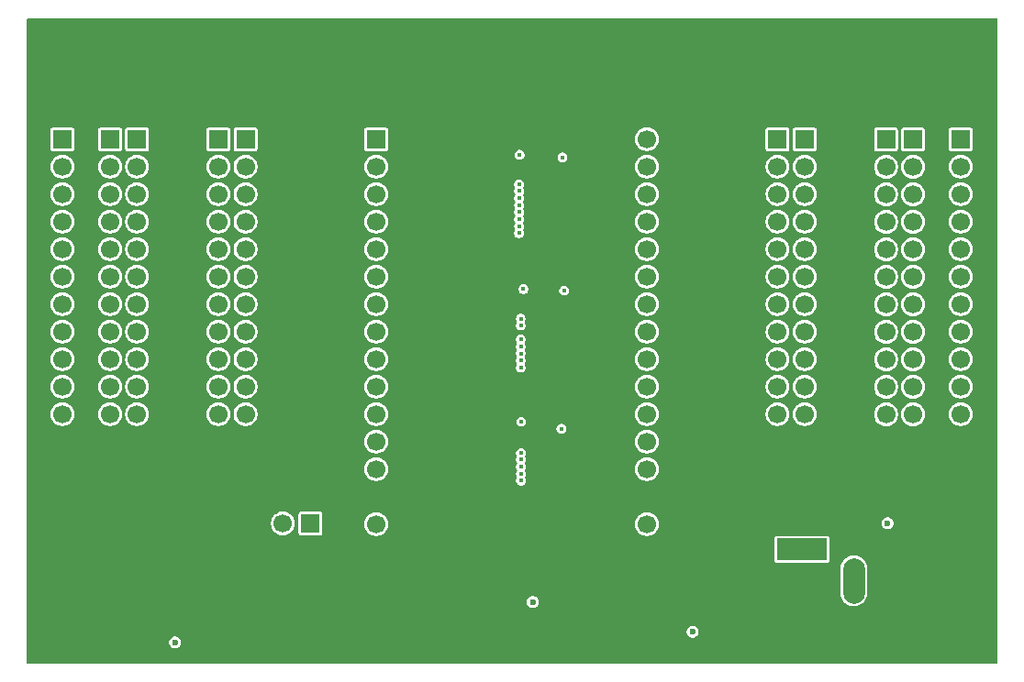
<source format=gbr>
%TF.GenerationSoftware,KiCad,Pcbnew,9.0.7*%
%TF.CreationDate,2026-02-14T10:56:32+01:00*%
%TF.ProjectId,ESP32_5V,45535033-325f-4355-962e-6b696361645f,rev?*%
%TF.SameCoordinates,Original*%
%TF.FileFunction,Copper,L2,Inr*%
%TF.FilePolarity,Positive*%
%FSLAX46Y46*%
G04 Gerber Fmt 4.6, Leading zero omitted, Abs format (unit mm)*
G04 Created by KiCad (PCBNEW 9.0.7) date 2026-02-14 10:56:32*
%MOMM*%
%LPD*%
G01*
G04 APERTURE LIST*
%TA.AperFunction,ComponentPad*%
%ADD10C,0.800000*%
%TD*%
%TA.AperFunction,ComponentPad*%
%ADD11C,6.400000*%
%TD*%
%TA.AperFunction,ComponentPad*%
%ADD12R,4.600000X2.000000*%
%TD*%
%TA.AperFunction,ComponentPad*%
%ADD13O,4.200000X2.000000*%
%TD*%
%TA.AperFunction,ComponentPad*%
%ADD14O,2.000000X4.200000*%
%TD*%
%TA.AperFunction,ComponentPad*%
%ADD15R,1.700000X1.700000*%
%TD*%
%TA.AperFunction,ComponentPad*%
%ADD16C,1.700000*%
%TD*%
%TA.AperFunction,ViaPad*%
%ADD17C,0.600000*%
%TD*%
%TA.AperFunction,ViaPad*%
%ADD18C,0.400000*%
%TD*%
G04 APERTURE END LIST*
D10*
%TO.N,GND*%
%TO.C,H2*%
X142450000Y-35650000D03*
X143152944Y-33952944D03*
X143152944Y-37347056D03*
X144850000Y-33250000D03*
D11*
X144850000Y-35650000D03*
D10*
X144850000Y-38050000D03*
X146547056Y-33952944D03*
X146547056Y-37347056D03*
X147250000Y-35650000D03*
%TD*%
D12*
%TO.N,VCC*%
%TO.C,J17*%
X130600000Y-80900000D03*
D13*
%TO.N,GND*%
X130600000Y-87200000D03*
D14*
%TO.N,N/C*%
X135400000Y-83800000D03*
%TD*%
D10*
%TO.N,GND*%
%TO.C,H4*%
X142450000Y-87650000D03*
X143152944Y-85952944D03*
X143152944Y-89347056D03*
X144850000Y-85250000D03*
D11*
X144850000Y-87650000D03*
D10*
X144850000Y-90050000D03*
X146547056Y-85952944D03*
X146547056Y-89347056D03*
X147250000Y-87650000D03*
%TD*%
D15*
%TO.N,/Conector_3V3/D22*%
%TO.C,J7*%
X130850000Y-43000000D03*
D16*
%TO.N,/Conector_3V3/D21*%
X130850000Y-45540000D03*
%TO.N,/Conector_3V3/D19*%
X130850000Y-48080000D03*
%TO.N,/Conector_3V3/D18*%
X130850000Y-50620000D03*
%TO.N,/Conector_3V3/D5*%
X130850000Y-53160000D03*
%TO.N,/Conector_3V3/D17*%
X130850000Y-55700000D03*
%TO.N,/Conector_3V3/D16*%
X130850000Y-58240000D03*
%TO.N,/Conector_3V3/D4*%
X130850000Y-60780000D03*
%TO.N,/Conector_3V3/D2*%
X130850000Y-63320000D03*
%TO.N,/Conector_3V3/D15*%
X130850000Y-65860000D03*
%TO.N,unconnected-(J7-Pin_11-Pad11)*%
X130850000Y-68400000D03*
%TD*%
D15*
%TO.N,GND*%
%TO.C,J11*%
X71750000Y-43000000D03*
D16*
X71750000Y-45540000D03*
X71750000Y-48080000D03*
X71750000Y-50620000D03*
X71750000Y-53160000D03*
X71750000Y-55700000D03*
X71750000Y-58240000D03*
X71750000Y-60780000D03*
X71750000Y-63320000D03*
X71750000Y-65860000D03*
X71750000Y-68400000D03*
%TD*%
D15*
%TO.N,+3V3*%
%TO.C,J3*%
X128350000Y-43000000D03*
D16*
X128350000Y-45540000D03*
X128350000Y-48080000D03*
X128350000Y-50620000D03*
X128350000Y-53160000D03*
X128350000Y-55700000D03*
X128350000Y-58240000D03*
X128350000Y-60780000D03*
X128350000Y-63320000D03*
X128350000Y-65860000D03*
X128350000Y-68400000D03*
%TD*%
D15*
%TO.N,/Conector_5V/D22_5V*%
%TO.C,J16*%
X145250000Y-43000000D03*
D16*
%TO.N,/Conector_5V/D21_5V*%
X145250000Y-45540000D03*
%TO.N,/Conector_5V/D19_5V*%
X145250000Y-48080000D03*
%TO.N,/Conector_5V/D18_5V*%
X145250000Y-50620000D03*
%TO.N,/Conector_5V/D5_5V*%
X145250000Y-53160000D03*
%TO.N,/Conector_5V/D17_5V*%
X145250000Y-55700000D03*
%TO.N,/Conector_5V/D16_5V*%
X145250000Y-58240000D03*
%TO.N,/Conector_5V/D4_5V*%
X145250000Y-60780000D03*
%TO.N,/Conector_5V/D2_5V*%
X145250000Y-63320000D03*
%TO.N,/Conector_5V/D15_5V*%
X145250000Y-65860000D03*
%TO.N,+5V*%
X145250000Y-68400000D03*
%TO.N,GND*%
X145250000Y-70940000D03*
%TD*%
D15*
%TO.N,GND*%
%TO.C,J4*%
X81750000Y-43000000D03*
D16*
X81750000Y-45540000D03*
X81750000Y-48080000D03*
X81750000Y-50620000D03*
X81750000Y-53160000D03*
X81750000Y-55700000D03*
X81750000Y-58240000D03*
X81750000Y-60780000D03*
X81750000Y-63320000D03*
X81750000Y-65860000D03*
X81750000Y-68400000D03*
%TD*%
D15*
%TO.N,GND*%
%TO.C,J10*%
X135850000Y-43040000D03*
D16*
X135850000Y-45580000D03*
X135850000Y-48120000D03*
X135850000Y-50660000D03*
X135850000Y-53200000D03*
X135850000Y-55740000D03*
X135850000Y-58280000D03*
X135850000Y-60820000D03*
X135850000Y-63360000D03*
X135850000Y-65900000D03*
X135850000Y-68440000D03*
%TD*%
D15*
%TO.N,/Conector_5V/D34_5V*%
%TO.C,J15*%
X62350000Y-43000000D03*
D16*
%TO.N,/Conector_5V/D35_5V*%
X62350000Y-45540000D03*
%TO.N,/Conector_5V/D32_5V*%
X62350000Y-48080000D03*
%TO.N,/Conector_5V/D33_5V*%
X62350000Y-50620000D03*
%TO.N,/Conector_5V/D25_5V*%
X62350000Y-53160000D03*
%TO.N,/Conector_5V/D26_5V*%
X62350000Y-55700000D03*
%TO.N,/Conector_5V/D27_5V*%
X62350000Y-58240000D03*
%TO.N,/Conector_5V/D14_5V*%
X62350000Y-60780000D03*
%TO.N,/Conector_5V/D12_5V*%
X62350000Y-63320000D03*
%TO.N,/Conector_5V/D13_5V*%
X62350000Y-65860000D03*
%TO.N,+5V*%
X62350000Y-68400000D03*
%TO.N,GND*%
X62350000Y-70940000D03*
%TD*%
D15*
%TO.N,+5V*%
%TO.C,J9*%
X69250000Y-43000000D03*
D16*
X69250000Y-45540000D03*
X69250000Y-48080000D03*
X69250000Y-50620000D03*
X69250000Y-53160000D03*
X69250000Y-55700000D03*
X69250000Y-58240000D03*
X69250000Y-60780000D03*
X69250000Y-63320000D03*
X69250000Y-65860000D03*
X69250000Y-68400000D03*
%TD*%
D10*
%TO.N,GND*%
%TO.C,H1*%
X60450000Y-35650000D03*
X61152944Y-33952944D03*
X61152944Y-37347056D03*
X62850000Y-33250000D03*
D11*
X62850000Y-35650000D03*
D10*
X62850000Y-38050000D03*
X64547056Y-33952944D03*
X64547056Y-37347056D03*
X65250000Y-35650000D03*
%TD*%
D15*
%TO.N,/Conector_5V/D22_5V*%
%TO.C,J13*%
X140850000Y-43040000D03*
D16*
%TO.N,/Conector_5V/D21_5V*%
X140850000Y-45580000D03*
%TO.N,/Conector_5V/D19_5V*%
X140850000Y-48120000D03*
%TO.N,/Conector_5V/D18_5V*%
X140850000Y-50660000D03*
%TO.N,/Conector_5V/D5_5V*%
X140850000Y-53200000D03*
%TO.N,/Conector_5V/D17_5V*%
X140850000Y-55740000D03*
%TO.N,/Conector_5V/D16_5V*%
X140850000Y-58280000D03*
%TO.N,/Conector_5V/D4_5V*%
X140850000Y-60820000D03*
%TO.N,/Conector_5V/D2_5V*%
X140850000Y-63360000D03*
%TO.N,/Conector_5V/D15_5V*%
X140850000Y-65900000D03*
%TO.N,unconnected-(J13-Pin_11-Pad11)*%
X140850000Y-68440000D03*
%TD*%
D15*
%TO.N,Net-(JP1-A)*%
%TO.C,JP1*%
X85250000Y-78500000D03*
D16*
%TO.N,+5V*%
X82710000Y-78500000D03*
%TD*%
D15*
%TO.N,GND*%
%TO.C,J5*%
X125850000Y-43000000D03*
D16*
X125850000Y-45540000D03*
X125850000Y-48080000D03*
X125850000Y-50620000D03*
X125850000Y-53160000D03*
X125850000Y-55700000D03*
X125850000Y-58240000D03*
X125850000Y-60780000D03*
X125850000Y-63320000D03*
X125850000Y-65860000D03*
X125850000Y-68400000D03*
%TD*%
D15*
%TO.N,unconnected-(J14-Pad1)*%
%TO.C,J14*%
X91300000Y-43000000D03*
D16*
%TO.N,unconnected-(J14-Pad2)*%
X91300000Y-45540000D03*
%TO.N,unconnected-(J14-Pad3)*%
X91300000Y-48080000D03*
%TO.N,/Conector_3V3/D34*%
X91300000Y-50620000D03*
%TO.N,/Conector_3V3/D35*%
X91300000Y-53160000D03*
%TO.N,/Conector_3V3/D32*%
X91300000Y-55700000D03*
%TO.N,/Conector_3V3/D33*%
X91300000Y-58240000D03*
%TO.N,/Conector_3V3/D25*%
X91300000Y-60780000D03*
%TO.N,/Conector_3V3/D26*%
X91300000Y-63320000D03*
%TO.N,/Conector_3V3/D27*%
X91300000Y-65860000D03*
%TO.N,/Conector_3V3/D14*%
X91300000Y-68400000D03*
%TO.N,/Conector_3V3/D12*%
X91300000Y-70940000D03*
%TO.N,/Conector_3V3/D13*%
X91300000Y-73480000D03*
%TO.N,GND*%
X91300000Y-76020000D03*
%TO.N,Net-(JP1-A)*%
X91300000Y-78560000D03*
%TO.N,unconnected-(J14-Pad16)*%
X116300000Y-43000000D03*
%TO.N,/Conector_3V3/D22*%
X116300000Y-45540000D03*
%TO.N,unconnected-(J14-Pad18)*%
X116300000Y-48080000D03*
%TO.N,unconnected-(J14-Pad19)*%
X116300000Y-50620000D03*
%TO.N,/Conector_3V3/D21*%
X116300000Y-53160000D03*
%TO.N,/Conector_3V3/D19*%
X116300000Y-55700000D03*
%TO.N,/Conector_3V3/D18*%
X116300000Y-58240000D03*
%TO.N,/Conector_3V3/D5*%
X116300000Y-60780000D03*
%TO.N,/Conector_3V3/D17*%
X116300000Y-63320000D03*
%TO.N,/Conector_3V3/D16*%
X116300000Y-65860000D03*
%TO.N,/Conector_3V3/D4*%
X116300000Y-68400000D03*
%TO.N,/Conector_3V3/D2*%
X116300000Y-70940000D03*
%TO.N,/Conector_3V3/D15*%
X116300000Y-73480000D03*
%TO.N,GND*%
X116300000Y-76020000D03*
%TO.N,+3V3*%
X116300000Y-78560000D03*
%TD*%
D15*
%TO.N,/Conector_3V3/D34*%
%TO.C,J6*%
X76750000Y-43000000D03*
D16*
%TO.N,/Conector_3V3/D35*%
X76750000Y-45540000D03*
%TO.N,/Conector_3V3/D32*%
X76750000Y-48080000D03*
%TO.N,/Conector_3V3/D33*%
X76750000Y-50620000D03*
%TO.N,/Conector_3V3/D25*%
X76750000Y-53160000D03*
%TO.N,/Conector_3V3/D26*%
X76750000Y-55700000D03*
%TO.N,/Conector_3V3/D27*%
X76750000Y-58240000D03*
%TO.N,/Conector_3V3/D14*%
X76750000Y-60780000D03*
%TO.N,/Conector_3V3/D12*%
X76750000Y-63320000D03*
%TO.N,/Conector_3V3/D13*%
X76750000Y-65860000D03*
%TO.N,unconnected-(J6-Pin_11-Pad11)*%
X76750000Y-68400000D03*
%TD*%
D15*
%TO.N,+3V3*%
%TO.C,J2*%
X79250000Y-43000000D03*
D16*
X79250000Y-45540000D03*
X79250000Y-48080000D03*
X79250000Y-50620000D03*
X79250000Y-53160000D03*
X79250000Y-55700000D03*
X79250000Y-58240000D03*
X79250000Y-60780000D03*
X79250000Y-63320000D03*
X79250000Y-65860000D03*
X79250000Y-68400000D03*
%TD*%
D15*
%TO.N,+5V*%
%TO.C,J8*%
X138350000Y-43040000D03*
D16*
X138350000Y-45580000D03*
X138350000Y-48120000D03*
X138350000Y-50660000D03*
X138350000Y-53200000D03*
X138350000Y-55740000D03*
X138350000Y-58280000D03*
X138350000Y-60820000D03*
X138350000Y-63360000D03*
X138350000Y-65900000D03*
X138350000Y-68440000D03*
%TD*%
D15*
%TO.N,/Conector_5V/D34_5V*%
%TO.C,J12*%
X66750000Y-43000000D03*
D16*
%TO.N,/Conector_5V/D35_5V*%
X66750000Y-45540000D03*
%TO.N,/Conector_5V/D32_5V*%
X66750000Y-48080000D03*
%TO.N,/Conector_5V/D33_5V*%
X66750000Y-50620000D03*
%TO.N,/Conector_5V/D25_5V*%
X66750000Y-53160000D03*
%TO.N,/Conector_5V/D26_5V*%
X66750000Y-55700000D03*
%TO.N,/Conector_5V/D27_5V*%
X66750000Y-58240000D03*
%TO.N,/Conector_5V/D14_5V*%
X66750000Y-60780000D03*
%TO.N,/Conector_5V/D12_5V*%
X66750000Y-63320000D03*
%TO.N,/Conector_5V/D13_5V*%
X66750000Y-65860000D03*
%TO.N,unconnected-(J12-Pin_11-Pad11)*%
X66750000Y-68400000D03*
%TD*%
D10*
%TO.N,GND*%
%TO.C,H3*%
X60450000Y-87650000D03*
X61152944Y-85952944D03*
X61152944Y-89347056D03*
X62850000Y-85250000D03*
D11*
X62850000Y-87650000D03*
D10*
X62850000Y-90050000D03*
X64547056Y-85952944D03*
X64547056Y-89347056D03*
X65250000Y-87650000D03*
%TD*%
D17*
%TO.N,+5V*%
X72750000Y-89500000D03*
D18*
X104900000Y-56850000D03*
X104550000Y-44450000D03*
D17*
X138500000Y-78500000D03*
D18*
X108500000Y-44700000D03*
D17*
X120500000Y-88500000D03*
D18*
X108400000Y-69750000D03*
D17*
X105750000Y-85750000D03*
D18*
X108650000Y-57000000D03*
X104700000Y-69100000D03*
%TO.N,GND*%
X101825000Y-76500000D03*
D17*
X104000000Y-89000000D03*
X74000000Y-84500000D03*
D18*
X109550000Y-59050000D03*
D17*
X116250000Y-89500000D03*
X72750000Y-84500000D03*
D18*
X109225000Y-71550000D03*
D17*
X105250000Y-89000000D03*
D18*
X101850000Y-51700000D03*
X101800000Y-64100000D03*
D17*
X116250000Y-85000000D03*
D18*
X109500000Y-46650000D03*
%TO.N,/Conector_5V/D26_5V*%
X104500000Y-50400000D03*
%TO.N,/Conector_5V/D14_5V*%
X104500000Y-51700000D03*
%TO.N,/Conector_5V/D32_5V*%
X104500000Y-48450000D03*
%TO.N,/Conector_5V/D34_5V*%
X104500000Y-47200000D03*
%TO.N,/Conector_5V/D33_5V*%
X104500000Y-49100000D03*
%TO.N,/Conector_5V/D25_5V*%
X104500000Y-49750000D03*
%TO.N,/Conector_5V/D35_5V*%
X104500000Y-47800000D03*
%TO.N,/Conector_5V/D27_5V*%
X104500000Y-51050000D03*
%TO.N,/Conector_5V/D12_5V*%
X104650000Y-59600000D03*
%TO.N,/Conector_5V/D18_5V*%
X104650000Y-63450000D03*
%TO.N,/Conector_5V/D21_5V*%
X104650000Y-62150000D03*
%TO.N,/Conector_5V/D19_5V*%
X104650000Y-62800000D03*
%TO.N,/Conector_5V/D13_5V*%
X104650000Y-60200000D03*
%TO.N,/Conector_5V/D5_5V*%
X104650000Y-64100000D03*
%TO.N,/Conector_5V/D22_5V*%
X104650000Y-61500000D03*
%TO.N,/Conector_5V/D15_5V*%
X104675000Y-74550000D03*
%TO.N,/Conector_5V/D17_5V*%
X104675000Y-72000000D03*
%TO.N,/Conector_5V/D4_5V*%
X104675000Y-73250000D03*
%TO.N,/Conector_5V/D2_5V*%
X104675000Y-73900000D03*
%TO.N,/Conector_5V/D16_5V*%
X104675000Y-72600000D03*
%TD*%
%TA.AperFunction,Conductor*%
%TO.N,GND*%
G36*
X148592539Y-31870185D02*
G01*
X148638294Y-31922989D01*
X148649500Y-31974500D01*
X148649500Y-91325500D01*
X148629815Y-91392539D01*
X148577011Y-91438294D01*
X148525500Y-91449500D01*
X59174500Y-91449500D01*
X59107461Y-91429815D01*
X59061706Y-91377011D01*
X59050500Y-91325500D01*
X59050500Y-89427525D01*
X72199500Y-89427525D01*
X72199500Y-89572475D01*
X72237016Y-89712485D01*
X72237017Y-89712488D01*
X72309488Y-89838011D01*
X72309490Y-89838013D01*
X72309491Y-89838015D01*
X72411985Y-89940509D01*
X72411986Y-89940510D01*
X72411988Y-89940511D01*
X72537511Y-90012982D01*
X72537512Y-90012982D01*
X72537515Y-90012984D01*
X72677525Y-90050500D01*
X72677528Y-90050500D01*
X72822472Y-90050500D01*
X72822475Y-90050500D01*
X72962485Y-90012984D01*
X73088015Y-89940509D01*
X73190509Y-89838015D01*
X73262984Y-89712485D01*
X73300500Y-89572475D01*
X73300500Y-89427525D01*
X73262984Y-89287515D01*
X73190509Y-89161985D01*
X73088015Y-89059491D01*
X73088013Y-89059490D01*
X73088011Y-89059488D01*
X72962488Y-88987017D01*
X72962489Y-88987017D01*
X72951006Y-88983940D01*
X72822475Y-88949500D01*
X72677525Y-88949500D01*
X72548993Y-88983940D01*
X72537511Y-88987017D01*
X72411988Y-89059488D01*
X72411982Y-89059493D01*
X72309493Y-89161982D01*
X72309488Y-89161988D01*
X72237017Y-89287511D01*
X72237016Y-89287515D01*
X72199500Y-89427525D01*
X59050500Y-89427525D01*
X59050500Y-88427525D01*
X119949500Y-88427525D01*
X119949500Y-88572475D01*
X119987016Y-88712485D01*
X119987017Y-88712488D01*
X120059488Y-88838011D01*
X120059490Y-88838013D01*
X120059491Y-88838015D01*
X120161985Y-88940509D01*
X120161986Y-88940510D01*
X120161988Y-88940511D01*
X120287511Y-89012982D01*
X120287512Y-89012982D01*
X120287515Y-89012984D01*
X120427525Y-89050500D01*
X120427528Y-89050500D01*
X120572472Y-89050500D01*
X120572475Y-89050500D01*
X120712485Y-89012984D01*
X120838015Y-88940509D01*
X120940509Y-88838015D01*
X121012984Y-88712485D01*
X121050500Y-88572475D01*
X121050500Y-88427525D01*
X121012984Y-88287515D01*
X120940509Y-88161985D01*
X120838015Y-88059491D01*
X120838013Y-88059490D01*
X120838011Y-88059488D01*
X120712488Y-87987017D01*
X120712489Y-87987017D01*
X120701006Y-87983940D01*
X120572475Y-87949500D01*
X120427525Y-87949500D01*
X120298993Y-87983940D01*
X120287511Y-87987017D01*
X120161988Y-88059488D01*
X120161982Y-88059493D01*
X120059493Y-88161982D01*
X120059488Y-88161988D01*
X119987017Y-88287511D01*
X119987016Y-88287515D01*
X119949500Y-88427525D01*
X59050500Y-88427525D01*
X59050500Y-85677525D01*
X105199500Y-85677525D01*
X105199500Y-85822475D01*
X105237016Y-85962485D01*
X105237017Y-85962488D01*
X105309488Y-86088011D01*
X105309490Y-86088013D01*
X105309491Y-86088015D01*
X105411985Y-86190509D01*
X105411986Y-86190510D01*
X105411988Y-86190511D01*
X105537511Y-86262982D01*
X105537512Y-86262982D01*
X105537515Y-86262984D01*
X105677525Y-86300500D01*
X105677528Y-86300500D01*
X105822472Y-86300500D01*
X105822475Y-86300500D01*
X105962485Y-86262984D01*
X106088015Y-86190509D01*
X106190509Y-86088015D01*
X106262984Y-85962485D01*
X106300500Y-85822475D01*
X106300500Y-85677525D01*
X106262984Y-85537515D01*
X106190509Y-85411985D01*
X106088015Y-85309491D01*
X106088013Y-85309490D01*
X106088011Y-85309488D01*
X105962488Y-85237017D01*
X105962489Y-85237017D01*
X105951006Y-85233940D01*
X105822475Y-85199500D01*
X105677525Y-85199500D01*
X105548993Y-85233940D01*
X105537511Y-85237017D01*
X105411988Y-85309488D01*
X105411982Y-85309493D01*
X105309493Y-85411982D01*
X105309488Y-85411988D01*
X105237017Y-85537511D01*
X105237016Y-85537515D01*
X105199500Y-85677525D01*
X59050500Y-85677525D01*
X59050500Y-82601577D01*
X134149500Y-82601577D01*
X134149500Y-84998422D01*
X134180290Y-85192826D01*
X134241117Y-85380029D01*
X134321359Y-85537511D01*
X134330476Y-85555405D01*
X134446172Y-85714646D01*
X134585354Y-85853828D01*
X134744595Y-85969524D01*
X134827455Y-86011743D01*
X134919970Y-86058882D01*
X134919972Y-86058882D01*
X134919975Y-86058884D01*
X135009637Y-86088017D01*
X135107173Y-86119709D01*
X135301578Y-86150500D01*
X135301583Y-86150500D01*
X135498422Y-86150500D01*
X135692826Y-86119709D01*
X135880025Y-86058884D01*
X136055405Y-85969524D01*
X136214646Y-85853828D01*
X136353828Y-85714646D01*
X136469524Y-85555405D01*
X136558884Y-85380025D01*
X136619709Y-85192826D01*
X136650500Y-84998422D01*
X136650500Y-82601577D01*
X136619709Y-82407173D01*
X136558882Y-82219970D01*
X136469523Y-82044594D01*
X136353828Y-81885354D01*
X136214646Y-81746172D01*
X136055405Y-81630476D01*
X135880029Y-81541117D01*
X135692826Y-81480290D01*
X135498422Y-81449500D01*
X135498417Y-81449500D01*
X135301583Y-81449500D01*
X135301578Y-81449500D01*
X135107173Y-81480290D01*
X134919970Y-81541117D01*
X134744594Y-81630476D01*
X134653741Y-81696485D01*
X134585354Y-81746172D01*
X134585352Y-81746174D01*
X134585351Y-81746174D01*
X134446174Y-81885351D01*
X134446174Y-81885352D01*
X134446172Y-81885354D01*
X134396485Y-81953741D01*
X134330476Y-82044594D01*
X134241117Y-82219970D01*
X134180290Y-82407173D01*
X134149500Y-82601577D01*
X59050500Y-82601577D01*
X59050500Y-79875321D01*
X128049500Y-79875321D01*
X128049500Y-81924678D01*
X128064032Y-81997735D01*
X128064033Y-81997739D01*
X128064034Y-81997740D01*
X128119399Y-82080601D01*
X128202260Y-82135966D01*
X128202264Y-82135967D01*
X128275321Y-82150499D01*
X128275324Y-82150500D01*
X128275326Y-82150500D01*
X132924676Y-82150500D01*
X132924677Y-82150499D01*
X132997740Y-82135966D01*
X133080601Y-82080601D01*
X133135966Y-81997740D01*
X133150500Y-81924674D01*
X133150500Y-79875326D01*
X133150500Y-79875323D01*
X133150499Y-79875321D01*
X133135967Y-79802264D01*
X133135966Y-79802260D01*
X133080601Y-79719399D01*
X132997740Y-79664034D01*
X132997739Y-79664033D01*
X132997735Y-79664032D01*
X132924677Y-79649500D01*
X132924674Y-79649500D01*
X128275326Y-79649500D01*
X128275323Y-79649500D01*
X128202264Y-79664032D01*
X128202260Y-79664033D01*
X128119399Y-79719399D01*
X128064033Y-79802260D01*
X128064032Y-79802264D01*
X128049500Y-79875321D01*
X59050500Y-79875321D01*
X59050500Y-78413389D01*
X81609500Y-78413389D01*
X81609500Y-78586611D01*
X81636598Y-78757701D01*
X81662694Y-78838017D01*
X81690128Y-78922447D01*
X81736259Y-79012984D01*
X81768768Y-79076788D01*
X81870586Y-79216928D01*
X81993072Y-79339414D01*
X82133212Y-79441232D01*
X82287555Y-79519873D01*
X82452299Y-79573402D01*
X82623389Y-79600500D01*
X82623390Y-79600500D01*
X82796610Y-79600500D01*
X82796611Y-79600500D01*
X82967701Y-79573402D01*
X83132445Y-79519873D01*
X83286788Y-79441232D01*
X83426928Y-79339414D01*
X83549414Y-79216928D01*
X83651232Y-79076788D01*
X83729873Y-78922445D01*
X83783402Y-78757701D01*
X83810500Y-78586611D01*
X83810500Y-78413389D01*
X83783402Y-78242299D01*
X83729873Y-78077555D01*
X83651232Y-77923212D01*
X83549414Y-77783072D01*
X83426928Y-77660586D01*
X83378390Y-77625321D01*
X84149500Y-77625321D01*
X84149500Y-79374678D01*
X84164032Y-79447735D01*
X84164033Y-79447739D01*
X84164034Y-79447740D01*
X84219399Y-79530601D01*
X84293138Y-79579871D01*
X84302260Y-79585966D01*
X84302264Y-79585967D01*
X84375321Y-79600499D01*
X84375324Y-79600500D01*
X84375326Y-79600500D01*
X86124676Y-79600500D01*
X86124677Y-79600499D01*
X86197740Y-79585966D01*
X86280601Y-79530601D01*
X86335966Y-79447740D01*
X86350500Y-79374674D01*
X86350500Y-78473389D01*
X90199500Y-78473389D01*
X90199500Y-78646611D01*
X90226598Y-78817701D01*
X90280127Y-78982445D01*
X90358768Y-79136788D01*
X90460586Y-79276928D01*
X90583072Y-79399414D01*
X90723212Y-79501232D01*
X90877555Y-79579873D01*
X91042299Y-79633402D01*
X91213389Y-79660500D01*
X91213390Y-79660500D01*
X91386610Y-79660500D01*
X91386611Y-79660500D01*
X91557701Y-79633402D01*
X91722445Y-79579873D01*
X91876788Y-79501232D01*
X92016928Y-79399414D01*
X92139414Y-79276928D01*
X92241232Y-79136788D01*
X92319873Y-78982445D01*
X92373402Y-78817701D01*
X92400500Y-78646611D01*
X92400500Y-78473389D01*
X115199500Y-78473389D01*
X115199500Y-78646611D01*
X115226598Y-78817701D01*
X115280127Y-78982445D01*
X115358768Y-79136788D01*
X115460586Y-79276928D01*
X115583072Y-79399414D01*
X115723212Y-79501232D01*
X115877555Y-79579873D01*
X116042299Y-79633402D01*
X116213389Y-79660500D01*
X116213390Y-79660500D01*
X116386610Y-79660500D01*
X116386611Y-79660500D01*
X116557701Y-79633402D01*
X116722445Y-79579873D01*
X116876788Y-79501232D01*
X117016928Y-79399414D01*
X117139414Y-79276928D01*
X117241232Y-79136788D01*
X117319873Y-78982445D01*
X117373402Y-78817701D01*
X117400500Y-78646611D01*
X117400500Y-78473389D01*
X117393236Y-78427525D01*
X137949500Y-78427525D01*
X137949500Y-78572475D01*
X137969365Y-78646610D01*
X137987017Y-78712488D01*
X138059488Y-78838011D01*
X138059490Y-78838013D01*
X138059491Y-78838015D01*
X138161985Y-78940509D01*
X138161986Y-78940510D01*
X138161988Y-78940511D01*
X138287511Y-79012982D01*
X138287512Y-79012982D01*
X138287515Y-79012984D01*
X138427525Y-79050500D01*
X138427528Y-79050500D01*
X138572472Y-79050500D01*
X138572475Y-79050500D01*
X138712485Y-79012984D01*
X138838015Y-78940509D01*
X138940509Y-78838015D01*
X139012984Y-78712485D01*
X139050500Y-78572475D01*
X139050500Y-78427525D01*
X139012984Y-78287515D01*
X138986878Y-78242299D01*
X138940511Y-78161988D01*
X138940506Y-78161982D01*
X138838017Y-78059493D01*
X138838011Y-78059488D01*
X138712488Y-77987017D01*
X138712489Y-77987017D01*
X138698285Y-77983211D01*
X138572475Y-77949500D01*
X138427525Y-77949500D01*
X138301715Y-77983211D01*
X138287511Y-77987017D01*
X138161988Y-78059488D01*
X138161982Y-78059493D01*
X138059493Y-78161982D01*
X138059488Y-78161988D01*
X137987017Y-78287511D01*
X137987016Y-78287515D01*
X137949500Y-78427525D01*
X117393236Y-78427525D01*
X117373402Y-78302299D01*
X117319873Y-78137555D01*
X117241232Y-77983212D01*
X117139414Y-77843072D01*
X117016928Y-77720586D01*
X116876788Y-77618768D01*
X116722445Y-77540127D01*
X116557701Y-77486598D01*
X116557699Y-77486597D01*
X116557698Y-77486597D01*
X116426271Y-77465781D01*
X116386611Y-77459500D01*
X116213389Y-77459500D01*
X116173728Y-77465781D01*
X116042302Y-77486597D01*
X115877552Y-77540128D01*
X115723211Y-77618768D01*
X115665652Y-77660588D01*
X115583072Y-77720586D01*
X115583070Y-77720588D01*
X115583069Y-77720588D01*
X115460588Y-77843069D01*
X115460588Y-77843070D01*
X115460586Y-77843072D01*
X115416859Y-77903256D01*
X115358768Y-77983211D01*
X115280128Y-78137552D01*
X115226597Y-78302302D01*
X115209003Y-78413389D01*
X115199500Y-78473389D01*
X92400500Y-78473389D01*
X92373402Y-78302299D01*
X92319873Y-78137555D01*
X92241232Y-77983212D01*
X92139414Y-77843072D01*
X92016928Y-77720586D01*
X91876788Y-77618768D01*
X91722445Y-77540127D01*
X91557701Y-77486598D01*
X91557699Y-77486597D01*
X91557698Y-77486597D01*
X91426271Y-77465781D01*
X91386611Y-77459500D01*
X91213389Y-77459500D01*
X91173728Y-77465781D01*
X91042302Y-77486597D01*
X90877552Y-77540128D01*
X90723211Y-77618768D01*
X90665652Y-77660588D01*
X90583072Y-77720586D01*
X90583070Y-77720588D01*
X90583069Y-77720588D01*
X90460588Y-77843069D01*
X90460588Y-77843070D01*
X90460586Y-77843072D01*
X90416859Y-77903256D01*
X90358768Y-77983211D01*
X90280128Y-78137552D01*
X90226597Y-78302302D01*
X90209003Y-78413389D01*
X90199500Y-78473389D01*
X86350500Y-78473389D01*
X86350500Y-77625326D01*
X86350500Y-77625323D01*
X86350499Y-77625321D01*
X86335967Y-77552264D01*
X86335966Y-77552260D01*
X86327859Y-77540127D01*
X86280601Y-77469399D01*
X86197740Y-77414034D01*
X86197739Y-77414033D01*
X86197735Y-77414032D01*
X86124677Y-77399500D01*
X86124674Y-77399500D01*
X84375326Y-77399500D01*
X84375323Y-77399500D01*
X84302264Y-77414032D01*
X84302260Y-77414033D01*
X84219399Y-77469399D01*
X84164033Y-77552260D01*
X84164032Y-77552264D01*
X84149500Y-77625321D01*
X83378390Y-77625321D01*
X83286788Y-77558768D01*
X83132445Y-77480127D01*
X82967701Y-77426598D01*
X82967699Y-77426597D01*
X82967698Y-77426597D01*
X82836271Y-77405781D01*
X82796611Y-77399500D01*
X82623389Y-77399500D01*
X82583728Y-77405781D01*
X82452302Y-77426597D01*
X82287552Y-77480128D01*
X82133211Y-77558768D01*
X82053256Y-77616859D01*
X81993072Y-77660586D01*
X81993070Y-77660588D01*
X81993069Y-77660588D01*
X81870588Y-77783069D01*
X81870588Y-77783070D01*
X81870586Y-77783072D01*
X81826995Y-77843069D01*
X81768768Y-77923211D01*
X81690128Y-78077552D01*
X81636597Y-78242302D01*
X81629437Y-78287511D01*
X81609500Y-78413389D01*
X59050500Y-78413389D01*
X59050500Y-73393389D01*
X90199500Y-73393389D01*
X90199500Y-73566611D01*
X90200829Y-73575000D01*
X90224762Y-73726114D01*
X90226598Y-73737701D01*
X90280127Y-73902445D01*
X90358768Y-74056788D01*
X90460586Y-74196928D01*
X90583072Y-74319414D01*
X90723212Y-74421232D01*
X90877555Y-74499873D01*
X91042299Y-74553402D01*
X91213389Y-74580500D01*
X91213390Y-74580500D01*
X91386610Y-74580500D01*
X91386611Y-74580500D01*
X91557701Y-74553402D01*
X91722445Y-74499873D01*
X91876788Y-74421232D01*
X92016928Y-74319414D01*
X92139414Y-74196928D01*
X92241232Y-74056788D01*
X92319873Y-73902445D01*
X92373402Y-73737701D01*
X92400500Y-73566611D01*
X92400500Y-73393389D01*
X92373402Y-73222299D01*
X92319873Y-73057555D01*
X92241232Y-72903212D01*
X92139414Y-72763072D01*
X92016928Y-72640586D01*
X91876788Y-72538768D01*
X91722445Y-72460127D01*
X91557701Y-72406598D01*
X91557699Y-72406597D01*
X91557698Y-72406597D01*
X91426271Y-72385781D01*
X91386611Y-72379500D01*
X91213389Y-72379500D01*
X91173728Y-72385781D01*
X91042302Y-72406597D01*
X90877552Y-72460128D01*
X90723211Y-72538768D01*
X90720562Y-72540693D01*
X90583072Y-72640586D01*
X90583070Y-72640588D01*
X90583069Y-72640588D01*
X90460588Y-72763069D01*
X90460588Y-72763070D01*
X90460586Y-72763072D01*
X90452726Y-72773891D01*
X90358768Y-72903211D01*
X90280128Y-73057552D01*
X90226597Y-73222302D01*
X90212817Y-73309306D01*
X90199500Y-73393389D01*
X59050500Y-73393389D01*
X59050500Y-70853389D01*
X90199500Y-70853389D01*
X90199500Y-71026611D01*
X90226598Y-71197701D01*
X90280127Y-71362445D01*
X90358768Y-71516788D01*
X90460586Y-71656928D01*
X90583072Y-71779414D01*
X90723212Y-71881232D01*
X90877555Y-71959873D01*
X91042299Y-72013402D01*
X91213389Y-72040500D01*
X91213390Y-72040500D01*
X91386610Y-72040500D01*
X91386611Y-72040500D01*
X91557701Y-72013402D01*
X91722445Y-71959873D01*
X91760092Y-71940691D01*
X104224500Y-71940691D01*
X104224500Y-72059309D01*
X104255201Y-72173886D01*
X104255202Y-72173889D01*
X104292217Y-72238000D01*
X104308690Y-72305900D01*
X104292217Y-72362000D01*
X104255202Y-72426110D01*
X104255201Y-72426114D01*
X104224500Y-72540691D01*
X104224500Y-72659309D01*
X104255201Y-72773886D01*
X104255204Y-72773891D01*
X104306651Y-72862999D01*
X104323124Y-72930900D01*
X104306651Y-72987000D01*
X104255201Y-73076114D01*
X104224500Y-73190691D01*
X104224500Y-73309309D01*
X104255201Y-73423886D01*
X104255202Y-73423887D01*
X104306651Y-73512999D01*
X104323124Y-73580900D01*
X104306651Y-73637000D01*
X104255201Y-73726114D01*
X104224500Y-73840691D01*
X104224500Y-73959309D01*
X104255201Y-74073886D01*
X104255204Y-74073891D01*
X104306651Y-74162999D01*
X104323124Y-74230900D01*
X104306651Y-74287000D01*
X104255201Y-74376114D01*
X104224500Y-74490691D01*
X104224500Y-74609309D01*
X104255201Y-74723886D01*
X104314511Y-74826613D01*
X104398387Y-74910489D01*
X104501114Y-74969799D01*
X104615691Y-75000500D01*
X104615694Y-75000500D01*
X104734306Y-75000500D01*
X104734309Y-75000500D01*
X104848886Y-74969799D01*
X104951613Y-74910489D01*
X105035489Y-74826613D01*
X105094799Y-74723886D01*
X105125500Y-74609309D01*
X105125500Y-74490691D01*
X105094799Y-74376114D01*
X105094797Y-74376111D01*
X105094797Y-74376109D01*
X105094796Y-74376108D01*
X105043349Y-74287001D01*
X105026875Y-74219101D01*
X105043349Y-74162999D01*
X105094796Y-74073891D01*
X105094797Y-74073890D01*
X105094798Y-74073887D01*
X105094799Y-74073886D01*
X105125500Y-73959309D01*
X105125500Y-73840691D01*
X105094799Y-73726114D01*
X105094797Y-73726111D01*
X105094797Y-73726109D01*
X105094796Y-73726108D01*
X105043349Y-73637001D01*
X105042133Y-73631991D01*
X105038700Y-73628143D01*
X105033979Y-73598382D01*
X105026875Y-73569101D01*
X105028343Y-73562851D01*
X105027754Y-73559136D01*
X105032548Y-73544952D01*
X105037205Y-73525131D01*
X105039941Y-73518900D01*
X105094799Y-73423886D01*
X105102971Y-73393389D01*
X115199500Y-73393389D01*
X115199500Y-73566611D01*
X115200829Y-73575000D01*
X115224762Y-73726114D01*
X115226598Y-73737701D01*
X115280127Y-73902445D01*
X115358768Y-74056788D01*
X115460586Y-74196928D01*
X115583072Y-74319414D01*
X115723212Y-74421232D01*
X115877555Y-74499873D01*
X116042299Y-74553402D01*
X116213389Y-74580500D01*
X116213390Y-74580500D01*
X116386610Y-74580500D01*
X116386611Y-74580500D01*
X116557701Y-74553402D01*
X116722445Y-74499873D01*
X116876788Y-74421232D01*
X117016928Y-74319414D01*
X117139414Y-74196928D01*
X117241232Y-74056788D01*
X117319873Y-73902445D01*
X117373402Y-73737701D01*
X117400500Y-73566611D01*
X117400500Y-73393389D01*
X117373402Y-73222299D01*
X117319873Y-73057555D01*
X117241232Y-72903212D01*
X117139414Y-72763072D01*
X117016928Y-72640586D01*
X116876788Y-72538768D01*
X116722445Y-72460127D01*
X116557701Y-72406598D01*
X116557699Y-72406597D01*
X116557698Y-72406597D01*
X116426271Y-72385781D01*
X116386611Y-72379500D01*
X116213389Y-72379500D01*
X116173728Y-72385781D01*
X116042302Y-72406597D01*
X115877552Y-72460128D01*
X115723211Y-72538768D01*
X115720562Y-72540693D01*
X115583072Y-72640586D01*
X115583070Y-72640588D01*
X115583069Y-72640588D01*
X115460588Y-72763069D01*
X115460588Y-72763070D01*
X115460586Y-72763072D01*
X115452726Y-72773891D01*
X115358768Y-72903211D01*
X115280128Y-73057552D01*
X115226597Y-73222302D01*
X115212817Y-73309306D01*
X115199500Y-73393389D01*
X105102971Y-73393389D01*
X105125500Y-73309309D01*
X105125500Y-73190691D01*
X105094799Y-73076114D01*
X105094797Y-73076111D01*
X105094797Y-73076109D01*
X105094796Y-73076108D01*
X105043349Y-72987001D01*
X105026875Y-72919101D01*
X105043349Y-72862999D01*
X105094796Y-72773891D01*
X105094797Y-72773890D01*
X105094798Y-72773887D01*
X105094799Y-72773886D01*
X105125500Y-72659309D01*
X105125500Y-72540691D01*
X105094799Y-72426114D01*
X105057782Y-72362000D01*
X105041309Y-72294102D01*
X105057782Y-72238000D01*
X105094799Y-72173886D01*
X105125500Y-72059309D01*
X105125500Y-71940691D01*
X105094799Y-71826114D01*
X105035489Y-71723387D01*
X104951613Y-71639511D01*
X104848886Y-71580201D01*
X104734309Y-71549500D01*
X104615691Y-71549500D01*
X104501114Y-71580201D01*
X104501112Y-71580201D01*
X104501112Y-71580202D01*
X104398387Y-71639511D01*
X104398384Y-71639513D01*
X104314513Y-71723384D01*
X104314511Y-71723387D01*
X104282164Y-71779414D01*
X104255201Y-71826114D01*
X104224500Y-71940691D01*
X91760092Y-71940691D01*
X91876788Y-71881232D01*
X92016928Y-71779414D01*
X92139414Y-71656928D01*
X92241232Y-71516788D01*
X92319873Y-71362445D01*
X92373402Y-71197701D01*
X92400500Y-71026611D01*
X92400500Y-70853389D01*
X115199500Y-70853389D01*
X115199500Y-71026611D01*
X115226598Y-71197701D01*
X115280127Y-71362445D01*
X115358768Y-71516788D01*
X115460586Y-71656928D01*
X115583072Y-71779414D01*
X115723212Y-71881232D01*
X115877555Y-71959873D01*
X116042299Y-72013402D01*
X116213389Y-72040500D01*
X116213390Y-72040500D01*
X116386610Y-72040500D01*
X116386611Y-72040500D01*
X116557701Y-72013402D01*
X116722445Y-71959873D01*
X116876788Y-71881232D01*
X117016928Y-71779414D01*
X117139414Y-71656928D01*
X117241232Y-71516788D01*
X117319873Y-71362445D01*
X117373402Y-71197701D01*
X117400500Y-71026611D01*
X117400500Y-70853389D01*
X117373402Y-70682299D01*
X117319873Y-70517555D01*
X117241232Y-70363212D01*
X117139414Y-70223072D01*
X117016928Y-70100586D01*
X116876788Y-69998768D01*
X116722447Y-69920128D01*
X116722446Y-69920127D01*
X116722445Y-69920127D01*
X116557701Y-69866598D01*
X116557699Y-69866597D01*
X116557698Y-69866597D01*
X116426271Y-69845781D01*
X116386611Y-69839500D01*
X116213389Y-69839500D01*
X116173728Y-69845781D01*
X116042302Y-69866597D01*
X115877552Y-69920128D01*
X115723211Y-69998768D01*
X115643256Y-70056859D01*
X115583072Y-70100586D01*
X115583070Y-70100588D01*
X115583069Y-70100588D01*
X115460588Y-70223069D01*
X115460588Y-70223070D01*
X115460586Y-70223072D01*
X115416859Y-70283256D01*
X115358768Y-70363211D01*
X115280128Y-70517552D01*
X115226597Y-70682302D01*
X115199500Y-70853389D01*
X92400500Y-70853389D01*
X92373402Y-70682299D01*
X92319873Y-70517555D01*
X92241232Y-70363212D01*
X92139414Y-70223072D01*
X92016928Y-70100586D01*
X91876788Y-69998768D01*
X91722447Y-69920128D01*
X91722446Y-69920127D01*
X91722445Y-69920127D01*
X91557701Y-69866598D01*
X91557699Y-69866597D01*
X91557698Y-69866597D01*
X91426271Y-69845781D01*
X91386611Y-69839500D01*
X91213389Y-69839500D01*
X91173728Y-69845781D01*
X91042302Y-69866597D01*
X90877552Y-69920128D01*
X90723211Y-69998768D01*
X90643256Y-70056859D01*
X90583072Y-70100586D01*
X90583070Y-70100588D01*
X90583069Y-70100588D01*
X90460588Y-70223069D01*
X90460588Y-70223070D01*
X90460586Y-70223072D01*
X90416859Y-70283256D01*
X90358768Y-70363211D01*
X90280128Y-70517552D01*
X90226597Y-70682302D01*
X90199500Y-70853389D01*
X59050500Y-70853389D01*
X59050500Y-69690691D01*
X107949500Y-69690691D01*
X107949500Y-69809309D01*
X107980201Y-69923886D01*
X108039511Y-70026613D01*
X108123387Y-70110489D01*
X108226114Y-70169799D01*
X108340691Y-70200500D01*
X108340694Y-70200500D01*
X108459306Y-70200500D01*
X108459309Y-70200500D01*
X108573886Y-70169799D01*
X108676613Y-70110489D01*
X108760489Y-70026613D01*
X108819799Y-69923886D01*
X108850500Y-69809309D01*
X108850500Y-69690691D01*
X108819799Y-69576114D01*
X108760489Y-69473387D01*
X108676613Y-69389511D01*
X108573886Y-69330201D01*
X108459309Y-69299500D01*
X108340691Y-69299500D01*
X108226114Y-69330201D01*
X108226112Y-69330201D01*
X108226112Y-69330202D01*
X108123387Y-69389511D01*
X108123384Y-69389513D01*
X108039513Y-69473384D01*
X108039511Y-69473387D01*
X107980201Y-69576114D01*
X107949500Y-69690691D01*
X59050500Y-69690691D01*
X59050500Y-68313389D01*
X61249500Y-68313389D01*
X61249500Y-68486611D01*
X61276598Y-68657701D01*
X61330127Y-68822445D01*
X61408768Y-68976788D01*
X61510586Y-69116928D01*
X61633072Y-69239414D01*
X61773212Y-69341232D01*
X61927555Y-69419873D01*
X62092299Y-69473402D01*
X62263389Y-69500500D01*
X62263390Y-69500500D01*
X62436610Y-69500500D01*
X62436611Y-69500500D01*
X62607701Y-69473402D01*
X62772445Y-69419873D01*
X62926788Y-69341232D01*
X63066928Y-69239414D01*
X63189414Y-69116928D01*
X63291232Y-68976788D01*
X63369873Y-68822445D01*
X63423402Y-68657701D01*
X63450500Y-68486611D01*
X63450500Y-68313389D01*
X65649500Y-68313389D01*
X65649500Y-68486611D01*
X65676598Y-68657701D01*
X65730127Y-68822445D01*
X65808768Y-68976788D01*
X65910586Y-69116928D01*
X66033072Y-69239414D01*
X66173212Y-69341232D01*
X66327555Y-69419873D01*
X66492299Y-69473402D01*
X66663389Y-69500500D01*
X66663390Y-69500500D01*
X66836610Y-69500500D01*
X66836611Y-69500500D01*
X67007701Y-69473402D01*
X67172445Y-69419873D01*
X67326788Y-69341232D01*
X67466928Y-69239414D01*
X67589414Y-69116928D01*
X67691232Y-68976788D01*
X67769873Y-68822445D01*
X67823402Y-68657701D01*
X67850500Y-68486611D01*
X67850500Y-68313389D01*
X68149500Y-68313389D01*
X68149500Y-68486611D01*
X68176598Y-68657701D01*
X68230127Y-68822445D01*
X68308768Y-68976788D01*
X68410586Y-69116928D01*
X68533072Y-69239414D01*
X68673212Y-69341232D01*
X68827555Y-69419873D01*
X68992299Y-69473402D01*
X69163389Y-69500500D01*
X69163390Y-69500500D01*
X69336610Y-69500500D01*
X69336611Y-69500500D01*
X69507701Y-69473402D01*
X69672445Y-69419873D01*
X69826788Y-69341232D01*
X69966928Y-69239414D01*
X70089414Y-69116928D01*
X70191232Y-68976788D01*
X70269873Y-68822445D01*
X70323402Y-68657701D01*
X70350500Y-68486611D01*
X70350500Y-68313389D01*
X75649500Y-68313389D01*
X75649500Y-68486611D01*
X75676598Y-68657701D01*
X75730127Y-68822445D01*
X75808768Y-68976788D01*
X75910586Y-69116928D01*
X76033072Y-69239414D01*
X76173212Y-69341232D01*
X76327555Y-69419873D01*
X76492299Y-69473402D01*
X76663389Y-69500500D01*
X76663390Y-69500500D01*
X76836610Y-69500500D01*
X76836611Y-69500500D01*
X77007701Y-69473402D01*
X77172445Y-69419873D01*
X77326788Y-69341232D01*
X77466928Y-69239414D01*
X77589414Y-69116928D01*
X77691232Y-68976788D01*
X77769873Y-68822445D01*
X77823402Y-68657701D01*
X77850500Y-68486611D01*
X77850500Y-68313389D01*
X78149500Y-68313389D01*
X78149500Y-68486611D01*
X78176598Y-68657701D01*
X78230127Y-68822445D01*
X78308768Y-68976788D01*
X78410586Y-69116928D01*
X78533072Y-69239414D01*
X78673212Y-69341232D01*
X78827555Y-69419873D01*
X78992299Y-69473402D01*
X79163389Y-69500500D01*
X79163390Y-69500500D01*
X79336610Y-69500500D01*
X79336611Y-69500500D01*
X79507701Y-69473402D01*
X79672445Y-69419873D01*
X79826788Y-69341232D01*
X79966928Y-69239414D01*
X80089414Y-69116928D01*
X80191232Y-68976788D01*
X80269873Y-68822445D01*
X80323402Y-68657701D01*
X80350500Y-68486611D01*
X80350500Y-68313389D01*
X90199500Y-68313389D01*
X90199500Y-68486611D01*
X90226598Y-68657701D01*
X90280127Y-68822445D01*
X90358768Y-68976788D01*
X90460586Y-69116928D01*
X90583072Y-69239414D01*
X90723212Y-69341232D01*
X90877555Y-69419873D01*
X91042299Y-69473402D01*
X91213389Y-69500500D01*
X91213390Y-69500500D01*
X91386610Y-69500500D01*
X91386611Y-69500500D01*
X91557701Y-69473402D01*
X91722445Y-69419873D01*
X91876788Y-69341232D01*
X92016928Y-69239414D01*
X92139414Y-69116928D01*
X92194804Y-69040691D01*
X104249500Y-69040691D01*
X104249500Y-69159309D01*
X104280201Y-69273886D01*
X104339511Y-69376613D01*
X104423387Y-69460489D01*
X104526114Y-69519799D01*
X104640691Y-69550500D01*
X104640694Y-69550500D01*
X104759306Y-69550500D01*
X104759309Y-69550500D01*
X104873886Y-69519799D01*
X104976613Y-69460489D01*
X105060489Y-69376613D01*
X105119799Y-69273886D01*
X105150500Y-69159309D01*
X105150500Y-69040691D01*
X105119799Y-68926114D01*
X105060489Y-68823387D01*
X104976613Y-68739511D01*
X104873886Y-68680201D01*
X104759309Y-68649500D01*
X104640691Y-68649500D01*
X104526114Y-68680201D01*
X104526112Y-68680201D01*
X104526112Y-68680202D01*
X104423387Y-68739511D01*
X104423384Y-68739513D01*
X104339513Y-68823384D01*
X104339511Y-68823387D01*
X104280201Y-68926114D01*
X104249500Y-69040691D01*
X92194804Y-69040691D01*
X92241232Y-68976788D01*
X92319873Y-68822445D01*
X92373402Y-68657701D01*
X92400500Y-68486611D01*
X92400500Y-68313389D01*
X115199500Y-68313389D01*
X115199500Y-68486611D01*
X115226598Y-68657701D01*
X115280127Y-68822445D01*
X115358768Y-68976788D01*
X115460586Y-69116928D01*
X115583072Y-69239414D01*
X115723212Y-69341232D01*
X115877555Y-69419873D01*
X116042299Y-69473402D01*
X116213389Y-69500500D01*
X116213390Y-69500500D01*
X116386610Y-69500500D01*
X116386611Y-69500500D01*
X116557701Y-69473402D01*
X116722445Y-69419873D01*
X116876788Y-69341232D01*
X117016928Y-69239414D01*
X117139414Y-69116928D01*
X117241232Y-68976788D01*
X117319873Y-68822445D01*
X117373402Y-68657701D01*
X117400500Y-68486611D01*
X117400500Y-68313389D01*
X127249500Y-68313389D01*
X127249500Y-68486611D01*
X127276598Y-68657701D01*
X127330127Y-68822445D01*
X127408768Y-68976788D01*
X127510586Y-69116928D01*
X127633072Y-69239414D01*
X127773212Y-69341232D01*
X127927555Y-69419873D01*
X128092299Y-69473402D01*
X128263389Y-69500500D01*
X128263390Y-69500500D01*
X128436610Y-69500500D01*
X128436611Y-69500500D01*
X128607701Y-69473402D01*
X128772445Y-69419873D01*
X128926788Y-69341232D01*
X129066928Y-69239414D01*
X129189414Y-69116928D01*
X129291232Y-68976788D01*
X129369873Y-68822445D01*
X129423402Y-68657701D01*
X129450500Y-68486611D01*
X129450500Y-68313389D01*
X129749500Y-68313389D01*
X129749500Y-68486611D01*
X129776598Y-68657701D01*
X129830127Y-68822445D01*
X129908768Y-68976788D01*
X130010586Y-69116928D01*
X130133072Y-69239414D01*
X130273212Y-69341232D01*
X130427555Y-69419873D01*
X130592299Y-69473402D01*
X130763389Y-69500500D01*
X130763390Y-69500500D01*
X130936610Y-69500500D01*
X130936611Y-69500500D01*
X131107701Y-69473402D01*
X131272445Y-69419873D01*
X131426788Y-69341232D01*
X131566928Y-69239414D01*
X131689414Y-69116928D01*
X131791232Y-68976788D01*
X131869873Y-68822445D01*
X131923402Y-68657701D01*
X131950500Y-68486611D01*
X131950500Y-68353389D01*
X137249500Y-68353389D01*
X137249500Y-68526610D01*
X137270262Y-68657701D01*
X137276598Y-68697701D01*
X137330127Y-68862445D01*
X137408768Y-69016788D01*
X137510586Y-69156928D01*
X137633072Y-69279414D01*
X137773212Y-69381232D01*
X137927555Y-69459873D01*
X138092299Y-69513402D01*
X138263389Y-69540500D01*
X138263390Y-69540500D01*
X138436610Y-69540500D01*
X138436611Y-69540500D01*
X138607701Y-69513402D01*
X138772445Y-69459873D01*
X138926788Y-69381232D01*
X139066928Y-69279414D01*
X139189414Y-69156928D01*
X139291232Y-69016788D01*
X139369873Y-68862445D01*
X139423402Y-68697701D01*
X139450500Y-68526611D01*
X139450500Y-68353389D01*
X139749500Y-68353389D01*
X139749500Y-68526610D01*
X139770262Y-68657701D01*
X139776598Y-68697701D01*
X139830127Y-68862445D01*
X139908768Y-69016788D01*
X140010586Y-69156928D01*
X140133072Y-69279414D01*
X140273212Y-69381232D01*
X140427555Y-69459873D01*
X140592299Y-69513402D01*
X140763389Y-69540500D01*
X140763390Y-69540500D01*
X140936610Y-69540500D01*
X140936611Y-69540500D01*
X141107701Y-69513402D01*
X141272445Y-69459873D01*
X141426788Y-69381232D01*
X141566928Y-69279414D01*
X141689414Y-69156928D01*
X141791232Y-69016788D01*
X141869873Y-68862445D01*
X141923402Y-68697701D01*
X141950500Y-68526611D01*
X141950500Y-68353389D01*
X141944165Y-68313389D01*
X144149500Y-68313389D01*
X144149500Y-68486611D01*
X144176598Y-68657701D01*
X144230127Y-68822445D01*
X144308768Y-68976788D01*
X144410586Y-69116928D01*
X144533072Y-69239414D01*
X144673212Y-69341232D01*
X144827555Y-69419873D01*
X144992299Y-69473402D01*
X145163389Y-69500500D01*
X145163390Y-69500500D01*
X145336610Y-69500500D01*
X145336611Y-69500500D01*
X145507701Y-69473402D01*
X145672445Y-69419873D01*
X145826788Y-69341232D01*
X145966928Y-69239414D01*
X146089414Y-69116928D01*
X146191232Y-68976788D01*
X146269873Y-68822445D01*
X146323402Y-68657701D01*
X146350500Y-68486611D01*
X146350500Y-68313389D01*
X146323402Y-68142299D01*
X146269873Y-67977555D01*
X146191232Y-67823212D01*
X146089414Y-67683072D01*
X145966928Y-67560586D01*
X145826788Y-67458768D01*
X145672445Y-67380127D01*
X145507701Y-67326598D01*
X145507699Y-67326597D01*
X145507698Y-67326597D01*
X145376271Y-67305781D01*
X145336611Y-67299500D01*
X145163389Y-67299500D01*
X145123728Y-67305781D01*
X144992302Y-67326597D01*
X144827552Y-67380128D01*
X144673211Y-67458768D01*
X144618157Y-67498768D01*
X144533072Y-67560586D01*
X144533070Y-67560588D01*
X144533069Y-67560588D01*
X144410588Y-67683069D01*
X144410588Y-67683070D01*
X144410586Y-67683072D01*
X144381526Y-67723070D01*
X144308768Y-67823211D01*
X144230128Y-67977552D01*
X144176597Y-68142302D01*
X144170262Y-68182301D01*
X144149500Y-68313389D01*
X141944165Y-68313389D01*
X141923402Y-68182299D01*
X141869873Y-68017555D01*
X141791232Y-67863212D01*
X141689414Y-67723072D01*
X141566928Y-67600586D01*
X141426788Y-67498768D01*
X141272445Y-67420127D01*
X141107701Y-67366598D01*
X141107699Y-67366597D01*
X141107698Y-67366597D01*
X140976271Y-67345781D01*
X140936611Y-67339500D01*
X140763389Y-67339500D01*
X140723728Y-67345781D01*
X140592302Y-67366597D01*
X140427552Y-67420128D01*
X140273211Y-67498768D01*
X140193256Y-67556859D01*
X140133072Y-67600586D01*
X140133070Y-67600588D01*
X140133069Y-67600588D01*
X140010588Y-67723069D01*
X140010588Y-67723070D01*
X140010586Y-67723072D01*
X139966859Y-67783256D01*
X139908768Y-67863211D01*
X139830128Y-68017552D01*
X139776597Y-68182302D01*
X139749500Y-68353389D01*
X139450500Y-68353389D01*
X139423402Y-68182299D01*
X139369873Y-68017555D01*
X139291232Y-67863212D01*
X139189414Y-67723072D01*
X139066928Y-67600586D01*
X138926788Y-67498768D01*
X138772445Y-67420127D01*
X138607701Y-67366598D01*
X138607699Y-67366597D01*
X138607698Y-67366597D01*
X138476271Y-67345781D01*
X138436611Y-67339500D01*
X138263389Y-67339500D01*
X138223728Y-67345781D01*
X138092302Y-67366597D01*
X137927552Y-67420128D01*
X137773211Y-67498768D01*
X137693256Y-67556859D01*
X137633072Y-67600586D01*
X137633070Y-67600588D01*
X137633069Y-67600588D01*
X137510588Y-67723069D01*
X137510588Y-67723070D01*
X137510586Y-67723072D01*
X137466859Y-67783256D01*
X137408768Y-67863211D01*
X137330128Y-68017552D01*
X137276597Y-68182302D01*
X137249500Y-68353389D01*
X131950500Y-68353389D01*
X131950500Y-68313389D01*
X131923402Y-68142299D01*
X131869873Y-67977555D01*
X131791232Y-67823212D01*
X131689414Y-67683072D01*
X131566928Y-67560586D01*
X131426788Y-67458768D01*
X131272445Y-67380127D01*
X131107701Y-67326598D01*
X131107699Y-67326597D01*
X131107698Y-67326597D01*
X130976271Y-67305781D01*
X130936611Y-67299500D01*
X130763389Y-67299500D01*
X130723728Y-67305781D01*
X130592302Y-67326597D01*
X130427552Y-67380128D01*
X130273211Y-67458768D01*
X130218157Y-67498768D01*
X130133072Y-67560586D01*
X130133070Y-67560588D01*
X130133069Y-67560588D01*
X130010588Y-67683069D01*
X130010588Y-67683070D01*
X130010586Y-67683072D01*
X129981526Y-67723070D01*
X129908768Y-67823211D01*
X129830128Y-67977552D01*
X129776597Y-68142302D01*
X129770262Y-68182301D01*
X129749500Y-68313389D01*
X129450500Y-68313389D01*
X129423402Y-68142299D01*
X129369873Y-67977555D01*
X129291232Y-67823212D01*
X129189414Y-67683072D01*
X129066928Y-67560586D01*
X128926788Y-67458768D01*
X128772445Y-67380127D01*
X128607701Y-67326598D01*
X128607699Y-67326597D01*
X128607698Y-67326597D01*
X128476271Y-67305781D01*
X128436611Y-67299500D01*
X128263389Y-67299500D01*
X128223728Y-67305781D01*
X128092302Y-67326597D01*
X127927552Y-67380128D01*
X127773211Y-67458768D01*
X127718157Y-67498768D01*
X127633072Y-67560586D01*
X127633070Y-67560588D01*
X127633069Y-67560588D01*
X127510588Y-67683069D01*
X127510588Y-67683070D01*
X127510586Y-67683072D01*
X127481526Y-67723070D01*
X127408768Y-67823211D01*
X127330128Y-67977552D01*
X127276597Y-68142302D01*
X127270262Y-68182301D01*
X127249500Y-68313389D01*
X117400500Y-68313389D01*
X117373402Y-68142299D01*
X117319873Y-67977555D01*
X117241232Y-67823212D01*
X117139414Y-67683072D01*
X117016928Y-67560586D01*
X116876788Y-67458768D01*
X116722445Y-67380127D01*
X116557701Y-67326598D01*
X116557699Y-67326597D01*
X116557698Y-67326597D01*
X116426271Y-67305781D01*
X116386611Y-67299500D01*
X116213389Y-67299500D01*
X116173728Y-67305781D01*
X116042302Y-67326597D01*
X115877552Y-67380128D01*
X115723211Y-67458768D01*
X115668157Y-67498768D01*
X115583072Y-67560586D01*
X115583070Y-67560588D01*
X115583069Y-67560588D01*
X115460588Y-67683069D01*
X115460588Y-67683070D01*
X115460586Y-67683072D01*
X115431526Y-67723070D01*
X115358768Y-67823211D01*
X115280128Y-67977552D01*
X115226597Y-68142302D01*
X115220262Y-68182301D01*
X115199500Y-68313389D01*
X92400500Y-68313389D01*
X92373402Y-68142299D01*
X92319873Y-67977555D01*
X92241232Y-67823212D01*
X92139414Y-67683072D01*
X92016928Y-67560586D01*
X91876788Y-67458768D01*
X91722445Y-67380127D01*
X91557701Y-67326598D01*
X91557699Y-67326597D01*
X91557698Y-67326597D01*
X91426271Y-67305781D01*
X91386611Y-67299500D01*
X91213389Y-67299500D01*
X91173728Y-67305781D01*
X91042302Y-67326597D01*
X90877552Y-67380128D01*
X90723211Y-67458768D01*
X90668157Y-67498768D01*
X90583072Y-67560586D01*
X90583070Y-67560588D01*
X90583069Y-67560588D01*
X90460588Y-67683069D01*
X90460588Y-67683070D01*
X90460586Y-67683072D01*
X90431526Y-67723070D01*
X90358768Y-67823211D01*
X90280128Y-67977552D01*
X90226597Y-68142302D01*
X90220262Y-68182301D01*
X90199500Y-68313389D01*
X80350500Y-68313389D01*
X80323402Y-68142299D01*
X80269873Y-67977555D01*
X80191232Y-67823212D01*
X80089414Y-67683072D01*
X79966928Y-67560586D01*
X79826788Y-67458768D01*
X79672445Y-67380127D01*
X79507701Y-67326598D01*
X79507699Y-67326597D01*
X79507698Y-67326597D01*
X79376271Y-67305781D01*
X79336611Y-67299500D01*
X79163389Y-67299500D01*
X79123728Y-67305781D01*
X78992302Y-67326597D01*
X78827552Y-67380128D01*
X78673211Y-67458768D01*
X78618157Y-67498768D01*
X78533072Y-67560586D01*
X78533070Y-67560588D01*
X78533069Y-67560588D01*
X78410588Y-67683069D01*
X78410588Y-67683070D01*
X78410586Y-67683072D01*
X78381526Y-67723070D01*
X78308768Y-67823211D01*
X78230128Y-67977552D01*
X78176597Y-68142302D01*
X78170262Y-68182301D01*
X78149500Y-68313389D01*
X77850500Y-68313389D01*
X77823402Y-68142299D01*
X77769873Y-67977555D01*
X77691232Y-67823212D01*
X77589414Y-67683072D01*
X77466928Y-67560586D01*
X77326788Y-67458768D01*
X77172445Y-67380127D01*
X77007701Y-67326598D01*
X77007699Y-67326597D01*
X77007698Y-67326597D01*
X76876271Y-67305781D01*
X76836611Y-67299500D01*
X76663389Y-67299500D01*
X76623728Y-67305781D01*
X76492302Y-67326597D01*
X76327552Y-67380128D01*
X76173211Y-67458768D01*
X76118157Y-67498768D01*
X76033072Y-67560586D01*
X76033070Y-67560588D01*
X76033069Y-67560588D01*
X75910588Y-67683069D01*
X75910588Y-67683070D01*
X75910586Y-67683072D01*
X75881526Y-67723070D01*
X75808768Y-67823211D01*
X75730128Y-67977552D01*
X75676597Y-68142302D01*
X75670262Y-68182301D01*
X75649500Y-68313389D01*
X70350500Y-68313389D01*
X70323402Y-68142299D01*
X70269873Y-67977555D01*
X70191232Y-67823212D01*
X70089414Y-67683072D01*
X69966928Y-67560586D01*
X69826788Y-67458768D01*
X69672445Y-67380127D01*
X69507701Y-67326598D01*
X69507699Y-67326597D01*
X69507698Y-67326597D01*
X69376271Y-67305781D01*
X69336611Y-67299500D01*
X69163389Y-67299500D01*
X69123728Y-67305781D01*
X68992302Y-67326597D01*
X68827552Y-67380128D01*
X68673211Y-67458768D01*
X68618157Y-67498768D01*
X68533072Y-67560586D01*
X68533070Y-67560588D01*
X68533069Y-67560588D01*
X68410588Y-67683069D01*
X68410588Y-67683070D01*
X68410586Y-67683072D01*
X68381526Y-67723070D01*
X68308768Y-67823211D01*
X68230128Y-67977552D01*
X68176597Y-68142302D01*
X68170262Y-68182301D01*
X68149500Y-68313389D01*
X67850500Y-68313389D01*
X67823402Y-68142299D01*
X67769873Y-67977555D01*
X67691232Y-67823212D01*
X67589414Y-67683072D01*
X67466928Y-67560586D01*
X67326788Y-67458768D01*
X67172445Y-67380127D01*
X67007701Y-67326598D01*
X67007699Y-67326597D01*
X67007698Y-67326597D01*
X66876271Y-67305781D01*
X66836611Y-67299500D01*
X66663389Y-67299500D01*
X66623728Y-67305781D01*
X66492302Y-67326597D01*
X66327552Y-67380128D01*
X66173211Y-67458768D01*
X66118157Y-67498768D01*
X66033072Y-67560586D01*
X66033070Y-67560588D01*
X66033069Y-67560588D01*
X65910588Y-67683069D01*
X65910588Y-67683070D01*
X65910586Y-67683072D01*
X65881526Y-67723070D01*
X65808768Y-67823211D01*
X65730128Y-67977552D01*
X65676597Y-68142302D01*
X65670262Y-68182301D01*
X65649500Y-68313389D01*
X63450500Y-68313389D01*
X63423402Y-68142299D01*
X63369873Y-67977555D01*
X63291232Y-67823212D01*
X63189414Y-67683072D01*
X63066928Y-67560586D01*
X62926788Y-67458768D01*
X62772445Y-67380127D01*
X62607701Y-67326598D01*
X62607699Y-67326597D01*
X62607698Y-67326597D01*
X62476271Y-67305781D01*
X62436611Y-67299500D01*
X62263389Y-67299500D01*
X62223728Y-67305781D01*
X62092302Y-67326597D01*
X61927552Y-67380128D01*
X61773211Y-67458768D01*
X61718157Y-67498768D01*
X61633072Y-67560586D01*
X61633070Y-67560588D01*
X61633069Y-67560588D01*
X61510588Y-67683069D01*
X61510588Y-67683070D01*
X61510586Y-67683072D01*
X61481526Y-67723070D01*
X61408768Y-67823211D01*
X61330128Y-67977552D01*
X61276597Y-68142302D01*
X61270262Y-68182301D01*
X61249500Y-68313389D01*
X59050500Y-68313389D01*
X59050500Y-65773389D01*
X61249500Y-65773389D01*
X61249500Y-65946611D01*
X61276598Y-66117701D01*
X61330127Y-66282445D01*
X61408768Y-66436788D01*
X61510586Y-66576928D01*
X61633072Y-66699414D01*
X61773212Y-66801232D01*
X61927555Y-66879873D01*
X62092299Y-66933402D01*
X62263389Y-66960500D01*
X62263390Y-66960500D01*
X62436610Y-66960500D01*
X62436611Y-66960500D01*
X62607701Y-66933402D01*
X62772445Y-66879873D01*
X62926788Y-66801232D01*
X63066928Y-66699414D01*
X63189414Y-66576928D01*
X63291232Y-66436788D01*
X63369873Y-66282445D01*
X63423402Y-66117701D01*
X63450500Y-65946611D01*
X63450500Y-65773389D01*
X65649500Y-65773389D01*
X65649500Y-65946611D01*
X65676598Y-66117701D01*
X65730127Y-66282445D01*
X65808768Y-66436788D01*
X65910586Y-66576928D01*
X66033072Y-66699414D01*
X66173212Y-66801232D01*
X66327555Y-66879873D01*
X66492299Y-66933402D01*
X66663389Y-66960500D01*
X66663390Y-66960500D01*
X66836610Y-66960500D01*
X66836611Y-66960500D01*
X67007701Y-66933402D01*
X67172445Y-66879873D01*
X67326788Y-66801232D01*
X67466928Y-66699414D01*
X67589414Y-66576928D01*
X67691232Y-66436788D01*
X67769873Y-66282445D01*
X67823402Y-66117701D01*
X67850500Y-65946611D01*
X67850500Y-65773389D01*
X68149500Y-65773389D01*
X68149500Y-65946611D01*
X68176598Y-66117701D01*
X68230127Y-66282445D01*
X68308768Y-66436788D01*
X68410586Y-66576928D01*
X68533072Y-66699414D01*
X68673212Y-66801232D01*
X68827555Y-66879873D01*
X68992299Y-66933402D01*
X69163389Y-66960500D01*
X69163390Y-66960500D01*
X69336610Y-66960500D01*
X69336611Y-66960500D01*
X69507701Y-66933402D01*
X69672445Y-66879873D01*
X69826788Y-66801232D01*
X69966928Y-66699414D01*
X70089414Y-66576928D01*
X70191232Y-66436788D01*
X70269873Y-66282445D01*
X70323402Y-66117701D01*
X70350500Y-65946611D01*
X70350500Y-65773389D01*
X75649500Y-65773389D01*
X75649500Y-65946611D01*
X75676598Y-66117701D01*
X75730127Y-66282445D01*
X75808768Y-66436788D01*
X75910586Y-66576928D01*
X76033072Y-66699414D01*
X76173212Y-66801232D01*
X76327555Y-66879873D01*
X76492299Y-66933402D01*
X76663389Y-66960500D01*
X76663390Y-66960500D01*
X76836610Y-66960500D01*
X76836611Y-66960500D01*
X77007701Y-66933402D01*
X77172445Y-66879873D01*
X77326788Y-66801232D01*
X77466928Y-66699414D01*
X77589414Y-66576928D01*
X77691232Y-66436788D01*
X77769873Y-66282445D01*
X77823402Y-66117701D01*
X77850500Y-65946611D01*
X77850500Y-65773389D01*
X78149500Y-65773389D01*
X78149500Y-65946611D01*
X78176598Y-66117701D01*
X78230127Y-66282445D01*
X78308768Y-66436788D01*
X78410586Y-66576928D01*
X78533072Y-66699414D01*
X78673212Y-66801232D01*
X78827555Y-66879873D01*
X78992299Y-66933402D01*
X79163389Y-66960500D01*
X79163390Y-66960500D01*
X79336610Y-66960500D01*
X79336611Y-66960500D01*
X79507701Y-66933402D01*
X79672445Y-66879873D01*
X79826788Y-66801232D01*
X79966928Y-66699414D01*
X80089414Y-66576928D01*
X80191232Y-66436788D01*
X80269873Y-66282445D01*
X80323402Y-66117701D01*
X80350500Y-65946611D01*
X80350500Y-65773389D01*
X90199500Y-65773389D01*
X90199500Y-65946611D01*
X90226598Y-66117701D01*
X90280127Y-66282445D01*
X90358768Y-66436788D01*
X90460586Y-66576928D01*
X90583072Y-66699414D01*
X90723212Y-66801232D01*
X90877555Y-66879873D01*
X91042299Y-66933402D01*
X91213389Y-66960500D01*
X91213390Y-66960500D01*
X91386610Y-66960500D01*
X91386611Y-66960500D01*
X91557701Y-66933402D01*
X91722445Y-66879873D01*
X91876788Y-66801232D01*
X92016928Y-66699414D01*
X92139414Y-66576928D01*
X92241232Y-66436788D01*
X92319873Y-66282445D01*
X92373402Y-66117701D01*
X92400500Y-65946611D01*
X92400500Y-65773389D01*
X115199500Y-65773389D01*
X115199500Y-65946611D01*
X115226598Y-66117701D01*
X115280127Y-66282445D01*
X115358768Y-66436788D01*
X115460586Y-66576928D01*
X115583072Y-66699414D01*
X115723212Y-66801232D01*
X115877555Y-66879873D01*
X116042299Y-66933402D01*
X116213389Y-66960500D01*
X116213390Y-66960500D01*
X116386610Y-66960500D01*
X116386611Y-66960500D01*
X116557701Y-66933402D01*
X116722445Y-66879873D01*
X116876788Y-66801232D01*
X117016928Y-66699414D01*
X117139414Y-66576928D01*
X117241232Y-66436788D01*
X117319873Y-66282445D01*
X117373402Y-66117701D01*
X117400500Y-65946611D01*
X117400500Y-65773389D01*
X127249500Y-65773389D01*
X127249500Y-65946611D01*
X127276598Y-66117701D01*
X127330127Y-66282445D01*
X127408768Y-66436788D01*
X127510586Y-66576928D01*
X127633072Y-66699414D01*
X127773212Y-66801232D01*
X127927555Y-66879873D01*
X128092299Y-66933402D01*
X128263389Y-66960500D01*
X128263390Y-66960500D01*
X128436610Y-66960500D01*
X128436611Y-66960500D01*
X128607701Y-66933402D01*
X128772445Y-66879873D01*
X128926788Y-66801232D01*
X129066928Y-66699414D01*
X129189414Y-66576928D01*
X129291232Y-66436788D01*
X129369873Y-66282445D01*
X129423402Y-66117701D01*
X129450500Y-65946611D01*
X129450500Y-65773389D01*
X129749500Y-65773389D01*
X129749500Y-65946611D01*
X129776598Y-66117701D01*
X129830127Y-66282445D01*
X129908768Y-66436788D01*
X130010586Y-66576928D01*
X130133072Y-66699414D01*
X130273212Y-66801232D01*
X130427555Y-66879873D01*
X130592299Y-66933402D01*
X130763389Y-66960500D01*
X130763390Y-66960500D01*
X130936610Y-66960500D01*
X130936611Y-66960500D01*
X131107701Y-66933402D01*
X131272445Y-66879873D01*
X131426788Y-66801232D01*
X131566928Y-66699414D01*
X131689414Y-66576928D01*
X131791232Y-66436788D01*
X131869873Y-66282445D01*
X131923402Y-66117701D01*
X131950500Y-65946611D01*
X131950500Y-65813389D01*
X137249500Y-65813389D01*
X137249500Y-65986610D01*
X137270262Y-66117701D01*
X137276598Y-66157701D01*
X137330127Y-66322445D01*
X137408768Y-66476788D01*
X137510586Y-66616928D01*
X137633072Y-66739414D01*
X137773212Y-66841232D01*
X137927555Y-66919873D01*
X138092299Y-66973402D01*
X138263389Y-67000500D01*
X138263390Y-67000500D01*
X138436610Y-67000500D01*
X138436611Y-67000500D01*
X138607701Y-66973402D01*
X138772445Y-66919873D01*
X138926788Y-66841232D01*
X139066928Y-66739414D01*
X139189414Y-66616928D01*
X139291232Y-66476788D01*
X139369873Y-66322445D01*
X139423402Y-66157701D01*
X139450500Y-65986611D01*
X139450500Y-65813389D01*
X139749500Y-65813389D01*
X139749500Y-65986610D01*
X139770262Y-66117701D01*
X139776598Y-66157701D01*
X139830127Y-66322445D01*
X139908768Y-66476788D01*
X140010586Y-66616928D01*
X140133072Y-66739414D01*
X140273212Y-66841232D01*
X140427555Y-66919873D01*
X140592299Y-66973402D01*
X140763389Y-67000500D01*
X140763390Y-67000500D01*
X140936610Y-67000500D01*
X140936611Y-67000500D01*
X141107701Y-66973402D01*
X141272445Y-66919873D01*
X141426788Y-66841232D01*
X141566928Y-66739414D01*
X141689414Y-66616928D01*
X141791232Y-66476788D01*
X141869873Y-66322445D01*
X141923402Y-66157701D01*
X141950500Y-65986611D01*
X141950500Y-65813389D01*
X141944165Y-65773389D01*
X144149500Y-65773389D01*
X144149500Y-65946611D01*
X144176598Y-66117701D01*
X144230127Y-66282445D01*
X144308768Y-66436788D01*
X144410586Y-66576928D01*
X144533072Y-66699414D01*
X144673212Y-66801232D01*
X144827555Y-66879873D01*
X144992299Y-66933402D01*
X145163389Y-66960500D01*
X145163390Y-66960500D01*
X145336610Y-66960500D01*
X145336611Y-66960500D01*
X145507701Y-66933402D01*
X145672445Y-66879873D01*
X145826788Y-66801232D01*
X145966928Y-66699414D01*
X146089414Y-66576928D01*
X146191232Y-66436788D01*
X146269873Y-66282445D01*
X146323402Y-66117701D01*
X146350500Y-65946611D01*
X146350500Y-65773389D01*
X146323402Y-65602299D01*
X146269873Y-65437555D01*
X146191232Y-65283212D01*
X146089414Y-65143072D01*
X145966928Y-65020586D01*
X145826788Y-64918768D01*
X145672445Y-64840127D01*
X145507701Y-64786598D01*
X145507699Y-64786597D01*
X145507698Y-64786597D01*
X145376271Y-64765781D01*
X145336611Y-64759500D01*
X145163389Y-64759500D01*
X145123728Y-64765781D01*
X144992302Y-64786597D01*
X144827552Y-64840128D01*
X144673211Y-64918768D01*
X144618157Y-64958768D01*
X144533072Y-65020586D01*
X144533070Y-65020588D01*
X144533069Y-65020588D01*
X144410588Y-65143069D01*
X144410588Y-65143070D01*
X144410586Y-65143072D01*
X144381526Y-65183070D01*
X144308768Y-65283211D01*
X144230128Y-65437552D01*
X144176597Y-65602302D01*
X144170262Y-65642301D01*
X144149500Y-65773389D01*
X141944165Y-65773389D01*
X141923402Y-65642299D01*
X141869873Y-65477555D01*
X141791232Y-65323212D01*
X141689414Y-65183072D01*
X141566928Y-65060586D01*
X141426788Y-64958768D01*
X141272445Y-64880127D01*
X141107701Y-64826598D01*
X141107699Y-64826597D01*
X141107698Y-64826597D01*
X140976271Y-64805781D01*
X140936611Y-64799500D01*
X140763389Y-64799500D01*
X140723728Y-64805781D01*
X140592302Y-64826597D01*
X140427552Y-64880128D01*
X140273211Y-64958768D01*
X140193256Y-65016859D01*
X140133072Y-65060586D01*
X140133070Y-65060588D01*
X140133069Y-65060588D01*
X140010588Y-65183069D01*
X140010588Y-65183070D01*
X140010586Y-65183072D01*
X139966859Y-65243256D01*
X139908768Y-65323211D01*
X139830128Y-65477552D01*
X139776597Y-65642302D01*
X139749500Y-65813389D01*
X139450500Y-65813389D01*
X139423402Y-65642299D01*
X139369873Y-65477555D01*
X139291232Y-65323212D01*
X139189414Y-65183072D01*
X139066928Y-65060586D01*
X138926788Y-64958768D01*
X138772445Y-64880127D01*
X138607701Y-64826598D01*
X138607699Y-64826597D01*
X138607698Y-64826597D01*
X138476271Y-64805781D01*
X138436611Y-64799500D01*
X138263389Y-64799500D01*
X138223728Y-64805781D01*
X138092302Y-64826597D01*
X137927552Y-64880128D01*
X137773211Y-64958768D01*
X137693256Y-65016859D01*
X137633072Y-65060586D01*
X137633070Y-65060588D01*
X137633069Y-65060588D01*
X137510588Y-65183069D01*
X137510588Y-65183070D01*
X137510586Y-65183072D01*
X137466859Y-65243256D01*
X137408768Y-65323211D01*
X137330128Y-65477552D01*
X137276597Y-65642302D01*
X137249500Y-65813389D01*
X131950500Y-65813389D01*
X131950500Y-65773389D01*
X131923402Y-65602299D01*
X131869873Y-65437555D01*
X131791232Y-65283212D01*
X131689414Y-65143072D01*
X131566928Y-65020586D01*
X131426788Y-64918768D01*
X131272445Y-64840127D01*
X131107701Y-64786598D01*
X131107699Y-64786597D01*
X131107698Y-64786597D01*
X130976271Y-64765781D01*
X130936611Y-64759500D01*
X130763389Y-64759500D01*
X130723728Y-64765781D01*
X130592302Y-64786597D01*
X130427552Y-64840128D01*
X130273211Y-64918768D01*
X130218157Y-64958768D01*
X130133072Y-65020586D01*
X130133070Y-65020588D01*
X130133069Y-65020588D01*
X130010588Y-65143069D01*
X130010588Y-65143070D01*
X130010586Y-65143072D01*
X129981526Y-65183070D01*
X129908768Y-65283211D01*
X129830128Y-65437552D01*
X129776597Y-65602302D01*
X129770262Y-65642301D01*
X129749500Y-65773389D01*
X129450500Y-65773389D01*
X129423402Y-65602299D01*
X129369873Y-65437555D01*
X129291232Y-65283212D01*
X129189414Y-65143072D01*
X129066928Y-65020586D01*
X128926788Y-64918768D01*
X128772445Y-64840127D01*
X128607701Y-64786598D01*
X128607699Y-64786597D01*
X128607698Y-64786597D01*
X128476271Y-64765781D01*
X128436611Y-64759500D01*
X128263389Y-64759500D01*
X128223728Y-64765781D01*
X128092302Y-64786597D01*
X127927552Y-64840128D01*
X127773211Y-64918768D01*
X127718157Y-64958768D01*
X127633072Y-65020586D01*
X127633070Y-65020588D01*
X127633069Y-65020588D01*
X127510588Y-65143069D01*
X127510588Y-65143070D01*
X127510586Y-65143072D01*
X127481526Y-65183070D01*
X127408768Y-65283211D01*
X127330128Y-65437552D01*
X127276597Y-65602302D01*
X127270262Y-65642301D01*
X127249500Y-65773389D01*
X117400500Y-65773389D01*
X117373402Y-65602299D01*
X117319873Y-65437555D01*
X117241232Y-65283212D01*
X117139414Y-65143072D01*
X117016928Y-65020586D01*
X116876788Y-64918768D01*
X116722445Y-64840127D01*
X116557701Y-64786598D01*
X116557699Y-64786597D01*
X116557698Y-64786597D01*
X116426271Y-64765781D01*
X116386611Y-64759500D01*
X116213389Y-64759500D01*
X116173728Y-64765781D01*
X116042302Y-64786597D01*
X115877552Y-64840128D01*
X115723211Y-64918768D01*
X115668157Y-64958768D01*
X115583072Y-65020586D01*
X115583070Y-65020588D01*
X115583069Y-65020588D01*
X115460588Y-65143069D01*
X115460588Y-65143070D01*
X115460586Y-65143072D01*
X115431526Y-65183070D01*
X115358768Y-65283211D01*
X115280128Y-65437552D01*
X115226597Y-65602302D01*
X115220262Y-65642301D01*
X115199500Y-65773389D01*
X92400500Y-65773389D01*
X92373402Y-65602299D01*
X92319873Y-65437555D01*
X92241232Y-65283212D01*
X92139414Y-65143072D01*
X92016928Y-65020586D01*
X91876788Y-64918768D01*
X91722445Y-64840127D01*
X91557701Y-64786598D01*
X91557699Y-64786597D01*
X91557698Y-64786597D01*
X91426271Y-64765781D01*
X91386611Y-64759500D01*
X91213389Y-64759500D01*
X91173728Y-64765781D01*
X91042302Y-64786597D01*
X90877552Y-64840128D01*
X90723211Y-64918768D01*
X90668157Y-64958768D01*
X90583072Y-65020586D01*
X90583070Y-65020588D01*
X90583069Y-65020588D01*
X90460588Y-65143069D01*
X90460588Y-65143070D01*
X90460586Y-65143072D01*
X90431526Y-65183070D01*
X90358768Y-65283211D01*
X90280128Y-65437552D01*
X90226597Y-65602302D01*
X90220262Y-65642301D01*
X90199500Y-65773389D01*
X80350500Y-65773389D01*
X80323402Y-65602299D01*
X80269873Y-65437555D01*
X80191232Y-65283212D01*
X80089414Y-65143072D01*
X79966928Y-65020586D01*
X79826788Y-64918768D01*
X79672445Y-64840127D01*
X79507701Y-64786598D01*
X79507699Y-64786597D01*
X79507698Y-64786597D01*
X79376271Y-64765781D01*
X79336611Y-64759500D01*
X79163389Y-64759500D01*
X79123728Y-64765781D01*
X78992302Y-64786597D01*
X78827552Y-64840128D01*
X78673211Y-64918768D01*
X78618157Y-64958768D01*
X78533072Y-65020586D01*
X78533070Y-65020588D01*
X78533069Y-65020588D01*
X78410588Y-65143069D01*
X78410588Y-65143070D01*
X78410586Y-65143072D01*
X78381526Y-65183070D01*
X78308768Y-65283211D01*
X78230128Y-65437552D01*
X78176597Y-65602302D01*
X78170262Y-65642301D01*
X78149500Y-65773389D01*
X77850500Y-65773389D01*
X77823402Y-65602299D01*
X77769873Y-65437555D01*
X77691232Y-65283212D01*
X77589414Y-65143072D01*
X77466928Y-65020586D01*
X77326788Y-64918768D01*
X77172445Y-64840127D01*
X77007701Y-64786598D01*
X77007699Y-64786597D01*
X77007698Y-64786597D01*
X76876271Y-64765781D01*
X76836611Y-64759500D01*
X76663389Y-64759500D01*
X76623728Y-64765781D01*
X76492302Y-64786597D01*
X76327552Y-64840128D01*
X76173211Y-64918768D01*
X76118157Y-64958768D01*
X76033072Y-65020586D01*
X76033070Y-65020588D01*
X76033069Y-65020588D01*
X75910588Y-65143069D01*
X75910588Y-65143070D01*
X75910586Y-65143072D01*
X75881526Y-65183070D01*
X75808768Y-65283211D01*
X75730128Y-65437552D01*
X75676597Y-65602302D01*
X75670262Y-65642301D01*
X75649500Y-65773389D01*
X70350500Y-65773389D01*
X70323402Y-65602299D01*
X70269873Y-65437555D01*
X70191232Y-65283212D01*
X70089414Y-65143072D01*
X69966928Y-65020586D01*
X69826788Y-64918768D01*
X69672445Y-64840127D01*
X69507701Y-64786598D01*
X69507699Y-64786597D01*
X69507698Y-64786597D01*
X69376271Y-64765781D01*
X69336611Y-64759500D01*
X69163389Y-64759500D01*
X69123728Y-64765781D01*
X68992302Y-64786597D01*
X68827552Y-64840128D01*
X68673211Y-64918768D01*
X68618157Y-64958768D01*
X68533072Y-65020586D01*
X68533070Y-65020588D01*
X68533069Y-65020588D01*
X68410588Y-65143069D01*
X68410588Y-65143070D01*
X68410586Y-65143072D01*
X68381526Y-65183070D01*
X68308768Y-65283211D01*
X68230128Y-65437552D01*
X68176597Y-65602302D01*
X68170262Y-65642301D01*
X68149500Y-65773389D01*
X67850500Y-65773389D01*
X67823402Y-65602299D01*
X67769873Y-65437555D01*
X67691232Y-65283212D01*
X67589414Y-65143072D01*
X67466928Y-65020586D01*
X67326788Y-64918768D01*
X67172445Y-64840127D01*
X67007701Y-64786598D01*
X67007699Y-64786597D01*
X67007698Y-64786597D01*
X66876271Y-64765781D01*
X66836611Y-64759500D01*
X66663389Y-64759500D01*
X66623728Y-64765781D01*
X66492302Y-64786597D01*
X66327552Y-64840128D01*
X66173211Y-64918768D01*
X66118157Y-64958768D01*
X66033072Y-65020586D01*
X66033070Y-65020588D01*
X66033069Y-65020588D01*
X65910588Y-65143069D01*
X65910588Y-65143070D01*
X65910586Y-65143072D01*
X65881526Y-65183070D01*
X65808768Y-65283211D01*
X65730128Y-65437552D01*
X65676597Y-65602302D01*
X65670262Y-65642301D01*
X65649500Y-65773389D01*
X63450500Y-65773389D01*
X63423402Y-65602299D01*
X63369873Y-65437555D01*
X63291232Y-65283212D01*
X63189414Y-65143072D01*
X63066928Y-65020586D01*
X62926788Y-64918768D01*
X62772445Y-64840127D01*
X62607701Y-64786598D01*
X62607699Y-64786597D01*
X62607698Y-64786597D01*
X62476271Y-64765781D01*
X62436611Y-64759500D01*
X62263389Y-64759500D01*
X62223728Y-64765781D01*
X62092302Y-64786597D01*
X61927552Y-64840128D01*
X61773211Y-64918768D01*
X61718157Y-64958768D01*
X61633072Y-65020586D01*
X61633070Y-65020588D01*
X61633069Y-65020588D01*
X61510588Y-65143069D01*
X61510588Y-65143070D01*
X61510586Y-65143072D01*
X61481526Y-65183070D01*
X61408768Y-65283211D01*
X61330128Y-65437552D01*
X61276597Y-65602302D01*
X61270262Y-65642301D01*
X61249500Y-65773389D01*
X59050500Y-65773389D01*
X59050500Y-63233389D01*
X61249500Y-63233389D01*
X61249500Y-63406611D01*
X61276598Y-63577701D01*
X61330127Y-63742445D01*
X61408768Y-63896788D01*
X61510586Y-64036928D01*
X61633072Y-64159414D01*
X61773212Y-64261232D01*
X61927555Y-64339873D01*
X62092299Y-64393402D01*
X62263389Y-64420500D01*
X62263390Y-64420500D01*
X62436610Y-64420500D01*
X62436611Y-64420500D01*
X62607701Y-64393402D01*
X62772445Y-64339873D01*
X62926788Y-64261232D01*
X63066928Y-64159414D01*
X63189414Y-64036928D01*
X63291232Y-63896788D01*
X63369873Y-63742445D01*
X63423402Y-63577701D01*
X63450500Y-63406611D01*
X63450500Y-63233389D01*
X65649500Y-63233389D01*
X65649500Y-63406611D01*
X65676598Y-63577701D01*
X65730127Y-63742445D01*
X65808768Y-63896788D01*
X65910586Y-64036928D01*
X66033072Y-64159414D01*
X66173212Y-64261232D01*
X66327555Y-64339873D01*
X66492299Y-64393402D01*
X66663389Y-64420500D01*
X66663390Y-64420500D01*
X66836610Y-64420500D01*
X66836611Y-64420500D01*
X67007701Y-64393402D01*
X67172445Y-64339873D01*
X67326788Y-64261232D01*
X67466928Y-64159414D01*
X67589414Y-64036928D01*
X67691232Y-63896788D01*
X67769873Y-63742445D01*
X67823402Y-63577701D01*
X67850500Y-63406611D01*
X67850500Y-63233389D01*
X68149500Y-63233389D01*
X68149500Y-63406611D01*
X68176598Y-63577701D01*
X68230127Y-63742445D01*
X68308768Y-63896788D01*
X68410586Y-64036928D01*
X68533072Y-64159414D01*
X68673212Y-64261232D01*
X68827555Y-64339873D01*
X68992299Y-64393402D01*
X69163389Y-64420500D01*
X69163390Y-64420500D01*
X69336610Y-64420500D01*
X69336611Y-64420500D01*
X69507701Y-64393402D01*
X69672445Y-64339873D01*
X69826788Y-64261232D01*
X69966928Y-64159414D01*
X70089414Y-64036928D01*
X70191232Y-63896788D01*
X70269873Y-63742445D01*
X70323402Y-63577701D01*
X70350500Y-63406611D01*
X70350500Y-63233389D01*
X75649500Y-63233389D01*
X75649500Y-63406611D01*
X75676598Y-63577701D01*
X75730127Y-63742445D01*
X75808768Y-63896788D01*
X75910586Y-64036928D01*
X76033072Y-64159414D01*
X76173212Y-64261232D01*
X76327555Y-64339873D01*
X76492299Y-64393402D01*
X76663389Y-64420500D01*
X76663390Y-64420500D01*
X76836610Y-64420500D01*
X76836611Y-64420500D01*
X77007701Y-64393402D01*
X77172445Y-64339873D01*
X77326788Y-64261232D01*
X77466928Y-64159414D01*
X77589414Y-64036928D01*
X77691232Y-63896788D01*
X77769873Y-63742445D01*
X77823402Y-63577701D01*
X77850500Y-63406611D01*
X77850500Y-63233389D01*
X78149500Y-63233389D01*
X78149500Y-63406611D01*
X78176598Y-63577701D01*
X78230127Y-63742445D01*
X78308768Y-63896788D01*
X78410586Y-64036928D01*
X78533072Y-64159414D01*
X78673212Y-64261232D01*
X78827555Y-64339873D01*
X78992299Y-64393402D01*
X79163389Y-64420500D01*
X79163390Y-64420500D01*
X79336610Y-64420500D01*
X79336611Y-64420500D01*
X79507701Y-64393402D01*
X79672445Y-64339873D01*
X79826788Y-64261232D01*
X79966928Y-64159414D01*
X80089414Y-64036928D01*
X80191232Y-63896788D01*
X80269873Y-63742445D01*
X80323402Y-63577701D01*
X80350500Y-63406611D01*
X80350500Y-63233389D01*
X90199500Y-63233389D01*
X90199500Y-63406611D01*
X90226598Y-63577701D01*
X90280127Y-63742445D01*
X90358768Y-63896788D01*
X90460586Y-64036928D01*
X90583072Y-64159414D01*
X90723212Y-64261232D01*
X90877555Y-64339873D01*
X91042299Y-64393402D01*
X91213389Y-64420500D01*
X91213390Y-64420500D01*
X91386610Y-64420500D01*
X91386611Y-64420500D01*
X91557701Y-64393402D01*
X91722445Y-64339873D01*
X91876788Y-64261232D01*
X92016928Y-64159414D01*
X92139414Y-64036928D01*
X92241232Y-63896788D01*
X92319873Y-63742445D01*
X92373402Y-63577701D01*
X92400500Y-63406611D01*
X92400500Y-63233389D01*
X92373402Y-63062299D01*
X92319873Y-62897555D01*
X92241232Y-62743212D01*
X92139414Y-62603072D01*
X92016928Y-62480586D01*
X91876788Y-62378768D01*
X91722445Y-62300127D01*
X91557701Y-62246598D01*
X91557699Y-62246597D01*
X91557698Y-62246597D01*
X91426271Y-62225781D01*
X91386611Y-62219500D01*
X91213389Y-62219500D01*
X91173728Y-62225781D01*
X91042302Y-62246597D01*
X90877552Y-62300128D01*
X90723211Y-62378768D01*
X90676097Y-62412999D01*
X90583072Y-62480586D01*
X90583070Y-62480588D01*
X90583069Y-62480588D01*
X90460588Y-62603069D01*
X90460588Y-62603070D01*
X90460586Y-62603072D01*
X90431526Y-62643070D01*
X90358768Y-62743211D01*
X90280128Y-62897552D01*
X90226597Y-63062302D01*
X90212303Y-63152553D01*
X90199500Y-63233389D01*
X80350500Y-63233389D01*
X80323402Y-63062299D01*
X80269873Y-62897555D01*
X80191232Y-62743212D01*
X80089414Y-62603072D01*
X79966928Y-62480586D01*
X79826788Y-62378768D01*
X79672445Y-62300127D01*
X79507701Y-62246598D01*
X79507699Y-62246597D01*
X79507698Y-62246597D01*
X79376271Y-62225781D01*
X79336611Y-62219500D01*
X79163389Y-62219500D01*
X79123728Y-62225781D01*
X78992302Y-62246597D01*
X78827552Y-62300128D01*
X78673211Y-62378768D01*
X78626097Y-62412999D01*
X78533072Y-62480586D01*
X78533070Y-62480588D01*
X78533069Y-62480588D01*
X78410588Y-62603069D01*
X78410588Y-62603070D01*
X78410586Y-62603072D01*
X78381526Y-62643070D01*
X78308768Y-62743211D01*
X78230128Y-62897552D01*
X78176597Y-63062302D01*
X78162303Y-63152553D01*
X78149500Y-63233389D01*
X77850500Y-63233389D01*
X77823402Y-63062299D01*
X77769873Y-62897555D01*
X77691232Y-62743212D01*
X77589414Y-62603072D01*
X77466928Y-62480586D01*
X77326788Y-62378768D01*
X77172445Y-62300127D01*
X77007701Y-62246598D01*
X77007699Y-62246597D01*
X77007698Y-62246597D01*
X76876271Y-62225781D01*
X76836611Y-62219500D01*
X76663389Y-62219500D01*
X76623728Y-62225781D01*
X76492302Y-62246597D01*
X76327552Y-62300128D01*
X76173211Y-62378768D01*
X76126097Y-62412999D01*
X76033072Y-62480586D01*
X76033070Y-62480588D01*
X76033069Y-62480588D01*
X75910588Y-62603069D01*
X75910588Y-62603070D01*
X75910586Y-62603072D01*
X75881526Y-62643070D01*
X75808768Y-62743211D01*
X75730128Y-62897552D01*
X75676597Y-63062302D01*
X75662303Y-63152553D01*
X75649500Y-63233389D01*
X70350500Y-63233389D01*
X70323402Y-63062299D01*
X70269873Y-62897555D01*
X70191232Y-62743212D01*
X70089414Y-62603072D01*
X69966928Y-62480586D01*
X69826788Y-62378768D01*
X69672445Y-62300127D01*
X69507701Y-62246598D01*
X69507699Y-62246597D01*
X69507698Y-62246597D01*
X69376271Y-62225781D01*
X69336611Y-62219500D01*
X69163389Y-62219500D01*
X69123728Y-62225781D01*
X68992302Y-62246597D01*
X68827552Y-62300128D01*
X68673211Y-62378768D01*
X68626097Y-62412999D01*
X68533072Y-62480586D01*
X68533070Y-62480588D01*
X68533069Y-62480588D01*
X68410588Y-62603069D01*
X68410588Y-62603070D01*
X68410586Y-62603072D01*
X68381526Y-62643070D01*
X68308768Y-62743211D01*
X68230128Y-62897552D01*
X68176597Y-63062302D01*
X68162303Y-63152553D01*
X68149500Y-63233389D01*
X67850500Y-63233389D01*
X67823402Y-63062299D01*
X67769873Y-62897555D01*
X67691232Y-62743212D01*
X67589414Y-62603072D01*
X67466928Y-62480586D01*
X67326788Y-62378768D01*
X67172445Y-62300127D01*
X67007701Y-62246598D01*
X67007699Y-62246597D01*
X67007698Y-62246597D01*
X66876271Y-62225781D01*
X66836611Y-62219500D01*
X66663389Y-62219500D01*
X66623728Y-62225781D01*
X66492302Y-62246597D01*
X66327552Y-62300128D01*
X66173211Y-62378768D01*
X66126097Y-62412999D01*
X66033072Y-62480586D01*
X66033070Y-62480588D01*
X66033069Y-62480588D01*
X65910588Y-62603069D01*
X65910588Y-62603070D01*
X65910586Y-62603072D01*
X65881526Y-62643070D01*
X65808768Y-62743211D01*
X65730128Y-62897552D01*
X65676597Y-63062302D01*
X65662303Y-63152553D01*
X65649500Y-63233389D01*
X63450500Y-63233389D01*
X63423402Y-63062299D01*
X63369873Y-62897555D01*
X63291232Y-62743212D01*
X63189414Y-62603072D01*
X63066928Y-62480586D01*
X62926788Y-62378768D01*
X62772445Y-62300127D01*
X62607701Y-62246598D01*
X62607699Y-62246597D01*
X62607698Y-62246597D01*
X62476271Y-62225781D01*
X62436611Y-62219500D01*
X62263389Y-62219500D01*
X62223728Y-62225781D01*
X62092302Y-62246597D01*
X61927552Y-62300128D01*
X61773211Y-62378768D01*
X61726097Y-62412999D01*
X61633072Y-62480586D01*
X61633070Y-62480588D01*
X61633069Y-62480588D01*
X61510588Y-62603069D01*
X61510588Y-62603070D01*
X61510586Y-62603072D01*
X61481526Y-62643070D01*
X61408768Y-62743211D01*
X61330128Y-62897552D01*
X61276597Y-63062302D01*
X61262303Y-63152553D01*
X61249500Y-63233389D01*
X59050500Y-63233389D01*
X59050500Y-60693389D01*
X61249500Y-60693389D01*
X61249500Y-60866611D01*
X61276598Y-61037701D01*
X61330127Y-61202445D01*
X61408768Y-61356788D01*
X61510586Y-61496928D01*
X61633072Y-61619414D01*
X61773212Y-61721232D01*
X61927555Y-61799873D01*
X62092299Y-61853402D01*
X62263389Y-61880500D01*
X62263390Y-61880500D01*
X62436610Y-61880500D01*
X62436611Y-61880500D01*
X62607701Y-61853402D01*
X62772445Y-61799873D01*
X62926788Y-61721232D01*
X63066928Y-61619414D01*
X63189414Y-61496928D01*
X63291232Y-61356788D01*
X63369873Y-61202445D01*
X63423402Y-61037701D01*
X63450500Y-60866611D01*
X63450500Y-60693389D01*
X65649500Y-60693389D01*
X65649500Y-60866611D01*
X65676598Y-61037701D01*
X65730127Y-61202445D01*
X65808768Y-61356788D01*
X65910586Y-61496928D01*
X66033072Y-61619414D01*
X66173212Y-61721232D01*
X66327555Y-61799873D01*
X66492299Y-61853402D01*
X66663389Y-61880500D01*
X66663390Y-61880500D01*
X66836610Y-61880500D01*
X66836611Y-61880500D01*
X67007701Y-61853402D01*
X67172445Y-61799873D01*
X67326788Y-61721232D01*
X67466928Y-61619414D01*
X67589414Y-61496928D01*
X67691232Y-61356788D01*
X67769873Y-61202445D01*
X67823402Y-61037701D01*
X67850500Y-60866611D01*
X67850500Y-60693389D01*
X68149500Y-60693389D01*
X68149500Y-60866611D01*
X68176598Y-61037701D01*
X68230127Y-61202445D01*
X68308768Y-61356788D01*
X68410586Y-61496928D01*
X68533072Y-61619414D01*
X68673212Y-61721232D01*
X68827555Y-61799873D01*
X68992299Y-61853402D01*
X69163389Y-61880500D01*
X69163390Y-61880500D01*
X69336610Y-61880500D01*
X69336611Y-61880500D01*
X69507701Y-61853402D01*
X69672445Y-61799873D01*
X69826788Y-61721232D01*
X69966928Y-61619414D01*
X70089414Y-61496928D01*
X70191232Y-61356788D01*
X70269873Y-61202445D01*
X70323402Y-61037701D01*
X70350500Y-60866611D01*
X70350500Y-60693389D01*
X75649500Y-60693389D01*
X75649500Y-60866611D01*
X75676598Y-61037701D01*
X75730127Y-61202445D01*
X75808768Y-61356788D01*
X75910586Y-61496928D01*
X76033072Y-61619414D01*
X76173212Y-61721232D01*
X76327555Y-61799873D01*
X76492299Y-61853402D01*
X76663389Y-61880500D01*
X76663390Y-61880500D01*
X76836610Y-61880500D01*
X76836611Y-61880500D01*
X77007701Y-61853402D01*
X77172445Y-61799873D01*
X77326788Y-61721232D01*
X77466928Y-61619414D01*
X77589414Y-61496928D01*
X77691232Y-61356788D01*
X77769873Y-61202445D01*
X77823402Y-61037701D01*
X77850500Y-60866611D01*
X77850500Y-60693389D01*
X78149500Y-60693389D01*
X78149500Y-60866611D01*
X78176598Y-61037701D01*
X78230127Y-61202445D01*
X78308768Y-61356788D01*
X78410586Y-61496928D01*
X78533072Y-61619414D01*
X78673212Y-61721232D01*
X78827555Y-61799873D01*
X78992299Y-61853402D01*
X79163389Y-61880500D01*
X79163390Y-61880500D01*
X79336610Y-61880500D01*
X79336611Y-61880500D01*
X79507701Y-61853402D01*
X79672445Y-61799873D01*
X79826788Y-61721232D01*
X79966928Y-61619414D01*
X80089414Y-61496928D01*
X80191232Y-61356788D01*
X80269873Y-61202445D01*
X80323402Y-61037701D01*
X80350500Y-60866611D01*
X80350500Y-60693389D01*
X90199500Y-60693389D01*
X90199500Y-60866611D01*
X90226598Y-61037701D01*
X90280127Y-61202445D01*
X90358768Y-61356788D01*
X90460586Y-61496928D01*
X90583072Y-61619414D01*
X90723212Y-61721232D01*
X90877555Y-61799873D01*
X91042299Y-61853402D01*
X91213389Y-61880500D01*
X91213390Y-61880500D01*
X91386610Y-61880500D01*
X91386611Y-61880500D01*
X91557701Y-61853402D01*
X91722445Y-61799873D01*
X91876788Y-61721232D01*
X92016928Y-61619414D01*
X92139414Y-61496928D01*
X92180273Y-61440691D01*
X104199500Y-61440691D01*
X104199500Y-61559309D01*
X104230201Y-61673886D01*
X104280630Y-61761231D01*
X104281651Y-61762999D01*
X104298124Y-61830900D01*
X104281651Y-61887000D01*
X104230201Y-61976114D01*
X104199500Y-62090691D01*
X104199500Y-62209309D01*
X104230201Y-62323886D01*
X104281651Y-62412999D01*
X104298124Y-62480900D01*
X104281651Y-62537001D01*
X104243506Y-62603070D01*
X104230201Y-62626114D01*
X104199500Y-62740691D01*
X104199500Y-62859309D01*
X104230201Y-62973886D01*
X104281651Y-63062999D01*
X104298124Y-63130900D01*
X104281651Y-63187001D01*
X104254869Y-63233389D01*
X104230201Y-63276114D01*
X104199500Y-63390691D01*
X104199500Y-63509309D01*
X104230201Y-63623886D01*
X104230204Y-63623891D01*
X104281651Y-63712999D01*
X104298124Y-63780900D01*
X104281651Y-63837001D01*
X104247133Y-63896788D01*
X104230201Y-63926114D01*
X104199500Y-64040691D01*
X104199500Y-64159309D01*
X104230201Y-64273886D01*
X104289511Y-64376613D01*
X104373387Y-64460489D01*
X104476114Y-64519799D01*
X104590691Y-64550500D01*
X104590694Y-64550500D01*
X104709306Y-64550500D01*
X104709309Y-64550500D01*
X104823886Y-64519799D01*
X104926613Y-64460489D01*
X105010489Y-64376613D01*
X105069799Y-64273886D01*
X105100500Y-64159309D01*
X105100500Y-64040691D01*
X105069799Y-63926114D01*
X105069797Y-63926111D01*
X105069797Y-63926109D01*
X105069796Y-63926108D01*
X105018349Y-63837001D01*
X105001875Y-63769101D01*
X105018349Y-63712999D01*
X105069796Y-63623891D01*
X105069797Y-63623890D01*
X105069798Y-63623887D01*
X105069799Y-63623886D01*
X105100500Y-63509309D01*
X105100500Y-63390691D01*
X105069799Y-63276114D01*
X105045131Y-63233389D01*
X115199500Y-63233389D01*
X115199500Y-63406611D01*
X115226598Y-63577701D01*
X115280127Y-63742445D01*
X115358768Y-63896788D01*
X115460586Y-64036928D01*
X115583072Y-64159414D01*
X115723212Y-64261232D01*
X115877555Y-64339873D01*
X116042299Y-64393402D01*
X116213389Y-64420500D01*
X116213390Y-64420500D01*
X116386610Y-64420500D01*
X116386611Y-64420500D01*
X116557701Y-64393402D01*
X116722445Y-64339873D01*
X116876788Y-64261232D01*
X117016928Y-64159414D01*
X117139414Y-64036928D01*
X117241232Y-63896788D01*
X117319873Y-63742445D01*
X117373402Y-63577701D01*
X117400500Y-63406611D01*
X117400500Y-63233389D01*
X127249500Y-63233389D01*
X127249500Y-63406611D01*
X127276598Y-63577701D01*
X127330127Y-63742445D01*
X127408768Y-63896788D01*
X127510586Y-64036928D01*
X127633072Y-64159414D01*
X127773212Y-64261232D01*
X127927555Y-64339873D01*
X128092299Y-64393402D01*
X128263389Y-64420500D01*
X128263390Y-64420500D01*
X128436610Y-64420500D01*
X128436611Y-64420500D01*
X128607701Y-64393402D01*
X128772445Y-64339873D01*
X128926788Y-64261232D01*
X129066928Y-64159414D01*
X129189414Y-64036928D01*
X129291232Y-63896788D01*
X129369873Y-63742445D01*
X129423402Y-63577701D01*
X129450500Y-63406611D01*
X129450500Y-63233389D01*
X129749500Y-63233389D01*
X129749500Y-63406611D01*
X129776598Y-63577701D01*
X129830127Y-63742445D01*
X129908768Y-63896788D01*
X130010586Y-64036928D01*
X130133072Y-64159414D01*
X130273212Y-64261232D01*
X130427555Y-64339873D01*
X130592299Y-64393402D01*
X130763389Y-64420500D01*
X130763390Y-64420500D01*
X130936610Y-64420500D01*
X130936611Y-64420500D01*
X131107701Y-64393402D01*
X131272445Y-64339873D01*
X131426788Y-64261232D01*
X131566928Y-64159414D01*
X131689414Y-64036928D01*
X131791232Y-63896788D01*
X131869873Y-63742445D01*
X131923402Y-63577701D01*
X131950500Y-63406611D01*
X131950500Y-63273389D01*
X137249500Y-63273389D01*
X137249500Y-63446610D01*
X137270262Y-63577701D01*
X137276598Y-63617701D01*
X137330127Y-63782445D01*
X137408768Y-63936788D01*
X137510586Y-64076928D01*
X137633072Y-64199414D01*
X137773212Y-64301232D01*
X137927555Y-64379873D01*
X138092299Y-64433402D01*
X138263389Y-64460500D01*
X138263390Y-64460500D01*
X138436610Y-64460500D01*
X138436611Y-64460500D01*
X138607701Y-64433402D01*
X138772445Y-64379873D01*
X138926788Y-64301232D01*
X139066928Y-64199414D01*
X139189414Y-64076928D01*
X139291232Y-63936788D01*
X139369873Y-63782445D01*
X139423402Y-63617701D01*
X139450500Y-63446611D01*
X139450500Y-63273389D01*
X139749500Y-63273389D01*
X139749500Y-63446610D01*
X139770262Y-63577701D01*
X139776598Y-63617701D01*
X139830127Y-63782445D01*
X139908768Y-63936788D01*
X140010586Y-64076928D01*
X140133072Y-64199414D01*
X140273212Y-64301232D01*
X140427555Y-64379873D01*
X140592299Y-64433402D01*
X140763389Y-64460500D01*
X140763390Y-64460500D01*
X140936610Y-64460500D01*
X140936611Y-64460500D01*
X141107701Y-64433402D01*
X141272445Y-64379873D01*
X141426788Y-64301232D01*
X141566928Y-64199414D01*
X141689414Y-64076928D01*
X141791232Y-63936788D01*
X141869873Y-63782445D01*
X141923402Y-63617701D01*
X141950500Y-63446611D01*
X141950500Y-63273389D01*
X141944165Y-63233389D01*
X144149500Y-63233389D01*
X144149500Y-63406611D01*
X144176598Y-63577701D01*
X144230127Y-63742445D01*
X144308768Y-63896788D01*
X144410586Y-64036928D01*
X144533072Y-64159414D01*
X144673212Y-64261232D01*
X144827555Y-64339873D01*
X144992299Y-64393402D01*
X145163389Y-64420500D01*
X145163390Y-64420500D01*
X145336610Y-64420500D01*
X145336611Y-64420500D01*
X145507701Y-64393402D01*
X145672445Y-64339873D01*
X145826788Y-64261232D01*
X145966928Y-64159414D01*
X146089414Y-64036928D01*
X146191232Y-63896788D01*
X146269873Y-63742445D01*
X146323402Y-63577701D01*
X146350500Y-63406611D01*
X146350500Y-63233389D01*
X146323402Y-63062299D01*
X146269873Y-62897555D01*
X146191232Y-62743212D01*
X146089414Y-62603072D01*
X145966928Y-62480586D01*
X145826788Y-62378768D01*
X145672445Y-62300127D01*
X145507701Y-62246598D01*
X145507699Y-62246597D01*
X145507698Y-62246597D01*
X145376271Y-62225781D01*
X145336611Y-62219500D01*
X145163389Y-62219500D01*
X145123728Y-62225781D01*
X144992302Y-62246597D01*
X144827552Y-62300128D01*
X144673211Y-62378768D01*
X144626097Y-62412999D01*
X144533072Y-62480586D01*
X144533070Y-62480588D01*
X144533069Y-62480588D01*
X144410588Y-62603069D01*
X144410588Y-62603070D01*
X144410586Y-62603072D01*
X144381526Y-62643070D01*
X144308768Y-62743211D01*
X144230128Y-62897552D01*
X144176597Y-63062302D01*
X144162303Y-63152553D01*
X144149500Y-63233389D01*
X141944165Y-63233389D01*
X141923402Y-63102299D01*
X141869873Y-62937555D01*
X141791232Y-62783212D01*
X141689414Y-62643072D01*
X141566928Y-62520586D01*
X141426788Y-62418768D01*
X141272445Y-62340127D01*
X141107701Y-62286598D01*
X141107699Y-62286597D01*
X141107698Y-62286597D01*
X140976271Y-62265781D01*
X140936611Y-62259500D01*
X140763389Y-62259500D01*
X140723728Y-62265781D01*
X140592302Y-62286597D01*
X140427552Y-62340128D01*
X140273211Y-62418768D01*
X140203935Y-62469101D01*
X140133072Y-62520586D01*
X140133070Y-62520588D01*
X140133069Y-62520588D01*
X140010588Y-62643069D01*
X140010588Y-62643070D01*
X140010586Y-62643072D01*
X139966859Y-62703256D01*
X139908768Y-62783211D01*
X139830128Y-62937552D01*
X139776597Y-63102302D01*
X139749500Y-63273389D01*
X139450500Y-63273389D01*
X139423402Y-63102299D01*
X139369873Y-62937555D01*
X139291232Y-62783212D01*
X139189414Y-62643072D01*
X139066928Y-62520586D01*
X138926788Y-62418768D01*
X138772445Y-62340127D01*
X138607701Y-62286598D01*
X138607699Y-62286597D01*
X138607698Y-62286597D01*
X138476271Y-62265781D01*
X138436611Y-62259500D01*
X138263389Y-62259500D01*
X138223728Y-62265781D01*
X138092302Y-62286597D01*
X137927552Y-62340128D01*
X137773211Y-62418768D01*
X137703935Y-62469101D01*
X137633072Y-62520586D01*
X137633070Y-62520588D01*
X137633069Y-62520588D01*
X137510588Y-62643069D01*
X137510588Y-62643070D01*
X137510586Y-62643072D01*
X137466859Y-62703256D01*
X137408768Y-62783211D01*
X137330128Y-62937552D01*
X137276597Y-63102302D01*
X137249500Y-63273389D01*
X131950500Y-63273389D01*
X131950500Y-63233389D01*
X131923402Y-63062299D01*
X131869873Y-62897555D01*
X131791232Y-62743212D01*
X131689414Y-62603072D01*
X131566928Y-62480586D01*
X131426788Y-62378768D01*
X131272445Y-62300127D01*
X131107701Y-62246598D01*
X131107699Y-62246597D01*
X131107698Y-62246597D01*
X130976271Y-62225781D01*
X130936611Y-62219500D01*
X130763389Y-62219500D01*
X130723728Y-62225781D01*
X130592302Y-62246597D01*
X130427552Y-62300128D01*
X130273211Y-62378768D01*
X130226097Y-62412999D01*
X130133072Y-62480586D01*
X130133070Y-62480588D01*
X130133069Y-62480588D01*
X130010588Y-62603069D01*
X130010588Y-62603070D01*
X130010586Y-62603072D01*
X129981526Y-62643070D01*
X129908768Y-62743211D01*
X129830128Y-62897552D01*
X129776597Y-63062302D01*
X129762303Y-63152553D01*
X129749500Y-63233389D01*
X129450500Y-63233389D01*
X129423402Y-63062299D01*
X129369873Y-62897555D01*
X129291232Y-62743212D01*
X129189414Y-62603072D01*
X129066928Y-62480586D01*
X128926788Y-62378768D01*
X128772445Y-62300127D01*
X128607701Y-62246598D01*
X128607699Y-62246597D01*
X128607698Y-62246597D01*
X128476271Y-62225781D01*
X128436611Y-62219500D01*
X128263389Y-62219500D01*
X128223728Y-62225781D01*
X128092302Y-62246597D01*
X127927552Y-62300128D01*
X127773211Y-62378768D01*
X127726097Y-62412999D01*
X127633072Y-62480586D01*
X127633070Y-62480588D01*
X127633069Y-62480588D01*
X127510588Y-62603069D01*
X127510588Y-62603070D01*
X127510586Y-62603072D01*
X127481526Y-62643070D01*
X127408768Y-62743211D01*
X127330128Y-62897552D01*
X127276597Y-63062302D01*
X127262303Y-63152553D01*
X127249500Y-63233389D01*
X117400500Y-63233389D01*
X117373402Y-63062299D01*
X117319873Y-62897555D01*
X117241232Y-62743212D01*
X117139414Y-62603072D01*
X117016928Y-62480586D01*
X116876788Y-62378768D01*
X116722445Y-62300127D01*
X116557701Y-62246598D01*
X116557699Y-62246597D01*
X116557698Y-62246597D01*
X116426271Y-62225781D01*
X116386611Y-62219500D01*
X116213389Y-62219500D01*
X116173728Y-62225781D01*
X116042302Y-62246597D01*
X115877552Y-62300128D01*
X115723211Y-62378768D01*
X115676097Y-62412999D01*
X115583072Y-62480586D01*
X115583070Y-62480588D01*
X115583069Y-62480588D01*
X115460588Y-62603069D01*
X115460588Y-62603070D01*
X115460586Y-62603072D01*
X115431526Y-62643070D01*
X115358768Y-62743211D01*
X115280128Y-62897552D01*
X115226597Y-63062302D01*
X115212303Y-63152553D01*
X115199500Y-63233389D01*
X105045131Y-63233389D01*
X105018041Y-63186468D01*
X105017810Y-63186059D01*
X105009991Y-63152553D01*
X105001875Y-63119101D01*
X105002047Y-63118512D01*
X105001932Y-63118017D01*
X105003425Y-63113820D01*
X105018349Y-63062999D01*
X105018752Y-63062302D01*
X105069799Y-62973886D01*
X105100500Y-62859309D01*
X105100500Y-62740691D01*
X105069799Y-62626114D01*
X105069797Y-62626111D01*
X105069797Y-62626109D01*
X105069796Y-62626108D01*
X105018349Y-62537001D01*
X105001875Y-62469101D01*
X105018349Y-62412999D01*
X105038113Y-62378768D01*
X105069799Y-62323886D01*
X105100500Y-62209309D01*
X105100500Y-62090691D01*
X105069799Y-61976114D01*
X105069797Y-61976111D01*
X105069797Y-61976109D01*
X105069796Y-61976108D01*
X105018349Y-61887001D01*
X105001875Y-61819101D01*
X105018349Y-61762999D01*
X105042464Y-61721232D01*
X105069799Y-61673886D01*
X105100500Y-61559309D01*
X105100500Y-61440691D01*
X105069799Y-61326114D01*
X105010489Y-61223387D01*
X104926613Y-61139511D01*
X104823886Y-61080201D01*
X104709309Y-61049500D01*
X104590691Y-61049500D01*
X104476114Y-61080201D01*
X104476112Y-61080201D01*
X104476112Y-61080202D01*
X104373387Y-61139511D01*
X104373384Y-61139513D01*
X104289513Y-61223384D01*
X104289511Y-61223387D01*
X104230201Y-61326114D01*
X104199500Y-61440691D01*
X92180273Y-61440691D01*
X92241232Y-61356788D01*
X92319873Y-61202445D01*
X92373402Y-61037701D01*
X92400500Y-60866611D01*
X92400500Y-60693389D01*
X115199500Y-60693389D01*
X115199500Y-60866611D01*
X115226598Y-61037701D01*
X115280127Y-61202445D01*
X115358768Y-61356788D01*
X115460586Y-61496928D01*
X115583072Y-61619414D01*
X115723212Y-61721232D01*
X115877555Y-61799873D01*
X116042299Y-61853402D01*
X116213389Y-61880500D01*
X116213390Y-61880500D01*
X116386610Y-61880500D01*
X116386611Y-61880500D01*
X116557701Y-61853402D01*
X116722445Y-61799873D01*
X116876788Y-61721232D01*
X117016928Y-61619414D01*
X117139414Y-61496928D01*
X117241232Y-61356788D01*
X117319873Y-61202445D01*
X117373402Y-61037701D01*
X117400500Y-60866611D01*
X117400500Y-60693389D01*
X127249500Y-60693389D01*
X127249500Y-60866611D01*
X127276598Y-61037701D01*
X127330127Y-61202445D01*
X127408768Y-61356788D01*
X127510586Y-61496928D01*
X127633072Y-61619414D01*
X127773212Y-61721232D01*
X127927555Y-61799873D01*
X128092299Y-61853402D01*
X128263389Y-61880500D01*
X128263390Y-61880500D01*
X128436610Y-61880500D01*
X128436611Y-61880500D01*
X128607701Y-61853402D01*
X128772445Y-61799873D01*
X128926788Y-61721232D01*
X129066928Y-61619414D01*
X129189414Y-61496928D01*
X129291232Y-61356788D01*
X129369873Y-61202445D01*
X129423402Y-61037701D01*
X129450500Y-60866611D01*
X129450500Y-60693389D01*
X129749500Y-60693389D01*
X129749500Y-60866611D01*
X129776598Y-61037701D01*
X129830127Y-61202445D01*
X129908768Y-61356788D01*
X130010586Y-61496928D01*
X130133072Y-61619414D01*
X130273212Y-61721232D01*
X130427555Y-61799873D01*
X130592299Y-61853402D01*
X130763389Y-61880500D01*
X130763390Y-61880500D01*
X130936610Y-61880500D01*
X130936611Y-61880500D01*
X131107701Y-61853402D01*
X131272445Y-61799873D01*
X131426788Y-61721232D01*
X131566928Y-61619414D01*
X131689414Y-61496928D01*
X131791232Y-61356788D01*
X131869873Y-61202445D01*
X131923402Y-61037701D01*
X131950500Y-60866611D01*
X131950500Y-60733389D01*
X137249500Y-60733389D01*
X137249500Y-60906610D01*
X137270262Y-61037701D01*
X137276598Y-61077701D01*
X137330127Y-61242445D01*
X137408768Y-61396788D01*
X137510586Y-61536928D01*
X137633072Y-61659414D01*
X137773212Y-61761232D01*
X137927555Y-61839873D01*
X138092299Y-61893402D01*
X138263389Y-61920500D01*
X138263390Y-61920500D01*
X138436610Y-61920500D01*
X138436611Y-61920500D01*
X138607701Y-61893402D01*
X138772445Y-61839873D01*
X138926788Y-61761232D01*
X139066928Y-61659414D01*
X139189414Y-61536928D01*
X139291232Y-61396788D01*
X139369873Y-61242445D01*
X139423402Y-61077701D01*
X139450500Y-60906611D01*
X139450500Y-60733389D01*
X139749500Y-60733389D01*
X139749500Y-60906610D01*
X139770262Y-61037701D01*
X139776598Y-61077701D01*
X139830127Y-61242445D01*
X139908768Y-61396788D01*
X140010586Y-61536928D01*
X140133072Y-61659414D01*
X140273212Y-61761232D01*
X140427555Y-61839873D01*
X140592299Y-61893402D01*
X140763389Y-61920500D01*
X140763390Y-61920500D01*
X140936610Y-61920500D01*
X140936611Y-61920500D01*
X141107701Y-61893402D01*
X141272445Y-61839873D01*
X141426788Y-61761232D01*
X141566928Y-61659414D01*
X141689414Y-61536928D01*
X141791232Y-61396788D01*
X141869873Y-61242445D01*
X141923402Y-61077701D01*
X141950500Y-60906611D01*
X141950500Y-60733389D01*
X141944165Y-60693389D01*
X144149500Y-60693389D01*
X144149500Y-60866611D01*
X144176598Y-61037701D01*
X144230127Y-61202445D01*
X144308768Y-61356788D01*
X144410586Y-61496928D01*
X144533072Y-61619414D01*
X144673212Y-61721232D01*
X144827555Y-61799873D01*
X144992299Y-61853402D01*
X145163389Y-61880500D01*
X145163390Y-61880500D01*
X145336610Y-61880500D01*
X145336611Y-61880500D01*
X145507701Y-61853402D01*
X145672445Y-61799873D01*
X145826788Y-61721232D01*
X145966928Y-61619414D01*
X146089414Y-61496928D01*
X146191232Y-61356788D01*
X146269873Y-61202445D01*
X146323402Y-61037701D01*
X146350500Y-60866611D01*
X146350500Y-60693389D01*
X146323402Y-60522299D01*
X146269873Y-60357555D01*
X146191232Y-60203212D01*
X146089414Y-60063072D01*
X145966928Y-59940586D01*
X145826788Y-59838768D01*
X145672445Y-59760127D01*
X145507701Y-59706598D01*
X145507699Y-59706597D01*
X145507698Y-59706597D01*
X145376271Y-59685781D01*
X145336611Y-59679500D01*
X145163389Y-59679500D01*
X145123728Y-59685781D01*
X144992302Y-59706597D01*
X144827552Y-59760128D01*
X144673211Y-59838768D01*
X144593256Y-59896859D01*
X144533072Y-59940586D01*
X144533070Y-59940588D01*
X144533069Y-59940588D01*
X144410588Y-60063069D01*
X144410588Y-60063070D01*
X144410586Y-60063072D01*
X144381526Y-60103070D01*
X144308768Y-60203211D01*
X144230128Y-60357552D01*
X144176597Y-60522302D01*
X144156293Y-60650500D01*
X144149500Y-60693389D01*
X141944165Y-60693389D01*
X141923402Y-60562299D01*
X141869873Y-60397555D01*
X141791232Y-60243212D01*
X141689414Y-60103072D01*
X141566928Y-59980586D01*
X141426788Y-59878768D01*
X141272445Y-59800127D01*
X141107701Y-59746598D01*
X141107699Y-59746597D01*
X141107698Y-59746597D01*
X140976271Y-59725781D01*
X140936611Y-59719500D01*
X140763389Y-59719500D01*
X140723728Y-59725781D01*
X140592302Y-59746597D01*
X140427552Y-59800128D01*
X140273211Y-59878768D01*
X140235868Y-59905900D01*
X140133072Y-59980586D01*
X140133070Y-59980588D01*
X140133069Y-59980588D01*
X140010588Y-60103069D01*
X140010588Y-60103070D01*
X140010586Y-60103072D01*
X139983254Y-60140691D01*
X139908768Y-60243211D01*
X139830128Y-60397552D01*
X139776597Y-60562302D01*
X139749500Y-60733389D01*
X139450500Y-60733389D01*
X139423402Y-60562299D01*
X139369873Y-60397555D01*
X139291232Y-60243212D01*
X139189414Y-60103072D01*
X139066928Y-59980586D01*
X138926788Y-59878768D01*
X138772445Y-59800127D01*
X138607701Y-59746598D01*
X138607699Y-59746597D01*
X138607698Y-59746597D01*
X138476271Y-59725781D01*
X138436611Y-59719500D01*
X138263389Y-59719500D01*
X138223728Y-59725781D01*
X138092302Y-59746597D01*
X137927552Y-59800128D01*
X137773211Y-59878768D01*
X137735868Y-59905900D01*
X137633072Y-59980586D01*
X137633070Y-59980588D01*
X137633069Y-59980588D01*
X137510588Y-60103069D01*
X137510588Y-60103070D01*
X137510586Y-60103072D01*
X137483254Y-60140691D01*
X137408768Y-60243211D01*
X137330128Y-60397552D01*
X137276597Y-60562302D01*
X137249500Y-60733389D01*
X131950500Y-60733389D01*
X131950500Y-60693389D01*
X131923402Y-60522299D01*
X131869873Y-60357555D01*
X131791232Y-60203212D01*
X131689414Y-60063072D01*
X131566928Y-59940586D01*
X131426788Y-59838768D01*
X131272445Y-59760127D01*
X131107701Y-59706598D01*
X131107699Y-59706597D01*
X131107698Y-59706597D01*
X130976271Y-59685781D01*
X130936611Y-59679500D01*
X130763389Y-59679500D01*
X130723728Y-59685781D01*
X130592302Y-59706597D01*
X130427552Y-59760128D01*
X130273211Y-59838768D01*
X130193256Y-59896859D01*
X130133072Y-59940586D01*
X130133070Y-59940588D01*
X130133069Y-59940588D01*
X130010588Y-60063069D01*
X130010588Y-60063070D01*
X130010586Y-60063072D01*
X129981526Y-60103070D01*
X129908768Y-60203211D01*
X129830128Y-60357552D01*
X129776597Y-60522302D01*
X129756293Y-60650500D01*
X129749500Y-60693389D01*
X129450500Y-60693389D01*
X129423402Y-60522299D01*
X129369873Y-60357555D01*
X129291232Y-60203212D01*
X129189414Y-60063072D01*
X129066928Y-59940586D01*
X128926788Y-59838768D01*
X128772445Y-59760127D01*
X128607701Y-59706598D01*
X128607699Y-59706597D01*
X128607698Y-59706597D01*
X128476271Y-59685781D01*
X128436611Y-59679500D01*
X128263389Y-59679500D01*
X128223728Y-59685781D01*
X128092302Y-59706597D01*
X127927552Y-59760128D01*
X127773211Y-59838768D01*
X127693256Y-59896859D01*
X127633072Y-59940586D01*
X127633070Y-59940588D01*
X127633069Y-59940588D01*
X127510588Y-60063069D01*
X127510588Y-60063070D01*
X127510586Y-60063072D01*
X127481526Y-60103070D01*
X127408768Y-60203211D01*
X127330128Y-60357552D01*
X127276597Y-60522302D01*
X127256293Y-60650500D01*
X127249500Y-60693389D01*
X117400500Y-60693389D01*
X117373402Y-60522299D01*
X117319873Y-60357555D01*
X117241232Y-60203212D01*
X117139414Y-60063072D01*
X117016928Y-59940586D01*
X116876788Y-59838768D01*
X116722445Y-59760127D01*
X116557701Y-59706598D01*
X116557699Y-59706597D01*
X116557698Y-59706597D01*
X116426271Y-59685781D01*
X116386611Y-59679500D01*
X116213389Y-59679500D01*
X116173728Y-59685781D01*
X116042302Y-59706597D01*
X115877552Y-59760128D01*
X115723211Y-59838768D01*
X115643256Y-59896859D01*
X115583072Y-59940586D01*
X115583070Y-59940588D01*
X115583069Y-59940588D01*
X115460588Y-60063069D01*
X115460588Y-60063070D01*
X115460586Y-60063072D01*
X115431526Y-60103070D01*
X115358768Y-60203211D01*
X115280128Y-60357552D01*
X115226597Y-60522302D01*
X115206293Y-60650500D01*
X115199500Y-60693389D01*
X92400500Y-60693389D01*
X92373402Y-60522299D01*
X92319873Y-60357555D01*
X92241232Y-60203212D01*
X92139414Y-60063072D01*
X92016928Y-59940586D01*
X91876788Y-59838768D01*
X91722445Y-59760127D01*
X91557701Y-59706598D01*
X91557699Y-59706597D01*
X91557698Y-59706597D01*
X91426271Y-59685781D01*
X91386611Y-59679500D01*
X91213389Y-59679500D01*
X91173728Y-59685781D01*
X91042302Y-59706597D01*
X90877552Y-59760128D01*
X90723211Y-59838768D01*
X90643256Y-59896859D01*
X90583072Y-59940586D01*
X90583070Y-59940588D01*
X90583069Y-59940588D01*
X90460588Y-60063069D01*
X90460588Y-60063070D01*
X90460586Y-60063072D01*
X90431526Y-60103070D01*
X90358768Y-60203211D01*
X90280128Y-60357552D01*
X90226597Y-60522302D01*
X90206293Y-60650500D01*
X90199500Y-60693389D01*
X80350500Y-60693389D01*
X80323402Y-60522299D01*
X80269873Y-60357555D01*
X80191232Y-60203212D01*
X80089414Y-60063072D01*
X79966928Y-59940586D01*
X79826788Y-59838768D01*
X79672445Y-59760127D01*
X79507701Y-59706598D01*
X79507699Y-59706597D01*
X79507698Y-59706597D01*
X79376271Y-59685781D01*
X79336611Y-59679500D01*
X79163389Y-59679500D01*
X79123728Y-59685781D01*
X78992302Y-59706597D01*
X78827552Y-59760128D01*
X78673211Y-59838768D01*
X78593256Y-59896859D01*
X78533072Y-59940586D01*
X78533070Y-59940588D01*
X78533069Y-59940588D01*
X78410588Y-60063069D01*
X78410588Y-60063070D01*
X78410586Y-60063072D01*
X78381526Y-60103070D01*
X78308768Y-60203211D01*
X78230128Y-60357552D01*
X78176597Y-60522302D01*
X78156293Y-60650500D01*
X78149500Y-60693389D01*
X77850500Y-60693389D01*
X77823402Y-60522299D01*
X77769873Y-60357555D01*
X77691232Y-60203212D01*
X77589414Y-60063072D01*
X77466928Y-59940586D01*
X77326788Y-59838768D01*
X77172445Y-59760127D01*
X77007701Y-59706598D01*
X77007699Y-59706597D01*
X77007698Y-59706597D01*
X76876271Y-59685781D01*
X76836611Y-59679500D01*
X76663389Y-59679500D01*
X76623728Y-59685781D01*
X76492302Y-59706597D01*
X76327552Y-59760128D01*
X76173211Y-59838768D01*
X76093256Y-59896859D01*
X76033072Y-59940586D01*
X76033070Y-59940588D01*
X76033069Y-59940588D01*
X75910588Y-60063069D01*
X75910588Y-60063070D01*
X75910586Y-60063072D01*
X75881526Y-60103070D01*
X75808768Y-60203211D01*
X75730128Y-60357552D01*
X75676597Y-60522302D01*
X75656293Y-60650500D01*
X75649500Y-60693389D01*
X70350500Y-60693389D01*
X70323402Y-60522299D01*
X70269873Y-60357555D01*
X70191232Y-60203212D01*
X70089414Y-60063072D01*
X69966928Y-59940586D01*
X69826788Y-59838768D01*
X69672445Y-59760127D01*
X69507701Y-59706598D01*
X69507699Y-59706597D01*
X69507698Y-59706597D01*
X69376271Y-59685781D01*
X69336611Y-59679500D01*
X69163389Y-59679500D01*
X69123728Y-59685781D01*
X68992302Y-59706597D01*
X68827552Y-59760128D01*
X68673211Y-59838768D01*
X68593256Y-59896859D01*
X68533072Y-59940586D01*
X68533070Y-59940588D01*
X68533069Y-59940588D01*
X68410588Y-60063069D01*
X68410588Y-60063070D01*
X68410586Y-60063072D01*
X68381526Y-60103070D01*
X68308768Y-60203211D01*
X68230128Y-60357552D01*
X68176597Y-60522302D01*
X68156293Y-60650500D01*
X68149500Y-60693389D01*
X67850500Y-60693389D01*
X67823402Y-60522299D01*
X67769873Y-60357555D01*
X67691232Y-60203212D01*
X67589414Y-60063072D01*
X67466928Y-59940586D01*
X67326788Y-59838768D01*
X67172445Y-59760127D01*
X67007701Y-59706598D01*
X67007699Y-59706597D01*
X67007698Y-59706597D01*
X66876271Y-59685781D01*
X66836611Y-59679500D01*
X66663389Y-59679500D01*
X66623728Y-59685781D01*
X66492302Y-59706597D01*
X66327552Y-59760128D01*
X66173211Y-59838768D01*
X66093256Y-59896859D01*
X66033072Y-59940586D01*
X66033070Y-59940588D01*
X66033069Y-59940588D01*
X65910588Y-60063069D01*
X65910588Y-60063070D01*
X65910586Y-60063072D01*
X65881526Y-60103070D01*
X65808768Y-60203211D01*
X65730128Y-60357552D01*
X65676597Y-60522302D01*
X65656293Y-60650500D01*
X65649500Y-60693389D01*
X63450500Y-60693389D01*
X63423402Y-60522299D01*
X63369873Y-60357555D01*
X63291232Y-60203212D01*
X63189414Y-60063072D01*
X63066928Y-59940586D01*
X62926788Y-59838768D01*
X62772445Y-59760127D01*
X62607701Y-59706598D01*
X62607699Y-59706597D01*
X62607698Y-59706597D01*
X62476271Y-59685781D01*
X62436611Y-59679500D01*
X62263389Y-59679500D01*
X62223728Y-59685781D01*
X62092302Y-59706597D01*
X61927552Y-59760128D01*
X61773211Y-59838768D01*
X61693256Y-59896859D01*
X61633072Y-59940586D01*
X61633070Y-59940588D01*
X61633069Y-59940588D01*
X61510588Y-60063069D01*
X61510588Y-60063070D01*
X61510586Y-60063072D01*
X61481526Y-60103070D01*
X61408768Y-60203211D01*
X61330128Y-60357552D01*
X61276597Y-60522302D01*
X61256293Y-60650500D01*
X61249500Y-60693389D01*
X59050500Y-60693389D01*
X59050500Y-59540691D01*
X104199500Y-59540691D01*
X104199500Y-59659309D01*
X104226515Y-59760128D01*
X104230202Y-59773889D01*
X104267217Y-59838000D01*
X104283690Y-59905900D01*
X104267217Y-59962000D01*
X104230202Y-60026110D01*
X104230201Y-60026114D01*
X104199500Y-60140691D01*
X104199500Y-60259309D01*
X104230201Y-60373886D01*
X104289511Y-60476613D01*
X104373387Y-60560489D01*
X104476114Y-60619799D01*
X104590691Y-60650500D01*
X104590694Y-60650500D01*
X104709306Y-60650500D01*
X104709309Y-60650500D01*
X104823886Y-60619799D01*
X104926613Y-60560489D01*
X105010489Y-60476613D01*
X105069799Y-60373886D01*
X105100500Y-60259309D01*
X105100500Y-60140691D01*
X105069799Y-60026114D01*
X105032782Y-59962000D01*
X105016309Y-59894102D01*
X105032782Y-59838000D01*
X105069799Y-59773886D01*
X105100500Y-59659309D01*
X105100500Y-59540691D01*
X105069799Y-59426114D01*
X105010489Y-59323387D01*
X104926613Y-59239511D01*
X104823886Y-59180201D01*
X104709309Y-59149500D01*
X104590691Y-59149500D01*
X104476114Y-59180201D01*
X104476112Y-59180201D01*
X104476112Y-59180202D01*
X104373387Y-59239511D01*
X104373384Y-59239513D01*
X104289513Y-59323384D01*
X104289511Y-59323387D01*
X104230201Y-59426114D01*
X104199500Y-59540691D01*
X59050500Y-59540691D01*
X59050500Y-58153389D01*
X61249500Y-58153389D01*
X61249500Y-58326611D01*
X61276598Y-58497701D01*
X61330127Y-58662445D01*
X61408768Y-58816788D01*
X61510586Y-58956928D01*
X61633072Y-59079414D01*
X61773212Y-59181232D01*
X61927555Y-59259873D01*
X62092299Y-59313402D01*
X62263389Y-59340500D01*
X62263390Y-59340500D01*
X62436610Y-59340500D01*
X62436611Y-59340500D01*
X62607701Y-59313402D01*
X62772445Y-59259873D01*
X62926788Y-59181232D01*
X63066928Y-59079414D01*
X63189414Y-58956928D01*
X63291232Y-58816788D01*
X63369873Y-58662445D01*
X63423402Y-58497701D01*
X63450500Y-58326611D01*
X63450500Y-58153389D01*
X65649500Y-58153389D01*
X65649500Y-58326611D01*
X65676598Y-58497701D01*
X65730127Y-58662445D01*
X65808768Y-58816788D01*
X65910586Y-58956928D01*
X66033072Y-59079414D01*
X66173212Y-59181232D01*
X66327555Y-59259873D01*
X66492299Y-59313402D01*
X66663389Y-59340500D01*
X66663390Y-59340500D01*
X66836610Y-59340500D01*
X66836611Y-59340500D01*
X67007701Y-59313402D01*
X67172445Y-59259873D01*
X67326788Y-59181232D01*
X67466928Y-59079414D01*
X67589414Y-58956928D01*
X67691232Y-58816788D01*
X67769873Y-58662445D01*
X67823402Y-58497701D01*
X67850500Y-58326611D01*
X67850500Y-58153389D01*
X68149500Y-58153389D01*
X68149500Y-58326611D01*
X68176598Y-58497701D01*
X68230127Y-58662445D01*
X68308768Y-58816788D01*
X68410586Y-58956928D01*
X68533072Y-59079414D01*
X68673212Y-59181232D01*
X68827555Y-59259873D01*
X68992299Y-59313402D01*
X69163389Y-59340500D01*
X69163390Y-59340500D01*
X69336610Y-59340500D01*
X69336611Y-59340500D01*
X69507701Y-59313402D01*
X69672445Y-59259873D01*
X69826788Y-59181232D01*
X69966928Y-59079414D01*
X70089414Y-58956928D01*
X70191232Y-58816788D01*
X70269873Y-58662445D01*
X70323402Y-58497701D01*
X70350500Y-58326611D01*
X70350500Y-58153389D01*
X75649500Y-58153389D01*
X75649500Y-58326611D01*
X75676598Y-58497701D01*
X75730127Y-58662445D01*
X75808768Y-58816788D01*
X75910586Y-58956928D01*
X76033072Y-59079414D01*
X76173212Y-59181232D01*
X76327555Y-59259873D01*
X76492299Y-59313402D01*
X76663389Y-59340500D01*
X76663390Y-59340500D01*
X76836610Y-59340500D01*
X76836611Y-59340500D01*
X77007701Y-59313402D01*
X77172445Y-59259873D01*
X77326788Y-59181232D01*
X77466928Y-59079414D01*
X77589414Y-58956928D01*
X77691232Y-58816788D01*
X77769873Y-58662445D01*
X77823402Y-58497701D01*
X77850500Y-58326611D01*
X77850500Y-58153389D01*
X78149500Y-58153389D01*
X78149500Y-58326611D01*
X78176598Y-58497701D01*
X78230127Y-58662445D01*
X78308768Y-58816788D01*
X78410586Y-58956928D01*
X78533072Y-59079414D01*
X78673212Y-59181232D01*
X78827555Y-59259873D01*
X78992299Y-59313402D01*
X79163389Y-59340500D01*
X79163390Y-59340500D01*
X79336610Y-59340500D01*
X79336611Y-59340500D01*
X79507701Y-59313402D01*
X79672445Y-59259873D01*
X79826788Y-59181232D01*
X79966928Y-59079414D01*
X80089414Y-58956928D01*
X80191232Y-58816788D01*
X80269873Y-58662445D01*
X80323402Y-58497701D01*
X80350500Y-58326611D01*
X80350500Y-58153389D01*
X90199500Y-58153389D01*
X90199500Y-58326611D01*
X90226598Y-58497701D01*
X90280127Y-58662445D01*
X90358768Y-58816788D01*
X90460586Y-58956928D01*
X90583072Y-59079414D01*
X90723212Y-59181232D01*
X90877555Y-59259873D01*
X91042299Y-59313402D01*
X91213389Y-59340500D01*
X91213390Y-59340500D01*
X91386610Y-59340500D01*
X91386611Y-59340500D01*
X91557701Y-59313402D01*
X91722445Y-59259873D01*
X91876788Y-59181232D01*
X92016928Y-59079414D01*
X92139414Y-58956928D01*
X92241232Y-58816788D01*
X92319873Y-58662445D01*
X92373402Y-58497701D01*
X92400500Y-58326611D01*
X92400500Y-58153389D01*
X115199500Y-58153389D01*
X115199500Y-58326611D01*
X115226598Y-58497701D01*
X115280127Y-58662445D01*
X115358768Y-58816788D01*
X115460586Y-58956928D01*
X115583072Y-59079414D01*
X115723212Y-59181232D01*
X115877555Y-59259873D01*
X116042299Y-59313402D01*
X116213389Y-59340500D01*
X116213390Y-59340500D01*
X116386610Y-59340500D01*
X116386611Y-59340500D01*
X116557701Y-59313402D01*
X116722445Y-59259873D01*
X116876788Y-59181232D01*
X117016928Y-59079414D01*
X117139414Y-58956928D01*
X117241232Y-58816788D01*
X117319873Y-58662445D01*
X117373402Y-58497701D01*
X117400500Y-58326611D01*
X117400500Y-58153389D01*
X127249500Y-58153389D01*
X127249500Y-58326611D01*
X127276598Y-58497701D01*
X127330127Y-58662445D01*
X127408768Y-58816788D01*
X127510586Y-58956928D01*
X127633072Y-59079414D01*
X127773212Y-59181232D01*
X127927555Y-59259873D01*
X128092299Y-59313402D01*
X128263389Y-59340500D01*
X128263390Y-59340500D01*
X128436610Y-59340500D01*
X128436611Y-59340500D01*
X128607701Y-59313402D01*
X128772445Y-59259873D01*
X128926788Y-59181232D01*
X129066928Y-59079414D01*
X129189414Y-58956928D01*
X129291232Y-58816788D01*
X129369873Y-58662445D01*
X129423402Y-58497701D01*
X129450500Y-58326611D01*
X129450500Y-58153389D01*
X129749500Y-58153389D01*
X129749500Y-58326611D01*
X129776598Y-58497701D01*
X129830127Y-58662445D01*
X129908768Y-58816788D01*
X130010586Y-58956928D01*
X130133072Y-59079414D01*
X130273212Y-59181232D01*
X130427555Y-59259873D01*
X130592299Y-59313402D01*
X130763389Y-59340500D01*
X130763390Y-59340500D01*
X130936610Y-59340500D01*
X130936611Y-59340500D01*
X131107701Y-59313402D01*
X131272445Y-59259873D01*
X131426788Y-59181232D01*
X131566928Y-59079414D01*
X131689414Y-58956928D01*
X131791232Y-58816788D01*
X131869873Y-58662445D01*
X131923402Y-58497701D01*
X131950500Y-58326611D01*
X131950500Y-58193389D01*
X137249500Y-58193389D01*
X137249500Y-58366610D01*
X137270262Y-58497701D01*
X137276598Y-58537701D01*
X137330127Y-58702445D01*
X137408768Y-58856788D01*
X137510586Y-58996928D01*
X137633072Y-59119414D01*
X137773212Y-59221232D01*
X137927555Y-59299873D01*
X138092299Y-59353402D01*
X138263389Y-59380500D01*
X138263390Y-59380500D01*
X138436610Y-59380500D01*
X138436611Y-59380500D01*
X138607701Y-59353402D01*
X138772445Y-59299873D01*
X138926788Y-59221232D01*
X139066928Y-59119414D01*
X139189414Y-58996928D01*
X139291232Y-58856788D01*
X139369873Y-58702445D01*
X139423402Y-58537701D01*
X139450500Y-58366611D01*
X139450500Y-58193389D01*
X139749500Y-58193389D01*
X139749500Y-58366610D01*
X139770262Y-58497701D01*
X139776598Y-58537701D01*
X139830127Y-58702445D01*
X139908768Y-58856788D01*
X140010586Y-58996928D01*
X140133072Y-59119414D01*
X140273212Y-59221232D01*
X140427555Y-59299873D01*
X140592299Y-59353402D01*
X140763389Y-59380500D01*
X140763390Y-59380500D01*
X140936610Y-59380500D01*
X140936611Y-59380500D01*
X141107701Y-59353402D01*
X141272445Y-59299873D01*
X141426788Y-59221232D01*
X141566928Y-59119414D01*
X141689414Y-58996928D01*
X141791232Y-58856788D01*
X141869873Y-58702445D01*
X141923402Y-58537701D01*
X141950500Y-58366611D01*
X141950500Y-58193389D01*
X141944165Y-58153389D01*
X144149500Y-58153389D01*
X144149500Y-58326611D01*
X144176598Y-58497701D01*
X144230127Y-58662445D01*
X144308768Y-58816788D01*
X144410586Y-58956928D01*
X144533072Y-59079414D01*
X144673212Y-59181232D01*
X144827555Y-59259873D01*
X144992299Y-59313402D01*
X145163389Y-59340500D01*
X145163390Y-59340500D01*
X145336610Y-59340500D01*
X145336611Y-59340500D01*
X145507701Y-59313402D01*
X145672445Y-59259873D01*
X145826788Y-59181232D01*
X145966928Y-59079414D01*
X146089414Y-58956928D01*
X146191232Y-58816788D01*
X146269873Y-58662445D01*
X146323402Y-58497701D01*
X146350500Y-58326611D01*
X146350500Y-58153389D01*
X146323402Y-57982299D01*
X146269873Y-57817555D01*
X146191232Y-57663212D01*
X146089414Y-57523072D01*
X145966928Y-57400586D01*
X145826788Y-57298768D01*
X145672445Y-57220127D01*
X145507701Y-57166598D01*
X145507699Y-57166597D01*
X145507698Y-57166597D01*
X145376271Y-57145781D01*
X145336611Y-57139500D01*
X145163389Y-57139500D01*
X145123728Y-57145781D01*
X144992302Y-57166597D01*
X144992299Y-57166598D01*
X144857218Y-57210489D01*
X144827552Y-57220128D01*
X144673211Y-57298768D01*
X144618157Y-57338768D01*
X144533072Y-57400586D01*
X144533070Y-57400588D01*
X144533069Y-57400588D01*
X144410588Y-57523069D01*
X144410588Y-57523070D01*
X144410586Y-57523072D01*
X144381526Y-57563070D01*
X144308768Y-57663211D01*
X144230128Y-57817552D01*
X144176597Y-57982302D01*
X144170262Y-58022301D01*
X144149500Y-58153389D01*
X141944165Y-58153389D01*
X141923402Y-58022299D01*
X141869873Y-57857555D01*
X141791232Y-57703212D01*
X141689414Y-57563072D01*
X141566928Y-57440586D01*
X141426788Y-57338768D01*
X141272445Y-57260127D01*
X141107701Y-57206598D01*
X141107699Y-57206597D01*
X141107698Y-57206597D01*
X140976271Y-57185781D01*
X140936611Y-57179500D01*
X140763389Y-57179500D01*
X140723728Y-57185781D01*
X140592302Y-57206597D01*
X140427552Y-57260128D01*
X140273211Y-57338768D01*
X140193256Y-57396859D01*
X140133072Y-57440586D01*
X140133070Y-57440588D01*
X140133069Y-57440588D01*
X140010588Y-57563069D01*
X140010588Y-57563070D01*
X140010586Y-57563072D01*
X139966859Y-57623256D01*
X139908768Y-57703211D01*
X139830128Y-57857552D01*
X139776597Y-58022302D01*
X139749500Y-58193389D01*
X139450500Y-58193389D01*
X139423402Y-58022299D01*
X139369873Y-57857555D01*
X139291232Y-57703212D01*
X139189414Y-57563072D01*
X139066928Y-57440586D01*
X138926788Y-57338768D01*
X138772445Y-57260127D01*
X138607701Y-57206598D01*
X138607699Y-57206597D01*
X138607698Y-57206597D01*
X138476271Y-57185781D01*
X138436611Y-57179500D01*
X138263389Y-57179500D01*
X138223728Y-57185781D01*
X138092302Y-57206597D01*
X137927552Y-57260128D01*
X137773211Y-57338768D01*
X137693256Y-57396859D01*
X137633072Y-57440586D01*
X137633070Y-57440588D01*
X137633069Y-57440588D01*
X137510588Y-57563069D01*
X137510588Y-57563070D01*
X137510586Y-57563072D01*
X137466859Y-57623256D01*
X137408768Y-57703211D01*
X137330128Y-57857552D01*
X137276597Y-58022302D01*
X137249500Y-58193389D01*
X131950500Y-58193389D01*
X131950500Y-58153389D01*
X131923402Y-57982299D01*
X131869873Y-57817555D01*
X131791232Y-57663212D01*
X131689414Y-57523072D01*
X131566928Y-57400586D01*
X131426788Y-57298768D01*
X131272445Y-57220127D01*
X131107701Y-57166598D01*
X131107699Y-57166597D01*
X131107698Y-57166597D01*
X130976271Y-57145781D01*
X130936611Y-57139500D01*
X130763389Y-57139500D01*
X130723728Y-57145781D01*
X130592302Y-57166597D01*
X130592299Y-57166598D01*
X130457218Y-57210489D01*
X130427552Y-57220128D01*
X130273211Y-57298768D01*
X130218157Y-57338768D01*
X130133072Y-57400586D01*
X130133070Y-57400588D01*
X130133069Y-57400588D01*
X130010588Y-57523069D01*
X130010588Y-57523070D01*
X130010586Y-57523072D01*
X129981526Y-57563070D01*
X129908768Y-57663211D01*
X129830128Y-57817552D01*
X129776597Y-57982302D01*
X129770262Y-58022301D01*
X129749500Y-58153389D01*
X129450500Y-58153389D01*
X129423402Y-57982299D01*
X129369873Y-57817555D01*
X129291232Y-57663212D01*
X129189414Y-57523072D01*
X129066928Y-57400586D01*
X128926788Y-57298768D01*
X128772445Y-57220127D01*
X128607701Y-57166598D01*
X128607699Y-57166597D01*
X128607698Y-57166597D01*
X128476271Y-57145781D01*
X128436611Y-57139500D01*
X128263389Y-57139500D01*
X128223728Y-57145781D01*
X128092302Y-57166597D01*
X128092299Y-57166598D01*
X127957218Y-57210489D01*
X127927552Y-57220128D01*
X127773211Y-57298768D01*
X127718157Y-57338768D01*
X127633072Y-57400586D01*
X127633070Y-57400588D01*
X127633069Y-57400588D01*
X127510588Y-57523069D01*
X127510588Y-57523070D01*
X127510586Y-57523072D01*
X127481526Y-57563070D01*
X127408768Y-57663211D01*
X127330128Y-57817552D01*
X127276597Y-57982302D01*
X127270262Y-58022301D01*
X127249500Y-58153389D01*
X117400500Y-58153389D01*
X117373402Y-57982299D01*
X117319873Y-57817555D01*
X117241232Y-57663212D01*
X117139414Y-57523072D01*
X117016928Y-57400586D01*
X116876788Y-57298768D01*
X116722445Y-57220127D01*
X116557701Y-57166598D01*
X116557699Y-57166597D01*
X116557698Y-57166597D01*
X116426271Y-57145781D01*
X116386611Y-57139500D01*
X116213389Y-57139500D01*
X116173728Y-57145781D01*
X116042302Y-57166597D01*
X116042299Y-57166598D01*
X115907218Y-57210489D01*
X115877552Y-57220128D01*
X115723211Y-57298768D01*
X115668157Y-57338768D01*
X115583072Y-57400586D01*
X115583070Y-57400588D01*
X115583069Y-57400588D01*
X115460588Y-57523069D01*
X115460588Y-57523070D01*
X115460586Y-57523072D01*
X115431526Y-57563070D01*
X115358768Y-57663211D01*
X115280128Y-57817552D01*
X115226597Y-57982302D01*
X115220262Y-58022301D01*
X115199500Y-58153389D01*
X92400500Y-58153389D01*
X92373402Y-57982299D01*
X92319873Y-57817555D01*
X92241232Y-57663212D01*
X92139414Y-57523072D01*
X92016928Y-57400586D01*
X91876788Y-57298768D01*
X91722445Y-57220127D01*
X91557701Y-57166598D01*
X91557699Y-57166597D01*
X91557698Y-57166597D01*
X91426271Y-57145781D01*
X91386611Y-57139500D01*
X91213389Y-57139500D01*
X91173728Y-57145781D01*
X91042302Y-57166597D01*
X91042299Y-57166598D01*
X90907218Y-57210489D01*
X90877552Y-57220128D01*
X90723211Y-57298768D01*
X90668157Y-57338768D01*
X90583072Y-57400586D01*
X90583070Y-57400588D01*
X90583069Y-57400588D01*
X90460588Y-57523069D01*
X90460588Y-57523070D01*
X90460586Y-57523072D01*
X90431526Y-57563070D01*
X90358768Y-57663211D01*
X90280128Y-57817552D01*
X90226597Y-57982302D01*
X90220262Y-58022301D01*
X90199500Y-58153389D01*
X80350500Y-58153389D01*
X80323402Y-57982299D01*
X80269873Y-57817555D01*
X80191232Y-57663212D01*
X80089414Y-57523072D01*
X79966928Y-57400586D01*
X79826788Y-57298768D01*
X79672445Y-57220127D01*
X79507701Y-57166598D01*
X79507699Y-57166597D01*
X79507698Y-57166597D01*
X79376271Y-57145781D01*
X79336611Y-57139500D01*
X79163389Y-57139500D01*
X79123728Y-57145781D01*
X78992302Y-57166597D01*
X78992299Y-57166598D01*
X78857218Y-57210489D01*
X78827552Y-57220128D01*
X78673211Y-57298768D01*
X78618157Y-57338768D01*
X78533072Y-57400586D01*
X78533070Y-57400588D01*
X78533069Y-57400588D01*
X78410588Y-57523069D01*
X78410588Y-57523070D01*
X78410586Y-57523072D01*
X78381526Y-57563070D01*
X78308768Y-57663211D01*
X78230128Y-57817552D01*
X78176597Y-57982302D01*
X78170262Y-58022301D01*
X78149500Y-58153389D01*
X77850500Y-58153389D01*
X77823402Y-57982299D01*
X77769873Y-57817555D01*
X77691232Y-57663212D01*
X77589414Y-57523072D01*
X77466928Y-57400586D01*
X77326788Y-57298768D01*
X77172445Y-57220127D01*
X77007701Y-57166598D01*
X77007699Y-57166597D01*
X77007698Y-57166597D01*
X76876271Y-57145781D01*
X76836611Y-57139500D01*
X76663389Y-57139500D01*
X76623728Y-57145781D01*
X76492302Y-57166597D01*
X76492299Y-57166598D01*
X76357218Y-57210489D01*
X76327552Y-57220128D01*
X76173211Y-57298768D01*
X76118157Y-57338768D01*
X76033072Y-57400586D01*
X76033070Y-57400588D01*
X76033069Y-57400588D01*
X75910588Y-57523069D01*
X75910588Y-57523070D01*
X75910586Y-57523072D01*
X75881526Y-57563070D01*
X75808768Y-57663211D01*
X75730128Y-57817552D01*
X75676597Y-57982302D01*
X75670262Y-58022301D01*
X75649500Y-58153389D01*
X70350500Y-58153389D01*
X70323402Y-57982299D01*
X70269873Y-57817555D01*
X70191232Y-57663212D01*
X70089414Y-57523072D01*
X69966928Y-57400586D01*
X69826788Y-57298768D01*
X69672445Y-57220127D01*
X69507701Y-57166598D01*
X69507699Y-57166597D01*
X69507698Y-57166597D01*
X69376271Y-57145781D01*
X69336611Y-57139500D01*
X69163389Y-57139500D01*
X69123728Y-57145781D01*
X68992302Y-57166597D01*
X68992299Y-57166598D01*
X68857218Y-57210489D01*
X68827552Y-57220128D01*
X68673211Y-57298768D01*
X68618157Y-57338768D01*
X68533072Y-57400586D01*
X68533070Y-57400588D01*
X68533069Y-57400588D01*
X68410588Y-57523069D01*
X68410588Y-57523070D01*
X68410586Y-57523072D01*
X68381526Y-57563070D01*
X68308768Y-57663211D01*
X68230128Y-57817552D01*
X68176597Y-57982302D01*
X68170262Y-58022301D01*
X68149500Y-58153389D01*
X67850500Y-58153389D01*
X67823402Y-57982299D01*
X67769873Y-57817555D01*
X67691232Y-57663212D01*
X67589414Y-57523072D01*
X67466928Y-57400586D01*
X67326788Y-57298768D01*
X67172445Y-57220127D01*
X67007701Y-57166598D01*
X67007699Y-57166597D01*
X67007698Y-57166597D01*
X66876271Y-57145781D01*
X66836611Y-57139500D01*
X66663389Y-57139500D01*
X66623728Y-57145781D01*
X66492302Y-57166597D01*
X66492299Y-57166598D01*
X66357218Y-57210489D01*
X66327552Y-57220128D01*
X66173211Y-57298768D01*
X66118157Y-57338768D01*
X66033072Y-57400586D01*
X66033070Y-57400588D01*
X66033069Y-57400588D01*
X65910588Y-57523069D01*
X65910588Y-57523070D01*
X65910586Y-57523072D01*
X65881526Y-57563070D01*
X65808768Y-57663211D01*
X65730128Y-57817552D01*
X65676597Y-57982302D01*
X65670262Y-58022301D01*
X65649500Y-58153389D01*
X63450500Y-58153389D01*
X63423402Y-57982299D01*
X63369873Y-57817555D01*
X63291232Y-57663212D01*
X63189414Y-57523072D01*
X63066928Y-57400586D01*
X62926788Y-57298768D01*
X62772445Y-57220127D01*
X62607701Y-57166598D01*
X62607699Y-57166597D01*
X62607698Y-57166597D01*
X62476271Y-57145781D01*
X62436611Y-57139500D01*
X62263389Y-57139500D01*
X62223728Y-57145781D01*
X62092302Y-57166597D01*
X62092299Y-57166598D01*
X61957218Y-57210489D01*
X61927552Y-57220128D01*
X61773211Y-57298768D01*
X61718157Y-57338768D01*
X61633072Y-57400586D01*
X61633070Y-57400588D01*
X61633069Y-57400588D01*
X61510588Y-57523069D01*
X61510588Y-57523070D01*
X61510586Y-57523072D01*
X61481526Y-57563070D01*
X61408768Y-57663211D01*
X61330128Y-57817552D01*
X61276597Y-57982302D01*
X61270262Y-58022301D01*
X61249500Y-58153389D01*
X59050500Y-58153389D01*
X59050500Y-55613389D01*
X61249500Y-55613389D01*
X61249500Y-55786611D01*
X61276598Y-55957701D01*
X61330127Y-56122445D01*
X61408768Y-56276788D01*
X61510586Y-56416928D01*
X61633072Y-56539414D01*
X61773212Y-56641232D01*
X61927555Y-56719873D01*
X62092299Y-56773402D01*
X62263389Y-56800500D01*
X62263390Y-56800500D01*
X62436610Y-56800500D01*
X62436611Y-56800500D01*
X62607701Y-56773402D01*
X62772445Y-56719873D01*
X62926788Y-56641232D01*
X63066928Y-56539414D01*
X63189414Y-56416928D01*
X63291232Y-56276788D01*
X63369873Y-56122445D01*
X63423402Y-55957701D01*
X63450500Y-55786611D01*
X63450500Y-55613389D01*
X65649500Y-55613389D01*
X65649500Y-55786611D01*
X65676598Y-55957701D01*
X65730127Y-56122445D01*
X65808768Y-56276788D01*
X65910586Y-56416928D01*
X66033072Y-56539414D01*
X66173212Y-56641232D01*
X66327555Y-56719873D01*
X66492299Y-56773402D01*
X66663389Y-56800500D01*
X66663390Y-56800500D01*
X66836610Y-56800500D01*
X66836611Y-56800500D01*
X67007701Y-56773402D01*
X67172445Y-56719873D01*
X67326788Y-56641232D01*
X67466928Y-56539414D01*
X67589414Y-56416928D01*
X67691232Y-56276788D01*
X67769873Y-56122445D01*
X67823402Y-55957701D01*
X67850500Y-55786611D01*
X67850500Y-55613389D01*
X68149500Y-55613389D01*
X68149500Y-55786611D01*
X68176598Y-55957701D01*
X68230127Y-56122445D01*
X68308768Y-56276788D01*
X68410586Y-56416928D01*
X68533072Y-56539414D01*
X68673212Y-56641232D01*
X68827555Y-56719873D01*
X68992299Y-56773402D01*
X69163389Y-56800500D01*
X69163390Y-56800500D01*
X69336610Y-56800500D01*
X69336611Y-56800500D01*
X69507701Y-56773402D01*
X69672445Y-56719873D01*
X69826788Y-56641232D01*
X69966928Y-56539414D01*
X70089414Y-56416928D01*
X70191232Y-56276788D01*
X70269873Y-56122445D01*
X70323402Y-55957701D01*
X70350500Y-55786611D01*
X70350500Y-55613389D01*
X75649500Y-55613389D01*
X75649500Y-55786611D01*
X75676598Y-55957701D01*
X75730127Y-56122445D01*
X75808768Y-56276788D01*
X75910586Y-56416928D01*
X76033072Y-56539414D01*
X76173212Y-56641232D01*
X76327555Y-56719873D01*
X76492299Y-56773402D01*
X76663389Y-56800500D01*
X76663390Y-56800500D01*
X76836610Y-56800500D01*
X76836611Y-56800500D01*
X77007701Y-56773402D01*
X77172445Y-56719873D01*
X77326788Y-56641232D01*
X77466928Y-56539414D01*
X77589414Y-56416928D01*
X77691232Y-56276788D01*
X77769873Y-56122445D01*
X77823402Y-55957701D01*
X77850500Y-55786611D01*
X77850500Y-55613389D01*
X78149500Y-55613389D01*
X78149500Y-55786611D01*
X78176598Y-55957701D01*
X78230127Y-56122445D01*
X78308768Y-56276788D01*
X78410586Y-56416928D01*
X78533072Y-56539414D01*
X78673212Y-56641232D01*
X78827555Y-56719873D01*
X78992299Y-56773402D01*
X79163389Y-56800500D01*
X79163390Y-56800500D01*
X79336610Y-56800500D01*
X79336611Y-56800500D01*
X79507701Y-56773402D01*
X79672445Y-56719873D01*
X79826788Y-56641232D01*
X79966928Y-56539414D01*
X80089414Y-56416928D01*
X80191232Y-56276788D01*
X80269873Y-56122445D01*
X80323402Y-55957701D01*
X80350500Y-55786611D01*
X80350500Y-55613389D01*
X90199500Y-55613389D01*
X90199500Y-55786611D01*
X90226598Y-55957701D01*
X90280127Y-56122445D01*
X90358768Y-56276788D01*
X90460586Y-56416928D01*
X90583072Y-56539414D01*
X90723212Y-56641232D01*
X90877555Y-56719873D01*
X91042299Y-56773402D01*
X91213389Y-56800500D01*
X91213390Y-56800500D01*
X91386610Y-56800500D01*
X91386611Y-56800500D01*
X91448543Y-56790691D01*
X104449500Y-56790691D01*
X104449500Y-56909309D01*
X104480201Y-57023886D01*
X104539511Y-57126613D01*
X104623387Y-57210489D01*
X104726114Y-57269799D01*
X104840691Y-57300500D01*
X104840694Y-57300500D01*
X104959306Y-57300500D01*
X104959309Y-57300500D01*
X105073886Y-57269799D01*
X105176613Y-57210489D01*
X105260489Y-57126613D01*
X105319799Y-57023886D01*
X105342091Y-56940691D01*
X108199500Y-56940691D01*
X108199500Y-57059309D01*
X108230201Y-57173886D01*
X108289511Y-57276613D01*
X108373387Y-57360489D01*
X108476114Y-57419799D01*
X108590691Y-57450500D01*
X108590694Y-57450500D01*
X108709306Y-57450500D01*
X108709309Y-57450500D01*
X108823886Y-57419799D01*
X108926613Y-57360489D01*
X109010489Y-57276613D01*
X109069799Y-57173886D01*
X109100500Y-57059309D01*
X109100500Y-56940691D01*
X109069799Y-56826114D01*
X109010489Y-56723387D01*
X108926613Y-56639511D01*
X108823886Y-56580201D01*
X108709309Y-56549500D01*
X108590691Y-56549500D01*
X108476114Y-56580201D01*
X108476112Y-56580201D01*
X108476112Y-56580202D01*
X108373387Y-56639511D01*
X108373384Y-56639513D01*
X108289513Y-56723384D01*
X108289511Y-56723387D01*
X108250652Y-56790693D01*
X108230201Y-56826114D01*
X108199500Y-56940691D01*
X105342091Y-56940691D01*
X105350500Y-56909309D01*
X105350500Y-56790691D01*
X105319799Y-56676114D01*
X105260489Y-56573387D01*
X105176613Y-56489511D01*
X105073886Y-56430201D01*
X104959309Y-56399500D01*
X104840691Y-56399500D01*
X104726114Y-56430201D01*
X104726112Y-56430201D01*
X104726112Y-56430202D01*
X104623387Y-56489511D01*
X104623384Y-56489513D01*
X104539513Y-56573384D01*
X104539511Y-56573387D01*
X104482531Y-56672079D01*
X104480201Y-56676114D01*
X104449500Y-56790691D01*
X91448543Y-56790691D01*
X91557701Y-56773402D01*
X91722445Y-56719873D01*
X91876788Y-56641232D01*
X92016928Y-56539414D01*
X92139414Y-56416928D01*
X92241232Y-56276788D01*
X92319873Y-56122445D01*
X92373402Y-55957701D01*
X92400500Y-55786611D01*
X92400500Y-55613389D01*
X115199500Y-55613389D01*
X115199500Y-55786611D01*
X115226598Y-55957701D01*
X115280127Y-56122445D01*
X115358768Y-56276788D01*
X115460586Y-56416928D01*
X115583072Y-56539414D01*
X115723212Y-56641232D01*
X115877555Y-56719873D01*
X116042299Y-56773402D01*
X116213389Y-56800500D01*
X116213390Y-56800500D01*
X116386610Y-56800500D01*
X116386611Y-56800500D01*
X116557701Y-56773402D01*
X116722445Y-56719873D01*
X116876788Y-56641232D01*
X117016928Y-56539414D01*
X117139414Y-56416928D01*
X117241232Y-56276788D01*
X117319873Y-56122445D01*
X117373402Y-55957701D01*
X117400500Y-55786611D01*
X117400500Y-55613389D01*
X127249500Y-55613389D01*
X127249500Y-55786611D01*
X127276598Y-55957701D01*
X127330127Y-56122445D01*
X127408768Y-56276788D01*
X127510586Y-56416928D01*
X127633072Y-56539414D01*
X127773212Y-56641232D01*
X127927555Y-56719873D01*
X128092299Y-56773402D01*
X128263389Y-56800500D01*
X128263390Y-56800500D01*
X128436610Y-56800500D01*
X128436611Y-56800500D01*
X128607701Y-56773402D01*
X128772445Y-56719873D01*
X128926788Y-56641232D01*
X129066928Y-56539414D01*
X129189414Y-56416928D01*
X129291232Y-56276788D01*
X129369873Y-56122445D01*
X129423402Y-55957701D01*
X129450500Y-55786611D01*
X129450500Y-55613389D01*
X129749500Y-55613389D01*
X129749500Y-55786611D01*
X129776598Y-55957701D01*
X129830127Y-56122445D01*
X129908768Y-56276788D01*
X130010586Y-56416928D01*
X130133072Y-56539414D01*
X130273212Y-56641232D01*
X130427555Y-56719873D01*
X130592299Y-56773402D01*
X130763389Y-56800500D01*
X130763390Y-56800500D01*
X130936610Y-56800500D01*
X130936611Y-56800500D01*
X131107701Y-56773402D01*
X131272445Y-56719873D01*
X131426788Y-56641232D01*
X131566928Y-56539414D01*
X131689414Y-56416928D01*
X131791232Y-56276788D01*
X131869873Y-56122445D01*
X131923402Y-55957701D01*
X131950500Y-55786611D01*
X131950500Y-55653389D01*
X137249500Y-55653389D01*
X137249500Y-55826610D01*
X137270262Y-55957701D01*
X137276598Y-55997701D01*
X137330127Y-56162445D01*
X137408768Y-56316788D01*
X137510586Y-56456928D01*
X137633072Y-56579414D01*
X137773212Y-56681232D01*
X137927555Y-56759873D01*
X138092299Y-56813402D01*
X138263389Y-56840500D01*
X138263390Y-56840500D01*
X138436610Y-56840500D01*
X138436611Y-56840500D01*
X138607701Y-56813402D01*
X138772445Y-56759873D01*
X138926788Y-56681232D01*
X139066928Y-56579414D01*
X139189414Y-56456928D01*
X139291232Y-56316788D01*
X139369873Y-56162445D01*
X139423402Y-55997701D01*
X139450500Y-55826611D01*
X139450500Y-55653389D01*
X139749500Y-55653389D01*
X139749500Y-55826610D01*
X139770262Y-55957701D01*
X139776598Y-55997701D01*
X139830127Y-56162445D01*
X139908768Y-56316788D01*
X140010586Y-56456928D01*
X140133072Y-56579414D01*
X140273212Y-56681232D01*
X140427555Y-56759873D01*
X140592299Y-56813402D01*
X140763389Y-56840500D01*
X140763390Y-56840500D01*
X140936610Y-56840500D01*
X140936611Y-56840500D01*
X141107701Y-56813402D01*
X141272445Y-56759873D01*
X141426788Y-56681232D01*
X141566928Y-56579414D01*
X141689414Y-56456928D01*
X141791232Y-56316788D01*
X141869873Y-56162445D01*
X141923402Y-55997701D01*
X141950500Y-55826611D01*
X141950500Y-55653389D01*
X141944165Y-55613389D01*
X144149500Y-55613389D01*
X144149500Y-55786611D01*
X144176598Y-55957701D01*
X144230127Y-56122445D01*
X144308768Y-56276788D01*
X144410586Y-56416928D01*
X144533072Y-56539414D01*
X144673212Y-56641232D01*
X144827555Y-56719873D01*
X144992299Y-56773402D01*
X145163389Y-56800500D01*
X145163390Y-56800500D01*
X145336610Y-56800500D01*
X145336611Y-56800500D01*
X145507701Y-56773402D01*
X145672445Y-56719873D01*
X145826788Y-56641232D01*
X145966928Y-56539414D01*
X146089414Y-56416928D01*
X146191232Y-56276788D01*
X146269873Y-56122445D01*
X146323402Y-55957701D01*
X146350500Y-55786611D01*
X146350500Y-55613389D01*
X146323402Y-55442299D01*
X146269873Y-55277555D01*
X146191232Y-55123212D01*
X146089414Y-54983072D01*
X145966928Y-54860586D01*
X145826788Y-54758768D01*
X145672445Y-54680127D01*
X145507701Y-54626598D01*
X145507699Y-54626597D01*
X145507698Y-54626597D01*
X145376271Y-54605781D01*
X145336611Y-54599500D01*
X145163389Y-54599500D01*
X145123728Y-54605781D01*
X144992302Y-54626597D01*
X144827552Y-54680128D01*
X144673211Y-54758768D01*
X144618157Y-54798768D01*
X144533072Y-54860586D01*
X144533070Y-54860588D01*
X144533069Y-54860588D01*
X144410588Y-54983069D01*
X144410588Y-54983070D01*
X144410586Y-54983072D01*
X144381526Y-55023070D01*
X144308768Y-55123211D01*
X144230128Y-55277552D01*
X144176597Y-55442302D01*
X144170262Y-55482301D01*
X144149500Y-55613389D01*
X141944165Y-55613389D01*
X141923402Y-55482299D01*
X141869873Y-55317555D01*
X141791232Y-55163212D01*
X141689414Y-55023072D01*
X141566928Y-54900586D01*
X141426788Y-54798768D01*
X141272445Y-54720127D01*
X141107701Y-54666598D01*
X141107699Y-54666597D01*
X141107698Y-54666597D01*
X140976271Y-54645781D01*
X140936611Y-54639500D01*
X140763389Y-54639500D01*
X140723728Y-54645781D01*
X140592302Y-54666597D01*
X140427552Y-54720128D01*
X140273211Y-54798768D01*
X140193256Y-54856859D01*
X140133072Y-54900586D01*
X140133070Y-54900588D01*
X140133069Y-54900588D01*
X140010588Y-55023069D01*
X140010588Y-55023070D01*
X140010586Y-55023072D01*
X139966859Y-55083256D01*
X139908768Y-55163211D01*
X139830128Y-55317552D01*
X139776597Y-55482302D01*
X139749500Y-55653389D01*
X139450500Y-55653389D01*
X139423402Y-55482299D01*
X139369873Y-55317555D01*
X139291232Y-55163212D01*
X139189414Y-55023072D01*
X139066928Y-54900586D01*
X138926788Y-54798768D01*
X138772445Y-54720127D01*
X138607701Y-54666598D01*
X138607699Y-54666597D01*
X138607698Y-54666597D01*
X138476271Y-54645781D01*
X138436611Y-54639500D01*
X138263389Y-54639500D01*
X138223728Y-54645781D01*
X138092302Y-54666597D01*
X137927552Y-54720128D01*
X137773211Y-54798768D01*
X137693256Y-54856859D01*
X137633072Y-54900586D01*
X137633070Y-54900588D01*
X137633069Y-54900588D01*
X137510588Y-55023069D01*
X137510588Y-55023070D01*
X137510586Y-55023072D01*
X137466859Y-55083256D01*
X137408768Y-55163211D01*
X137330128Y-55317552D01*
X137276597Y-55482302D01*
X137249500Y-55653389D01*
X131950500Y-55653389D01*
X131950500Y-55613389D01*
X131923402Y-55442299D01*
X131869873Y-55277555D01*
X131791232Y-55123212D01*
X131689414Y-54983072D01*
X131566928Y-54860586D01*
X131426788Y-54758768D01*
X131272445Y-54680127D01*
X131107701Y-54626598D01*
X131107699Y-54626597D01*
X131107698Y-54626597D01*
X130976271Y-54605781D01*
X130936611Y-54599500D01*
X130763389Y-54599500D01*
X130723728Y-54605781D01*
X130592302Y-54626597D01*
X130427552Y-54680128D01*
X130273211Y-54758768D01*
X130218157Y-54798768D01*
X130133072Y-54860586D01*
X130133070Y-54860588D01*
X130133069Y-54860588D01*
X130010588Y-54983069D01*
X130010588Y-54983070D01*
X130010586Y-54983072D01*
X129981526Y-55023070D01*
X129908768Y-55123211D01*
X129830128Y-55277552D01*
X129776597Y-55442302D01*
X129770262Y-55482301D01*
X129749500Y-55613389D01*
X129450500Y-55613389D01*
X129423402Y-55442299D01*
X129369873Y-55277555D01*
X129291232Y-55123212D01*
X129189414Y-54983072D01*
X129066928Y-54860586D01*
X128926788Y-54758768D01*
X128772445Y-54680127D01*
X128607701Y-54626598D01*
X128607699Y-54626597D01*
X128607698Y-54626597D01*
X128476271Y-54605781D01*
X128436611Y-54599500D01*
X128263389Y-54599500D01*
X128223728Y-54605781D01*
X128092302Y-54626597D01*
X127927552Y-54680128D01*
X127773211Y-54758768D01*
X127718157Y-54798768D01*
X127633072Y-54860586D01*
X127633070Y-54860588D01*
X127633069Y-54860588D01*
X127510588Y-54983069D01*
X127510588Y-54983070D01*
X127510586Y-54983072D01*
X127481526Y-55023070D01*
X127408768Y-55123211D01*
X127330128Y-55277552D01*
X127276597Y-55442302D01*
X127270262Y-55482301D01*
X127249500Y-55613389D01*
X117400500Y-55613389D01*
X117373402Y-55442299D01*
X117319873Y-55277555D01*
X117241232Y-55123212D01*
X117139414Y-54983072D01*
X117016928Y-54860586D01*
X116876788Y-54758768D01*
X116722445Y-54680127D01*
X116557701Y-54626598D01*
X116557699Y-54626597D01*
X116557698Y-54626597D01*
X116426271Y-54605781D01*
X116386611Y-54599500D01*
X116213389Y-54599500D01*
X116173728Y-54605781D01*
X116042302Y-54626597D01*
X115877552Y-54680128D01*
X115723211Y-54758768D01*
X115668157Y-54798768D01*
X115583072Y-54860586D01*
X115583070Y-54860588D01*
X115583069Y-54860588D01*
X115460588Y-54983069D01*
X115460588Y-54983070D01*
X115460586Y-54983072D01*
X115431526Y-55023070D01*
X115358768Y-55123211D01*
X115280128Y-55277552D01*
X115226597Y-55442302D01*
X115220262Y-55482301D01*
X115199500Y-55613389D01*
X92400500Y-55613389D01*
X92373402Y-55442299D01*
X92319873Y-55277555D01*
X92241232Y-55123212D01*
X92139414Y-54983072D01*
X92016928Y-54860586D01*
X91876788Y-54758768D01*
X91722445Y-54680127D01*
X91557701Y-54626598D01*
X91557699Y-54626597D01*
X91557698Y-54626597D01*
X91426271Y-54605781D01*
X91386611Y-54599500D01*
X91213389Y-54599500D01*
X91173728Y-54605781D01*
X91042302Y-54626597D01*
X90877552Y-54680128D01*
X90723211Y-54758768D01*
X90668157Y-54798768D01*
X90583072Y-54860586D01*
X90583070Y-54860588D01*
X90583069Y-54860588D01*
X90460588Y-54983069D01*
X90460588Y-54983070D01*
X90460586Y-54983072D01*
X90431526Y-55023070D01*
X90358768Y-55123211D01*
X90280128Y-55277552D01*
X90226597Y-55442302D01*
X90220262Y-55482301D01*
X90199500Y-55613389D01*
X80350500Y-55613389D01*
X80323402Y-55442299D01*
X80269873Y-55277555D01*
X80191232Y-55123212D01*
X80089414Y-54983072D01*
X79966928Y-54860586D01*
X79826788Y-54758768D01*
X79672445Y-54680127D01*
X79507701Y-54626598D01*
X79507699Y-54626597D01*
X79507698Y-54626597D01*
X79376271Y-54605781D01*
X79336611Y-54599500D01*
X79163389Y-54599500D01*
X79123728Y-54605781D01*
X78992302Y-54626597D01*
X78827552Y-54680128D01*
X78673211Y-54758768D01*
X78618157Y-54798768D01*
X78533072Y-54860586D01*
X78533070Y-54860588D01*
X78533069Y-54860588D01*
X78410588Y-54983069D01*
X78410588Y-54983070D01*
X78410586Y-54983072D01*
X78381526Y-55023070D01*
X78308768Y-55123211D01*
X78230128Y-55277552D01*
X78176597Y-55442302D01*
X78170262Y-55482301D01*
X78149500Y-55613389D01*
X77850500Y-55613389D01*
X77823402Y-55442299D01*
X77769873Y-55277555D01*
X77691232Y-55123212D01*
X77589414Y-54983072D01*
X77466928Y-54860586D01*
X77326788Y-54758768D01*
X77172445Y-54680127D01*
X77007701Y-54626598D01*
X77007699Y-54626597D01*
X77007698Y-54626597D01*
X76876271Y-54605781D01*
X76836611Y-54599500D01*
X76663389Y-54599500D01*
X76623728Y-54605781D01*
X76492302Y-54626597D01*
X76327552Y-54680128D01*
X76173211Y-54758768D01*
X76118157Y-54798768D01*
X76033072Y-54860586D01*
X76033070Y-54860588D01*
X76033069Y-54860588D01*
X75910588Y-54983069D01*
X75910588Y-54983070D01*
X75910586Y-54983072D01*
X75881526Y-55023070D01*
X75808768Y-55123211D01*
X75730128Y-55277552D01*
X75676597Y-55442302D01*
X75670262Y-55482301D01*
X75649500Y-55613389D01*
X70350500Y-55613389D01*
X70323402Y-55442299D01*
X70269873Y-55277555D01*
X70191232Y-55123212D01*
X70089414Y-54983072D01*
X69966928Y-54860586D01*
X69826788Y-54758768D01*
X69672445Y-54680127D01*
X69507701Y-54626598D01*
X69507699Y-54626597D01*
X69507698Y-54626597D01*
X69376271Y-54605781D01*
X69336611Y-54599500D01*
X69163389Y-54599500D01*
X69123728Y-54605781D01*
X68992302Y-54626597D01*
X68827552Y-54680128D01*
X68673211Y-54758768D01*
X68618157Y-54798768D01*
X68533072Y-54860586D01*
X68533070Y-54860588D01*
X68533069Y-54860588D01*
X68410588Y-54983069D01*
X68410588Y-54983070D01*
X68410586Y-54983072D01*
X68381526Y-55023070D01*
X68308768Y-55123211D01*
X68230128Y-55277552D01*
X68176597Y-55442302D01*
X68170262Y-55482301D01*
X68149500Y-55613389D01*
X67850500Y-55613389D01*
X67823402Y-55442299D01*
X67769873Y-55277555D01*
X67691232Y-55123212D01*
X67589414Y-54983072D01*
X67466928Y-54860586D01*
X67326788Y-54758768D01*
X67172445Y-54680127D01*
X67007701Y-54626598D01*
X67007699Y-54626597D01*
X67007698Y-54626597D01*
X66876271Y-54605781D01*
X66836611Y-54599500D01*
X66663389Y-54599500D01*
X66623728Y-54605781D01*
X66492302Y-54626597D01*
X66327552Y-54680128D01*
X66173211Y-54758768D01*
X66118157Y-54798768D01*
X66033072Y-54860586D01*
X66033070Y-54860588D01*
X66033069Y-54860588D01*
X65910588Y-54983069D01*
X65910588Y-54983070D01*
X65910586Y-54983072D01*
X65881526Y-55023070D01*
X65808768Y-55123211D01*
X65730128Y-55277552D01*
X65676597Y-55442302D01*
X65670262Y-55482301D01*
X65649500Y-55613389D01*
X63450500Y-55613389D01*
X63423402Y-55442299D01*
X63369873Y-55277555D01*
X63291232Y-55123212D01*
X63189414Y-54983072D01*
X63066928Y-54860586D01*
X62926788Y-54758768D01*
X62772445Y-54680127D01*
X62607701Y-54626598D01*
X62607699Y-54626597D01*
X62607698Y-54626597D01*
X62476271Y-54605781D01*
X62436611Y-54599500D01*
X62263389Y-54599500D01*
X62223728Y-54605781D01*
X62092302Y-54626597D01*
X61927552Y-54680128D01*
X61773211Y-54758768D01*
X61718157Y-54798768D01*
X61633072Y-54860586D01*
X61633070Y-54860588D01*
X61633069Y-54860588D01*
X61510588Y-54983069D01*
X61510588Y-54983070D01*
X61510586Y-54983072D01*
X61481526Y-55023070D01*
X61408768Y-55123211D01*
X61330128Y-55277552D01*
X61276597Y-55442302D01*
X61270262Y-55482301D01*
X61249500Y-55613389D01*
X59050500Y-55613389D01*
X59050500Y-53073389D01*
X61249500Y-53073389D01*
X61249500Y-53246611D01*
X61276598Y-53417701D01*
X61330127Y-53582445D01*
X61408768Y-53736788D01*
X61510586Y-53876928D01*
X61633072Y-53999414D01*
X61773212Y-54101232D01*
X61927555Y-54179873D01*
X62092299Y-54233402D01*
X62263389Y-54260500D01*
X62263390Y-54260500D01*
X62436610Y-54260500D01*
X62436611Y-54260500D01*
X62607701Y-54233402D01*
X62772445Y-54179873D01*
X62926788Y-54101232D01*
X63066928Y-53999414D01*
X63189414Y-53876928D01*
X63291232Y-53736788D01*
X63369873Y-53582445D01*
X63423402Y-53417701D01*
X63450500Y-53246611D01*
X63450500Y-53073389D01*
X65649500Y-53073389D01*
X65649500Y-53246611D01*
X65676598Y-53417701D01*
X65730127Y-53582445D01*
X65808768Y-53736788D01*
X65910586Y-53876928D01*
X66033072Y-53999414D01*
X66173212Y-54101232D01*
X66327555Y-54179873D01*
X66492299Y-54233402D01*
X66663389Y-54260500D01*
X66663390Y-54260500D01*
X66836610Y-54260500D01*
X66836611Y-54260500D01*
X67007701Y-54233402D01*
X67172445Y-54179873D01*
X67326788Y-54101232D01*
X67466928Y-53999414D01*
X67589414Y-53876928D01*
X67691232Y-53736788D01*
X67769873Y-53582445D01*
X67823402Y-53417701D01*
X67850500Y-53246611D01*
X67850500Y-53073389D01*
X68149500Y-53073389D01*
X68149500Y-53246611D01*
X68176598Y-53417701D01*
X68230127Y-53582445D01*
X68308768Y-53736788D01*
X68410586Y-53876928D01*
X68533072Y-53999414D01*
X68673212Y-54101232D01*
X68827555Y-54179873D01*
X68992299Y-54233402D01*
X69163389Y-54260500D01*
X69163390Y-54260500D01*
X69336610Y-54260500D01*
X69336611Y-54260500D01*
X69507701Y-54233402D01*
X69672445Y-54179873D01*
X69826788Y-54101232D01*
X69966928Y-53999414D01*
X70089414Y-53876928D01*
X70191232Y-53736788D01*
X70269873Y-53582445D01*
X70323402Y-53417701D01*
X70350500Y-53246611D01*
X70350500Y-53073389D01*
X75649500Y-53073389D01*
X75649500Y-53246611D01*
X75676598Y-53417701D01*
X75730127Y-53582445D01*
X75808768Y-53736788D01*
X75910586Y-53876928D01*
X76033072Y-53999414D01*
X76173212Y-54101232D01*
X76327555Y-54179873D01*
X76492299Y-54233402D01*
X76663389Y-54260500D01*
X76663390Y-54260500D01*
X76836610Y-54260500D01*
X76836611Y-54260500D01*
X77007701Y-54233402D01*
X77172445Y-54179873D01*
X77326788Y-54101232D01*
X77466928Y-53999414D01*
X77589414Y-53876928D01*
X77691232Y-53736788D01*
X77769873Y-53582445D01*
X77823402Y-53417701D01*
X77850500Y-53246611D01*
X77850500Y-53073389D01*
X78149500Y-53073389D01*
X78149500Y-53246611D01*
X78176598Y-53417701D01*
X78230127Y-53582445D01*
X78308768Y-53736788D01*
X78410586Y-53876928D01*
X78533072Y-53999414D01*
X78673212Y-54101232D01*
X78827555Y-54179873D01*
X78992299Y-54233402D01*
X79163389Y-54260500D01*
X79163390Y-54260500D01*
X79336610Y-54260500D01*
X79336611Y-54260500D01*
X79507701Y-54233402D01*
X79672445Y-54179873D01*
X79826788Y-54101232D01*
X79966928Y-53999414D01*
X80089414Y-53876928D01*
X80191232Y-53736788D01*
X80269873Y-53582445D01*
X80323402Y-53417701D01*
X80350500Y-53246611D01*
X80350500Y-53073389D01*
X90199500Y-53073389D01*
X90199500Y-53246611D01*
X90226598Y-53417701D01*
X90280127Y-53582445D01*
X90358768Y-53736788D01*
X90460586Y-53876928D01*
X90583072Y-53999414D01*
X90723212Y-54101232D01*
X90877555Y-54179873D01*
X91042299Y-54233402D01*
X91213389Y-54260500D01*
X91213390Y-54260500D01*
X91386610Y-54260500D01*
X91386611Y-54260500D01*
X91557701Y-54233402D01*
X91722445Y-54179873D01*
X91876788Y-54101232D01*
X92016928Y-53999414D01*
X92139414Y-53876928D01*
X92241232Y-53736788D01*
X92319873Y-53582445D01*
X92373402Y-53417701D01*
X92400500Y-53246611D01*
X92400500Y-53073389D01*
X115199500Y-53073389D01*
X115199500Y-53246611D01*
X115226598Y-53417701D01*
X115280127Y-53582445D01*
X115358768Y-53736788D01*
X115460586Y-53876928D01*
X115583072Y-53999414D01*
X115723212Y-54101232D01*
X115877555Y-54179873D01*
X116042299Y-54233402D01*
X116213389Y-54260500D01*
X116213390Y-54260500D01*
X116386610Y-54260500D01*
X116386611Y-54260500D01*
X116557701Y-54233402D01*
X116722445Y-54179873D01*
X116876788Y-54101232D01*
X117016928Y-53999414D01*
X117139414Y-53876928D01*
X117241232Y-53736788D01*
X117319873Y-53582445D01*
X117373402Y-53417701D01*
X117400500Y-53246611D01*
X117400500Y-53073389D01*
X127249500Y-53073389D01*
X127249500Y-53246611D01*
X127276598Y-53417701D01*
X127330127Y-53582445D01*
X127408768Y-53736788D01*
X127510586Y-53876928D01*
X127633072Y-53999414D01*
X127773212Y-54101232D01*
X127927555Y-54179873D01*
X128092299Y-54233402D01*
X128263389Y-54260500D01*
X128263390Y-54260500D01*
X128436610Y-54260500D01*
X128436611Y-54260500D01*
X128607701Y-54233402D01*
X128772445Y-54179873D01*
X128926788Y-54101232D01*
X129066928Y-53999414D01*
X129189414Y-53876928D01*
X129291232Y-53736788D01*
X129369873Y-53582445D01*
X129423402Y-53417701D01*
X129450500Y-53246611D01*
X129450500Y-53073389D01*
X129749500Y-53073389D01*
X129749500Y-53246611D01*
X129776598Y-53417701D01*
X129830127Y-53582445D01*
X129908768Y-53736788D01*
X130010586Y-53876928D01*
X130133072Y-53999414D01*
X130273212Y-54101232D01*
X130427555Y-54179873D01*
X130592299Y-54233402D01*
X130763389Y-54260500D01*
X130763390Y-54260500D01*
X130936610Y-54260500D01*
X130936611Y-54260500D01*
X131107701Y-54233402D01*
X131272445Y-54179873D01*
X131426788Y-54101232D01*
X131566928Y-53999414D01*
X131689414Y-53876928D01*
X131791232Y-53736788D01*
X131869873Y-53582445D01*
X131923402Y-53417701D01*
X131950500Y-53246611D01*
X131950500Y-53113389D01*
X137249500Y-53113389D01*
X137249500Y-53286610D01*
X137270262Y-53417701D01*
X137276598Y-53457701D01*
X137330127Y-53622445D01*
X137408768Y-53776788D01*
X137510586Y-53916928D01*
X137633072Y-54039414D01*
X137773212Y-54141232D01*
X137927555Y-54219873D01*
X138092299Y-54273402D01*
X138263389Y-54300500D01*
X138263390Y-54300500D01*
X138436610Y-54300500D01*
X138436611Y-54300500D01*
X138607701Y-54273402D01*
X138772445Y-54219873D01*
X138926788Y-54141232D01*
X139066928Y-54039414D01*
X139189414Y-53916928D01*
X139291232Y-53776788D01*
X139369873Y-53622445D01*
X139423402Y-53457701D01*
X139450500Y-53286611D01*
X139450500Y-53113389D01*
X139749500Y-53113389D01*
X139749500Y-53286610D01*
X139770262Y-53417701D01*
X139776598Y-53457701D01*
X139830127Y-53622445D01*
X139908768Y-53776788D01*
X140010586Y-53916928D01*
X140133072Y-54039414D01*
X140273212Y-54141232D01*
X140427555Y-54219873D01*
X140592299Y-54273402D01*
X140763389Y-54300500D01*
X140763390Y-54300500D01*
X140936610Y-54300500D01*
X140936611Y-54300500D01*
X141107701Y-54273402D01*
X141272445Y-54219873D01*
X141426788Y-54141232D01*
X141566928Y-54039414D01*
X141689414Y-53916928D01*
X141791232Y-53776788D01*
X141869873Y-53622445D01*
X141923402Y-53457701D01*
X141950500Y-53286611D01*
X141950500Y-53113389D01*
X141944165Y-53073389D01*
X144149500Y-53073389D01*
X144149500Y-53246611D01*
X144176598Y-53417701D01*
X144230127Y-53582445D01*
X144308768Y-53736788D01*
X144410586Y-53876928D01*
X144533072Y-53999414D01*
X144673212Y-54101232D01*
X144827555Y-54179873D01*
X144992299Y-54233402D01*
X145163389Y-54260500D01*
X145163390Y-54260500D01*
X145336610Y-54260500D01*
X145336611Y-54260500D01*
X145507701Y-54233402D01*
X145672445Y-54179873D01*
X145826788Y-54101232D01*
X145966928Y-53999414D01*
X146089414Y-53876928D01*
X146191232Y-53736788D01*
X146269873Y-53582445D01*
X146323402Y-53417701D01*
X146350500Y-53246611D01*
X146350500Y-53073389D01*
X146323402Y-52902299D01*
X146269873Y-52737555D01*
X146191232Y-52583212D01*
X146089414Y-52443072D01*
X145966928Y-52320586D01*
X145826788Y-52218768D01*
X145672445Y-52140127D01*
X145507701Y-52086598D01*
X145507699Y-52086597D01*
X145507698Y-52086597D01*
X145376271Y-52065781D01*
X145336611Y-52059500D01*
X145163389Y-52059500D01*
X145123728Y-52065781D01*
X144992302Y-52086597D01*
X144827552Y-52140128D01*
X144673211Y-52218768D01*
X144618157Y-52258768D01*
X144533072Y-52320586D01*
X144533070Y-52320588D01*
X144533069Y-52320588D01*
X144410588Y-52443069D01*
X144410588Y-52443070D01*
X144410586Y-52443072D01*
X144381526Y-52483070D01*
X144308768Y-52583211D01*
X144230128Y-52737552D01*
X144176597Y-52902302D01*
X144170262Y-52942301D01*
X144149500Y-53073389D01*
X141944165Y-53073389D01*
X141923402Y-52942299D01*
X141869873Y-52777555D01*
X141791232Y-52623212D01*
X141689414Y-52483072D01*
X141566928Y-52360586D01*
X141426788Y-52258768D01*
X141272445Y-52180127D01*
X141107701Y-52126598D01*
X141107699Y-52126597D01*
X141107698Y-52126597D01*
X140976271Y-52105781D01*
X140936611Y-52099500D01*
X140763389Y-52099500D01*
X140723728Y-52105781D01*
X140592302Y-52126597D01*
X140427552Y-52180128D01*
X140273211Y-52258768D01*
X140193256Y-52316859D01*
X140133072Y-52360586D01*
X140133070Y-52360588D01*
X140133069Y-52360588D01*
X140010588Y-52483069D01*
X140010588Y-52483070D01*
X140010586Y-52483072D01*
X139966859Y-52543256D01*
X139908768Y-52623211D01*
X139830128Y-52777552D01*
X139776597Y-52942302D01*
X139749500Y-53113389D01*
X139450500Y-53113389D01*
X139423402Y-52942299D01*
X139369873Y-52777555D01*
X139291232Y-52623212D01*
X139189414Y-52483072D01*
X139066928Y-52360586D01*
X138926788Y-52258768D01*
X138772445Y-52180127D01*
X138607701Y-52126598D01*
X138607699Y-52126597D01*
X138607698Y-52126597D01*
X138476271Y-52105781D01*
X138436611Y-52099500D01*
X138263389Y-52099500D01*
X138223728Y-52105781D01*
X138092302Y-52126597D01*
X137927552Y-52180128D01*
X137773211Y-52258768D01*
X137693256Y-52316859D01*
X137633072Y-52360586D01*
X137633070Y-52360588D01*
X137633069Y-52360588D01*
X137510588Y-52483069D01*
X137510588Y-52483070D01*
X137510586Y-52483072D01*
X137466859Y-52543256D01*
X137408768Y-52623211D01*
X137330128Y-52777552D01*
X137276597Y-52942302D01*
X137249500Y-53113389D01*
X131950500Y-53113389D01*
X131950500Y-53073389D01*
X131923402Y-52902299D01*
X131869873Y-52737555D01*
X131791232Y-52583212D01*
X131689414Y-52443072D01*
X131566928Y-52320586D01*
X131426788Y-52218768D01*
X131272445Y-52140127D01*
X131107701Y-52086598D01*
X131107699Y-52086597D01*
X131107698Y-52086597D01*
X130976271Y-52065781D01*
X130936611Y-52059500D01*
X130763389Y-52059500D01*
X130723728Y-52065781D01*
X130592302Y-52086597D01*
X130427552Y-52140128D01*
X130273211Y-52218768D01*
X130218157Y-52258768D01*
X130133072Y-52320586D01*
X130133070Y-52320588D01*
X130133069Y-52320588D01*
X130010588Y-52443069D01*
X130010588Y-52443070D01*
X130010586Y-52443072D01*
X129981526Y-52483070D01*
X129908768Y-52583211D01*
X129830128Y-52737552D01*
X129776597Y-52902302D01*
X129770262Y-52942301D01*
X129749500Y-53073389D01*
X129450500Y-53073389D01*
X129423402Y-52902299D01*
X129369873Y-52737555D01*
X129291232Y-52583212D01*
X129189414Y-52443072D01*
X129066928Y-52320586D01*
X128926788Y-52218768D01*
X128772445Y-52140127D01*
X128607701Y-52086598D01*
X128607699Y-52086597D01*
X128607698Y-52086597D01*
X128476271Y-52065781D01*
X128436611Y-52059500D01*
X128263389Y-52059500D01*
X128223728Y-52065781D01*
X128092302Y-52086597D01*
X127927552Y-52140128D01*
X127773211Y-52218768D01*
X127718157Y-52258768D01*
X127633072Y-52320586D01*
X127633070Y-52320588D01*
X127633069Y-52320588D01*
X127510588Y-52443069D01*
X127510588Y-52443070D01*
X127510586Y-52443072D01*
X127481526Y-52483070D01*
X127408768Y-52583211D01*
X127330128Y-52737552D01*
X127276597Y-52902302D01*
X127270262Y-52942301D01*
X127249500Y-53073389D01*
X117400500Y-53073389D01*
X117373402Y-52902299D01*
X117319873Y-52737555D01*
X117241232Y-52583212D01*
X117139414Y-52443072D01*
X117016928Y-52320586D01*
X116876788Y-52218768D01*
X116722445Y-52140127D01*
X116557701Y-52086598D01*
X116557699Y-52086597D01*
X116557698Y-52086597D01*
X116426271Y-52065781D01*
X116386611Y-52059500D01*
X116213389Y-52059500D01*
X116173728Y-52065781D01*
X116042302Y-52086597D01*
X115877552Y-52140128D01*
X115723211Y-52218768D01*
X115668157Y-52258768D01*
X115583072Y-52320586D01*
X115583070Y-52320588D01*
X115583069Y-52320588D01*
X115460588Y-52443069D01*
X115460588Y-52443070D01*
X115460586Y-52443072D01*
X115431526Y-52483070D01*
X115358768Y-52583211D01*
X115280128Y-52737552D01*
X115226597Y-52902302D01*
X115220262Y-52942301D01*
X115199500Y-53073389D01*
X92400500Y-53073389D01*
X92373402Y-52902299D01*
X92319873Y-52737555D01*
X92241232Y-52583212D01*
X92139414Y-52443072D01*
X92016928Y-52320586D01*
X91876788Y-52218768D01*
X91722445Y-52140127D01*
X91557701Y-52086598D01*
X91557699Y-52086597D01*
X91557698Y-52086597D01*
X91426271Y-52065781D01*
X91386611Y-52059500D01*
X91213389Y-52059500D01*
X91173728Y-52065781D01*
X91042302Y-52086597D01*
X90877552Y-52140128D01*
X90723211Y-52218768D01*
X90668157Y-52258768D01*
X90583072Y-52320586D01*
X90583070Y-52320588D01*
X90583069Y-52320588D01*
X90460588Y-52443069D01*
X90460588Y-52443070D01*
X90460586Y-52443072D01*
X90431526Y-52483070D01*
X90358768Y-52583211D01*
X90280128Y-52737552D01*
X90226597Y-52902302D01*
X90220262Y-52942301D01*
X90199500Y-53073389D01*
X80350500Y-53073389D01*
X80323402Y-52902299D01*
X80269873Y-52737555D01*
X80191232Y-52583212D01*
X80089414Y-52443072D01*
X79966928Y-52320586D01*
X79826788Y-52218768D01*
X79672445Y-52140127D01*
X79507701Y-52086598D01*
X79507699Y-52086597D01*
X79507698Y-52086597D01*
X79376271Y-52065781D01*
X79336611Y-52059500D01*
X79163389Y-52059500D01*
X79123728Y-52065781D01*
X78992302Y-52086597D01*
X78827552Y-52140128D01*
X78673211Y-52218768D01*
X78618157Y-52258768D01*
X78533072Y-52320586D01*
X78533070Y-52320588D01*
X78533069Y-52320588D01*
X78410588Y-52443069D01*
X78410588Y-52443070D01*
X78410586Y-52443072D01*
X78381526Y-52483070D01*
X78308768Y-52583211D01*
X78230128Y-52737552D01*
X78176597Y-52902302D01*
X78170262Y-52942301D01*
X78149500Y-53073389D01*
X77850500Y-53073389D01*
X77823402Y-52902299D01*
X77769873Y-52737555D01*
X77691232Y-52583212D01*
X77589414Y-52443072D01*
X77466928Y-52320586D01*
X77326788Y-52218768D01*
X77172445Y-52140127D01*
X77007701Y-52086598D01*
X77007699Y-52086597D01*
X77007698Y-52086597D01*
X76876271Y-52065781D01*
X76836611Y-52059500D01*
X76663389Y-52059500D01*
X76623728Y-52065781D01*
X76492302Y-52086597D01*
X76327552Y-52140128D01*
X76173211Y-52218768D01*
X76118157Y-52258768D01*
X76033072Y-52320586D01*
X76033070Y-52320588D01*
X76033069Y-52320588D01*
X75910588Y-52443069D01*
X75910588Y-52443070D01*
X75910586Y-52443072D01*
X75881526Y-52483070D01*
X75808768Y-52583211D01*
X75730128Y-52737552D01*
X75676597Y-52902302D01*
X75670262Y-52942301D01*
X75649500Y-53073389D01*
X70350500Y-53073389D01*
X70323402Y-52902299D01*
X70269873Y-52737555D01*
X70191232Y-52583212D01*
X70089414Y-52443072D01*
X69966928Y-52320586D01*
X69826788Y-52218768D01*
X69672445Y-52140127D01*
X69507701Y-52086598D01*
X69507699Y-52086597D01*
X69507698Y-52086597D01*
X69376271Y-52065781D01*
X69336611Y-52059500D01*
X69163389Y-52059500D01*
X69123728Y-52065781D01*
X68992302Y-52086597D01*
X68827552Y-52140128D01*
X68673211Y-52218768D01*
X68618157Y-52258768D01*
X68533072Y-52320586D01*
X68533070Y-52320588D01*
X68533069Y-52320588D01*
X68410588Y-52443069D01*
X68410588Y-52443070D01*
X68410586Y-52443072D01*
X68381526Y-52483070D01*
X68308768Y-52583211D01*
X68230128Y-52737552D01*
X68176597Y-52902302D01*
X68170262Y-52942301D01*
X68149500Y-53073389D01*
X67850500Y-53073389D01*
X67823402Y-52902299D01*
X67769873Y-52737555D01*
X67691232Y-52583212D01*
X67589414Y-52443072D01*
X67466928Y-52320586D01*
X67326788Y-52218768D01*
X67172445Y-52140127D01*
X67007701Y-52086598D01*
X67007699Y-52086597D01*
X67007698Y-52086597D01*
X66876271Y-52065781D01*
X66836611Y-52059500D01*
X66663389Y-52059500D01*
X66623728Y-52065781D01*
X66492302Y-52086597D01*
X66327552Y-52140128D01*
X66173211Y-52218768D01*
X66118157Y-52258768D01*
X66033072Y-52320586D01*
X66033070Y-52320588D01*
X66033069Y-52320588D01*
X65910588Y-52443069D01*
X65910588Y-52443070D01*
X65910586Y-52443072D01*
X65881526Y-52483070D01*
X65808768Y-52583211D01*
X65730128Y-52737552D01*
X65676597Y-52902302D01*
X65670262Y-52942301D01*
X65649500Y-53073389D01*
X63450500Y-53073389D01*
X63423402Y-52902299D01*
X63369873Y-52737555D01*
X63291232Y-52583212D01*
X63189414Y-52443072D01*
X63066928Y-52320586D01*
X62926788Y-52218768D01*
X62772445Y-52140127D01*
X62607701Y-52086598D01*
X62607699Y-52086597D01*
X62607698Y-52086597D01*
X62476271Y-52065781D01*
X62436611Y-52059500D01*
X62263389Y-52059500D01*
X62223728Y-52065781D01*
X62092302Y-52086597D01*
X61927552Y-52140128D01*
X61773211Y-52218768D01*
X61718157Y-52258768D01*
X61633072Y-52320586D01*
X61633070Y-52320588D01*
X61633069Y-52320588D01*
X61510588Y-52443069D01*
X61510588Y-52443070D01*
X61510586Y-52443072D01*
X61481526Y-52483070D01*
X61408768Y-52583211D01*
X61330128Y-52737552D01*
X61276597Y-52902302D01*
X61270262Y-52942301D01*
X61249500Y-53073389D01*
X59050500Y-53073389D01*
X59050500Y-50533389D01*
X61249500Y-50533389D01*
X61249500Y-50706610D01*
X61276346Y-50876114D01*
X61276598Y-50877701D01*
X61330127Y-51042445D01*
X61408768Y-51196788D01*
X61510586Y-51336928D01*
X61633072Y-51459414D01*
X61773212Y-51561232D01*
X61927555Y-51639873D01*
X62092299Y-51693402D01*
X62263389Y-51720500D01*
X62263390Y-51720500D01*
X62436610Y-51720500D01*
X62436611Y-51720500D01*
X62607701Y-51693402D01*
X62772445Y-51639873D01*
X62926788Y-51561232D01*
X63066928Y-51459414D01*
X63189414Y-51336928D01*
X63291232Y-51196788D01*
X63369873Y-51042445D01*
X63423402Y-50877701D01*
X63450500Y-50706611D01*
X63450500Y-50533389D01*
X65649500Y-50533389D01*
X65649500Y-50706610D01*
X65676346Y-50876114D01*
X65676598Y-50877701D01*
X65730127Y-51042445D01*
X65808768Y-51196788D01*
X65910586Y-51336928D01*
X66033072Y-51459414D01*
X66173212Y-51561232D01*
X66327555Y-51639873D01*
X66492299Y-51693402D01*
X66663389Y-51720500D01*
X66663390Y-51720500D01*
X66836610Y-51720500D01*
X66836611Y-51720500D01*
X67007701Y-51693402D01*
X67172445Y-51639873D01*
X67326788Y-51561232D01*
X67466928Y-51459414D01*
X67589414Y-51336928D01*
X67691232Y-51196788D01*
X67769873Y-51042445D01*
X67823402Y-50877701D01*
X67850500Y-50706611D01*
X67850500Y-50533389D01*
X68149500Y-50533389D01*
X68149500Y-50706610D01*
X68176346Y-50876114D01*
X68176598Y-50877701D01*
X68230127Y-51042445D01*
X68308768Y-51196788D01*
X68410586Y-51336928D01*
X68533072Y-51459414D01*
X68673212Y-51561232D01*
X68827555Y-51639873D01*
X68992299Y-51693402D01*
X69163389Y-51720500D01*
X69163390Y-51720500D01*
X69336610Y-51720500D01*
X69336611Y-51720500D01*
X69507701Y-51693402D01*
X69672445Y-51639873D01*
X69826788Y-51561232D01*
X69966928Y-51459414D01*
X70089414Y-51336928D01*
X70191232Y-51196788D01*
X70269873Y-51042445D01*
X70323402Y-50877701D01*
X70350500Y-50706611D01*
X70350500Y-50533389D01*
X75649500Y-50533389D01*
X75649500Y-50706610D01*
X75676346Y-50876114D01*
X75676598Y-50877701D01*
X75730127Y-51042445D01*
X75808768Y-51196788D01*
X75910586Y-51336928D01*
X76033072Y-51459414D01*
X76173212Y-51561232D01*
X76327555Y-51639873D01*
X76492299Y-51693402D01*
X76663389Y-51720500D01*
X76663390Y-51720500D01*
X76836610Y-51720500D01*
X76836611Y-51720500D01*
X77007701Y-51693402D01*
X77172445Y-51639873D01*
X77326788Y-51561232D01*
X77466928Y-51459414D01*
X77589414Y-51336928D01*
X77691232Y-51196788D01*
X77769873Y-51042445D01*
X77823402Y-50877701D01*
X77850500Y-50706611D01*
X77850500Y-50533389D01*
X78149500Y-50533389D01*
X78149500Y-50706610D01*
X78176346Y-50876114D01*
X78176598Y-50877701D01*
X78230127Y-51042445D01*
X78308768Y-51196788D01*
X78410586Y-51336928D01*
X78533072Y-51459414D01*
X78673212Y-51561232D01*
X78827555Y-51639873D01*
X78992299Y-51693402D01*
X79163389Y-51720500D01*
X79163390Y-51720500D01*
X79336610Y-51720500D01*
X79336611Y-51720500D01*
X79507701Y-51693402D01*
X79672445Y-51639873D01*
X79826788Y-51561232D01*
X79966928Y-51459414D01*
X80089414Y-51336928D01*
X80191232Y-51196788D01*
X80269873Y-51042445D01*
X80323402Y-50877701D01*
X80350500Y-50706611D01*
X80350500Y-50533389D01*
X90199500Y-50533389D01*
X90199500Y-50706610D01*
X90226346Y-50876114D01*
X90226598Y-50877701D01*
X90280127Y-51042445D01*
X90358768Y-51196788D01*
X90460586Y-51336928D01*
X90583072Y-51459414D01*
X90723212Y-51561232D01*
X90877555Y-51639873D01*
X91042299Y-51693402D01*
X91213389Y-51720500D01*
X91213390Y-51720500D01*
X91386610Y-51720500D01*
X91386611Y-51720500D01*
X91557701Y-51693402D01*
X91722445Y-51639873D01*
X91876788Y-51561232D01*
X92016928Y-51459414D01*
X92139414Y-51336928D01*
X92241232Y-51196788D01*
X92319873Y-51042445D01*
X92373402Y-50877701D01*
X92400500Y-50706611D01*
X92400500Y-50533389D01*
X92373402Y-50362299D01*
X92319873Y-50197555D01*
X92241232Y-50043212D01*
X92139414Y-49903072D01*
X92016928Y-49780586D01*
X91876788Y-49678768D01*
X91722445Y-49600127D01*
X91557701Y-49546598D01*
X91557699Y-49546597D01*
X91557698Y-49546597D01*
X91426271Y-49525781D01*
X91386611Y-49519500D01*
X91213389Y-49519500D01*
X91173728Y-49525781D01*
X91042302Y-49546597D01*
X90877552Y-49600128D01*
X90723211Y-49678768D01*
X90668157Y-49718768D01*
X90583072Y-49780586D01*
X90583070Y-49780588D01*
X90583069Y-49780588D01*
X90460588Y-49903069D01*
X90460588Y-49903070D01*
X90460586Y-49903072D01*
X90431526Y-49943070D01*
X90358768Y-50043211D01*
X90280128Y-50197552D01*
X90280127Y-50197554D01*
X90280127Y-50197555D01*
X90270849Y-50226109D01*
X90226597Y-50362302D01*
X90199500Y-50533389D01*
X80350500Y-50533389D01*
X80323402Y-50362299D01*
X80269873Y-50197555D01*
X80191232Y-50043212D01*
X80089414Y-49903072D01*
X79966928Y-49780586D01*
X79826788Y-49678768D01*
X79672445Y-49600127D01*
X79507701Y-49546598D01*
X79507699Y-49546597D01*
X79507698Y-49546597D01*
X79376271Y-49525781D01*
X79336611Y-49519500D01*
X79163389Y-49519500D01*
X79123728Y-49525781D01*
X78992302Y-49546597D01*
X78827552Y-49600128D01*
X78673211Y-49678768D01*
X78618157Y-49718768D01*
X78533072Y-49780586D01*
X78533070Y-49780588D01*
X78533069Y-49780588D01*
X78410588Y-49903069D01*
X78410588Y-49903070D01*
X78410586Y-49903072D01*
X78381526Y-49943070D01*
X78308768Y-50043211D01*
X78230128Y-50197552D01*
X78230127Y-50197554D01*
X78230127Y-50197555D01*
X78220849Y-50226109D01*
X78176597Y-50362302D01*
X78149500Y-50533389D01*
X77850500Y-50533389D01*
X77823402Y-50362299D01*
X77769873Y-50197555D01*
X77691232Y-50043212D01*
X77589414Y-49903072D01*
X77466928Y-49780586D01*
X77326788Y-49678768D01*
X77172445Y-49600127D01*
X77007701Y-49546598D01*
X77007699Y-49546597D01*
X77007698Y-49546597D01*
X76876271Y-49525781D01*
X76836611Y-49519500D01*
X76663389Y-49519500D01*
X76623728Y-49525781D01*
X76492302Y-49546597D01*
X76327552Y-49600128D01*
X76173211Y-49678768D01*
X76118157Y-49718768D01*
X76033072Y-49780586D01*
X76033070Y-49780588D01*
X76033069Y-49780588D01*
X75910588Y-49903069D01*
X75910588Y-49903070D01*
X75910586Y-49903072D01*
X75881526Y-49943070D01*
X75808768Y-50043211D01*
X75730128Y-50197552D01*
X75730127Y-50197554D01*
X75730127Y-50197555D01*
X75720849Y-50226109D01*
X75676597Y-50362302D01*
X75649500Y-50533389D01*
X70350500Y-50533389D01*
X70323402Y-50362299D01*
X70269873Y-50197555D01*
X70191232Y-50043212D01*
X70089414Y-49903072D01*
X69966928Y-49780586D01*
X69826788Y-49678768D01*
X69672445Y-49600127D01*
X69507701Y-49546598D01*
X69507699Y-49546597D01*
X69507698Y-49546597D01*
X69376271Y-49525781D01*
X69336611Y-49519500D01*
X69163389Y-49519500D01*
X69123728Y-49525781D01*
X68992302Y-49546597D01*
X68827552Y-49600128D01*
X68673211Y-49678768D01*
X68618157Y-49718768D01*
X68533072Y-49780586D01*
X68533070Y-49780588D01*
X68533069Y-49780588D01*
X68410588Y-49903069D01*
X68410588Y-49903070D01*
X68410586Y-49903072D01*
X68381526Y-49943070D01*
X68308768Y-50043211D01*
X68230128Y-50197552D01*
X68230127Y-50197554D01*
X68230127Y-50197555D01*
X68220849Y-50226109D01*
X68176597Y-50362302D01*
X68149500Y-50533389D01*
X67850500Y-50533389D01*
X67823402Y-50362299D01*
X67769873Y-50197555D01*
X67691232Y-50043212D01*
X67589414Y-49903072D01*
X67466928Y-49780586D01*
X67326788Y-49678768D01*
X67172445Y-49600127D01*
X67007701Y-49546598D01*
X67007699Y-49546597D01*
X67007698Y-49546597D01*
X66876271Y-49525781D01*
X66836611Y-49519500D01*
X66663389Y-49519500D01*
X66623728Y-49525781D01*
X66492302Y-49546597D01*
X66327552Y-49600128D01*
X66173211Y-49678768D01*
X66118157Y-49718768D01*
X66033072Y-49780586D01*
X66033070Y-49780588D01*
X66033069Y-49780588D01*
X65910588Y-49903069D01*
X65910588Y-49903070D01*
X65910586Y-49903072D01*
X65881526Y-49943070D01*
X65808768Y-50043211D01*
X65730128Y-50197552D01*
X65730127Y-50197554D01*
X65730127Y-50197555D01*
X65720849Y-50226109D01*
X65676597Y-50362302D01*
X65649500Y-50533389D01*
X63450500Y-50533389D01*
X63423402Y-50362299D01*
X63369873Y-50197555D01*
X63291232Y-50043212D01*
X63189414Y-49903072D01*
X63066928Y-49780586D01*
X62926788Y-49678768D01*
X62772445Y-49600127D01*
X62607701Y-49546598D01*
X62607699Y-49546597D01*
X62607698Y-49546597D01*
X62476271Y-49525781D01*
X62436611Y-49519500D01*
X62263389Y-49519500D01*
X62223728Y-49525781D01*
X62092302Y-49546597D01*
X61927552Y-49600128D01*
X61773211Y-49678768D01*
X61718157Y-49718768D01*
X61633072Y-49780586D01*
X61633070Y-49780588D01*
X61633069Y-49780588D01*
X61510588Y-49903069D01*
X61510588Y-49903070D01*
X61510586Y-49903072D01*
X61481526Y-49943070D01*
X61408768Y-50043211D01*
X61330128Y-50197552D01*
X61330127Y-50197554D01*
X61330127Y-50197555D01*
X61320849Y-50226109D01*
X61276597Y-50362302D01*
X61249500Y-50533389D01*
X59050500Y-50533389D01*
X59050500Y-47993389D01*
X61249500Y-47993389D01*
X61249500Y-48166611D01*
X61255835Y-48206610D01*
X61266843Y-48276114D01*
X61276598Y-48337701D01*
X61330127Y-48502445D01*
X61408768Y-48656788D01*
X61510586Y-48796928D01*
X61633072Y-48919414D01*
X61773212Y-49021232D01*
X61927555Y-49099873D01*
X62092299Y-49153402D01*
X62263389Y-49180500D01*
X62263390Y-49180500D01*
X62436610Y-49180500D01*
X62436611Y-49180500D01*
X62607701Y-49153402D01*
X62772445Y-49099873D01*
X62926788Y-49021232D01*
X63066928Y-48919414D01*
X63189414Y-48796928D01*
X63291232Y-48656788D01*
X63369873Y-48502445D01*
X63423402Y-48337701D01*
X63450500Y-48166611D01*
X63450500Y-47993389D01*
X65649500Y-47993389D01*
X65649500Y-48166611D01*
X65655835Y-48206610D01*
X65666843Y-48276114D01*
X65676598Y-48337701D01*
X65730127Y-48502445D01*
X65808768Y-48656788D01*
X65910586Y-48796928D01*
X66033072Y-48919414D01*
X66173212Y-49021232D01*
X66327555Y-49099873D01*
X66492299Y-49153402D01*
X66663389Y-49180500D01*
X66663390Y-49180500D01*
X66836610Y-49180500D01*
X66836611Y-49180500D01*
X67007701Y-49153402D01*
X67172445Y-49099873D01*
X67326788Y-49021232D01*
X67466928Y-48919414D01*
X67589414Y-48796928D01*
X67691232Y-48656788D01*
X67769873Y-48502445D01*
X67823402Y-48337701D01*
X67850500Y-48166611D01*
X67850500Y-47993389D01*
X68149500Y-47993389D01*
X68149500Y-48166611D01*
X68155835Y-48206610D01*
X68166843Y-48276114D01*
X68176598Y-48337701D01*
X68230127Y-48502445D01*
X68308768Y-48656788D01*
X68410586Y-48796928D01*
X68533072Y-48919414D01*
X68673212Y-49021232D01*
X68827555Y-49099873D01*
X68992299Y-49153402D01*
X69163389Y-49180500D01*
X69163390Y-49180500D01*
X69336610Y-49180500D01*
X69336611Y-49180500D01*
X69507701Y-49153402D01*
X69672445Y-49099873D01*
X69826788Y-49021232D01*
X69966928Y-48919414D01*
X70089414Y-48796928D01*
X70191232Y-48656788D01*
X70269873Y-48502445D01*
X70323402Y-48337701D01*
X70350500Y-48166611D01*
X70350500Y-47993389D01*
X75649500Y-47993389D01*
X75649500Y-48166611D01*
X75655835Y-48206610D01*
X75666843Y-48276114D01*
X75676598Y-48337701D01*
X75730127Y-48502445D01*
X75808768Y-48656788D01*
X75910586Y-48796928D01*
X76033072Y-48919414D01*
X76173212Y-49021232D01*
X76327555Y-49099873D01*
X76492299Y-49153402D01*
X76663389Y-49180500D01*
X76663390Y-49180500D01*
X76836610Y-49180500D01*
X76836611Y-49180500D01*
X77007701Y-49153402D01*
X77172445Y-49099873D01*
X77326788Y-49021232D01*
X77466928Y-48919414D01*
X77589414Y-48796928D01*
X77691232Y-48656788D01*
X77769873Y-48502445D01*
X77823402Y-48337701D01*
X77850500Y-48166611D01*
X77850500Y-47993389D01*
X78149500Y-47993389D01*
X78149500Y-48166611D01*
X78155835Y-48206610D01*
X78166843Y-48276114D01*
X78176598Y-48337701D01*
X78230127Y-48502445D01*
X78308768Y-48656788D01*
X78410586Y-48796928D01*
X78533072Y-48919414D01*
X78673212Y-49021232D01*
X78827555Y-49099873D01*
X78992299Y-49153402D01*
X79163389Y-49180500D01*
X79163390Y-49180500D01*
X79336610Y-49180500D01*
X79336611Y-49180500D01*
X79507701Y-49153402D01*
X79672445Y-49099873D01*
X79826788Y-49021232D01*
X79966928Y-48919414D01*
X80089414Y-48796928D01*
X80191232Y-48656788D01*
X80269873Y-48502445D01*
X80323402Y-48337701D01*
X80350500Y-48166611D01*
X80350500Y-47993389D01*
X90199500Y-47993389D01*
X90199500Y-48166611D01*
X90205835Y-48206610D01*
X90216843Y-48276114D01*
X90226598Y-48337701D01*
X90280127Y-48502445D01*
X90358768Y-48656788D01*
X90460586Y-48796928D01*
X90583072Y-48919414D01*
X90723212Y-49021232D01*
X90877555Y-49099873D01*
X91042299Y-49153402D01*
X91213389Y-49180500D01*
X91213390Y-49180500D01*
X91386610Y-49180500D01*
X91386611Y-49180500D01*
X91557701Y-49153402D01*
X91722445Y-49099873D01*
X91876788Y-49021232D01*
X92016928Y-48919414D01*
X92139414Y-48796928D01*
X92241232Y-48656788D01*
X92319873Y-48502445D01*
X92373402Y-48337701D01*
X92400500Y-48166611D01*
X92400500Y-47993389D01*
X92373402Y-47822299D01*
X92319873Y-47657555D01*
X92241232Y-47503212D01*
X92139414Y-47363072D01*
X92016928Y-47240586D01*
X91879435Y-47140691D01*
X104049500Y-47140691D01*
X104049500Y-47259309D01*
X104080201Y-47373886D01*
X104080202Y-47373889D01*
X104117217Y-47438000D01*
X104133690Y-47505900D01*
X104117217Y-47562000D01*
X104080202Y-47626110D01*
X104080201Y-47626114D01*
X104049500Y-47740691D01*
X104049500Y-47859309D01*
X104080201Y-47973886D01*
X104114557Y-48033391D01*
X104131651Y-48062999D01*
X104148124Y-48130900D01*
X104131651Y-48187000D01*
X104080201Y-48276114D01*
X104049500Y-48390691D01*
X104049500Y-48509309D01*
X104080201Y-48623886D01*
X104131651Y-48712999D01*
X104148124Y-48780900D01*
X104131651Y-48837000D01*
X104080201Y-48926114D01*
X104049500Y-49040691D01*
X104049500Y-49159309D01*
X104080201Y-49273886D01*
X104080204Y-49273891D01*
X104131651Y-49362999D01*
X104148124Y-49430900D01*
X104131651Y-49487000D01*
X104080201Y-49576114D01*
X104049500Y-49690691D01*
X104049500Y-49809309D01*
X104080201Y-49923886D01*
X104091277Y-49943070D01*
X104131651Y-50012999D01*
X104148124Y-50080900D01*
X104131651Y-50137000D01*
X104080201Y-50226114D01*
X104049500Y-50340691D01*
X104049500Y-50459309D01*
X104080201Y-50573886D01*
X104080202Y-50573887D01*
X104131651Y-50662999D01*
X104148124Y-50730900D01*
X104131651Y-50787000D01*
X104080201Y-50876114D01*
X104049500Y-50990691D01*
X104049500Y-51109309D01*
X104080201Y-51223886D01*
X104080204Y-51223891D01*
X104131651Y-51312999D01*
X104148124Y-51380900D01*
X104131651Y-51437000D01*
X104080201Y-51526114D01*
X104049500Y-51640691D01*
X104049500Y-51759309D01*
X104080201Y-51873886D01*
X104139511Y-51976613D01*
X104223387Y-52060489D01*
X104326114Y-52119799D01*
X104440691Y-52150500D01*
X104440694Y-52150500D01*
X104559306Y-52150500D01*
X104559309Y-52150500D01*
X104673886Y-52119799D01*
X104776613Y-52060489D01*
X104860489Y-51976613D01*
X104919799Y-51873886D01*
X104950500Y-51759309D01*
X104950500Y-51640691D01*
X104919799Y-51526114D01*
X104919797Y-51526111D01*
X104919797Y-51526109D01*
X104919796Y-51526108D01*
X104868349Y-51437001D01*
X104851875Y-51369101D01*
X104868349Y-51312999D01*
X104919796Y-51223891D01*
X104919797Y-51223890D01*
X104919798Y-51223887D01*
X104919799Y-51223886D01*
X104950500Y-51109309D01*
X104950500Y-50990691D01*
X104919799Y-50876114D01*
X104919797Y-50876111D01*
X104919797Y-50876109D01*
X104919796Y-50876108D01*
X104868349Y-50787001D01*
X104867242Y-50782441D01*
X104864092Y-50778962D01*
X104859081Y-50748803D01*
X104851875Y-50719101D01*
X104853196Y-50713381D01*
X104852641Y-50710038D01*
X104856953Y-50697124D01*
X104861843Y-50675964D01*
X104864714Y-50669293D01*
X104919799Y-50573886D01*
X104930650Y-50533389D01*
X115199500Y-50533389D01*
X115199500Y-50706610D01*
X115226346Y-50876114D01*
X115226598Y-50877701D01*
X115280127Y-51042445D01*
X115358768Y-51196788D01*
X115460586Y-51336928D01*
X115583072Y-51459414D01*
X115723212Y-51561232D01*
X115877555Y-51639873D01*
X116042299Y-51693402D01*
X116213389Y-51720500D01*
X116213390Y-51720500D01*
X116386610Y-51720500D01*
X116386611Y-51720500D01*
X116557701Y-51693402D01*
X116722445Y-51639873D01*
X116876788Y-51561232D01*
X117016928Y-51459414D01*
X117139414Y-51336928D01*
X117241232Y-51196788D01*
X117319873Y-51042445D01*
X117373402Y-50877701D01*
X117400500Y-50706611D01*
X117400500Y-50533389D01*
X127249500Y-50533389D01*
X127249500Y-50706610D01*
X127276346Y-50876114D01*
X127276598Y-50877701D01*
X127330127Y-51042445D01*
X127408768Y-51196788D01*
X127510586Y-51336928D01*
X127633072Y-51459414D01*
X127773212Y-51561232D01*
X127927555Y-51639873D01*
X128092299Y-51693402D01*
X128263389Y-51720500D01*
X128263390Y-51720500D01*
X128436610Y-51720500D01*
X128436611Y-51720500D01*
X128607701Y-51693402D01*
X128772445Y-51639873D01*
X128926788Y-51561232D01*
X129066928Y-51459414D01*
X129189414Y-51336928D01*
X129291232Y-51196788D01*
X129369873Y-51042445D01*
X129423402Y-50877701D01*
X129450500Y-50706611D01*
X129450500Y-50533389D01*
X129749500Y-50533389D01*
X129749500Y-50706610D01*
X129776346Y-50876114D01*
X129776598Y-50877701D01*
X129830127Y-51042445D01*
X129908768Y-51196788D01*
X130010586Y-51336928D01*
X130133072Y-51459414D01*
X130273212Y-51561232D01*
X130427555Y-51639873D01*
X130592299Y-51693402D01*
X130763389Y-51720500D01*
X130763390Y-51720500D01*
X130936610Y-51720500D01*
X130936611Y-51720500D01*
X131107701Y-51693402D01*
X131272445Y-51639873D01*
X131426788Y-51561232D01*
X131566928Y-51459414D01*
X131689414Y-51336928D01*
X131791232Y-51196788D01*
X131869873Y-51042445D01*
X131923402Y-50877701D01*
X131950500Y-50706611D01*
X131950500Y-50573389D01*
X137249500Y-50573389D01*
X137249500Y-50746610D01*
X137270262Y-50877701D01*
X137276598Y-50917701D01*
X137330127Y-51082445D01*
X137408768Y-51236788D01*
X137510586Y-51376928D01*
X137633072Y-51499414D01*
X137773212Y-51601232D01*
X137927555Y-51679873D01*
X138092299Y-51733402D01*
X138263389Y-51760500D01*
X138263390Y-51760500D01*
X138436610Y-51760500D01*
X138436611Y-51760500D01*
X138607701Y-51733402D01*
X138772445Y-51679873D01*
X138926788Y-51601232D01*
X139066928Y-51499414D01*
X139189414Y-51376928D01*
X139291232Y-51236788D01*
X139369873Y-51082445D01*
X139423402Y-50917701D01*
X139450500Y-50746611D01*
X139450500Y-50573389D01*
X139749500Y-50573389D01*
X139749500Y-50746610D01*
X139770262Y-50877701D01*
X139776598Y-50917701D01*
X139830127Y-51082445D01*
X139908768Y-51236788D01*
X140010586Y-51376928D01*
X140133072Y-51499414D01*
X140273212Y-51601232D01*
X140427555Y-51679873D01*
X140592299Y-51733402D01*
X140763389Y-51760500D01*
X140763390Y-51760500D01*
X140936610Y-51760500D01*
X140936611Y-51760500D01*
X141107701Y-51733402D01*
X141272445Y-51679873D01*
X141426788Y-51601232D01*
X141566928Y-51499414D01*
X141689414Y-51376928D01*
X141791232Y-51236788D01*
X141869873Y-51082445D01*
X141923402Y-50917701D01*
X141950500Y-50746611D01*
X141950500Y-50573389D01*
X141944165Y-50533389D01*
X144149500Y-50533389D01*
X144149500Y-50706610D01*
X144176346Y-50876114D01*
X144176598Y-50877701D01*
X144230127Y-51042445D01*
X144308768Y-51196788D01*
X144410586Y-51336928D01*
X144533072Y-51459414D01*
X144673212Y-51561232D01*
X144827555Y-51639873D01*
X144992299Y-51693402D01*
X145163389Y-51720500D01*
X145163390Y-51720500D01*
X145336610Y-51720500D01*
X145336611Y-51720500D01*
X145507701Y-51693402D01*
X145672445Y-51639873D01*
X145826788Y-51561232D01*
X145966928Y-51459414D01*
X146089414Y-51336928D01*
X146191232Y-51196788D01*
X146269873Y-51042445D01*
X146323402Y-50877701D01*
X146350500Y-50706611D01*
X146350500Y-50533389D01*
X146323402Y-50362299D01*
X146269873Y-50197555D01*
X146191232Y-50043212D01*
X146089414Y-49903072D01*
X145966928Y-49780586D01*
X145826788Y-49678768D01*
X145672445Y-49600127D01*
X145507701Y-49546598D01*
X145507699Y-49546597D01*
X145507698Y-49546597D01*
X145376271Y-49525781D01*
X145336611Y-49519500D01*
X145163389Y-49519500D01*
X145123728Y-49525781D01*
X144992302Y-49546597D01*
X144827552Y-49600128D01*
X144673211Y-49678768D01*
X144618157Y-49718768D01*
X144533072Y-49780586D01*
X144533070Y-49780588D01*
X144533069Y-49780588D01*
X144410588Y-49903069D01*
X144410588Y-49903070D01*
X144410586Y-49903072D01*
X144381526Y-49943070D01*
X144308768Y-50043211D01*
X144230128Y-50197552D01*
X144230127Y-50197554D01*
X144230127Y-50197555D01*
X144220849Y-50226109D01*
X144176597Y-50362302D01*
X144149500Y-50533389D01*
X141944165Y-50533389D01*
X141923402Y-50402299D01*
X141869873Y-50237555D01*
X141791232Y-50083212D01*
X141689414Y-49943072D01*
X141566928Y-49820586D01*
X141426788Y-49718768D01*
X141272445Y-49640127D01*
X141107701Y-49586598D01*
X141107699Y-49586597D01*
X141107698Y-49586597D01*
X140976271Y-49565781D01*
X140936611Y-49559500D01*
X140763389Y-49559500D01*
X140723728Y-49565781D01*
X140592302Y-49586597D01*
X140427552Y-49640128D01*
X140273211Y-49718768D01*
X140193256Y-49776859D01*
X140133072Y-49820586D01*
X140133070Y-49820588D01*
X140133069Y-49820588D01*
X140010588Y-49943069D01*
X140010588Y-49943070D01*
X140010586Y-49943072D01*
X139966859Y-50003256D01*
X139908768Y-50083211D01*
X139830128Y-50237552D01*
X139776597Y-50402302D01*
X139749500Y-50573389D01*
X139450500Y-50573389D01*
X139423402Y-50402299D01*
X139369873Y-50237555D01*
X139291232Y-50083212D01*
X139189414Y-49943072D01*
X139066928Y-49820586D01*
X138926788Y-49718768D01*
X138772445Y-49640127D01*
X138607701Y-49586598D01*
X138607699Y-49586597D01*
X138607698Y-49586597D01*
X138476271Y-49565781D01*
X138436611Y-49559500D01*
X138263389Y-49559500D01*
X138223728Y-49565781D01*
X138092302Y-49586597D01*
X137927552Y-49640128D01*
X137773211Y-49718768D01*
X137693256Y-49776859D01*
X137633072Y-49820586D01*
X137633070Y-49820588D01*
X137633069Y-49820588D01*
X137510588Y-49943069D01*
X137510588Y-49943070D01*
X137510586Y-49943072D01*
X137466859Y-50003256D01*
X137408768Y-50083211D01*
X137330128Y-50237552D01*
X137276597Y-50402302D01*
X137249500Y-50573389D01*
X131950500Y-50573389D01*
X131950500Y-50533389D01*
X131923402Y-50362299D01*
X131869873Y-50197555D01*
X131791232Y-50043212D01*
X131689414Y-49903072D01*
X131566928Y-49780586D01*
X131426788Y-49678768D01*
X131272445Y-49600127D01*
X131107701Y-49546598D01*
X131107699Y-49546597D01*
X131107698Y-49546597D01*
X130976271Y-49525781D01*
X130936611Y-49519500D01*
X130763389Y-49519500D01*
X130723728Y-49525781D01*
X130592302Y-49546597D01*
X130427552Y-49600128D01*
X130273211Y-49678768D01*
X130218157Y-49718768D01*
X130133072Y-49780586D01*
X130133070Y-49780588D01*
X130133069Y-49780588D01*
X130010588Y-49903069D01*
X130010588Y-49903070D01*
X130010586Y-49903072D01*
X129981526Y-49943070D01*
X129908768Y-50043211D01*
X129830128Y-50197552D01*
X129830127Y-50197554D01*
X129830127Y-50197555D01*
X129820849Y-50226109D01*
X129776597Y-50362302D01*
X129749500Y-50533389D01*
X129450500Y-50533389D01*
X129423402Y-50362299D01*
X129369873Y-50197555D01*
X129291232Y-50043212D01*
X129189414Y-49903072D01*
X129066928Y-49780586D01*
X128926788Y-49678768D01*
X128772445Y-49600127D01*
X128607701Y-49546598D01*
X128607699Y-49546597D01*
X128607698Y-49546597D01*
X128476271Y-49525781D01*
X128436611Y-49519500D01*
X128263389Y-49519500D01*
X128223728Y-49525781D01*
X128092302Y-49546597D01*
X127927552Y-49600128D01*
X127773211Y-49678768D01*
X127718157Y-49718768D01*
X127633072Y-49780586D01*
X127633070Y-49780588D01*
X127633069Y-49780588D01*
X127510588Y-49903069D01*
X127510588Y-49903070D01*
X127510586Y-49903072D01*
X127481526Y-49943070D01*
X127408768Y-50043211D01*
X127330128Y-50197552D01*
X127330127Y-50197554D01*
X127330127Y-50197555D01*
X127320849Y-50226109D01*
X127276597Y-50362302D01*
X127249500Y-50533389D01*
X117400500Y-50533389D01*
X117373402Y-50362299D01*
X117319873Y-50197555D01*
X117241232Y-50043212D01*
X117139414Y-49903072D01*
X117016928Y-49780586D01*
X116876788Y-49678768D01*
X116722445Y-49600127D01*
X116557701Y-49546598D01*
X116557699Y-49546597D01*
X116557698Y-49546597D01*
X116426271Y-49525781D01*
X116386611Y-49519500D01*
X116213389Y-49519500D01*
X116173728Y-49525781D01*
X116042302Y-49546597D01*
X115877552Y-49600128D01*
X115723211Y-49678768D01*
X115668157Y-49718768D01*
X115583072Y-49780586D01*
X115583070Y-49780588D01*
X115583069Y-49780588D01*
X115460588Y-49903069D01*
X115460588Y-49903070D01*
X115460586Y-49903072D01*
X115431526Y-49943070D01*
X115358768Y-50043211D01*
X115280128Y-50197552D01*
X115280127Y-50197554D01*
X115280127Y-50197555D01*
X115270849Y-50226109D01*
X115226597Y-50362302D01*
X115199500Y-50533389D01*
X104930650Y-50533389D01*
X104950500Y-50459309D01*
X104950500Y-50340691D01*
X104919799Y-50226114D01*
X104919797Y-50226111D01*
X104919797Y-50226109D01*
X104919796Y-50226108D01*
X104868349Y-50137001D01*
X104851875Y-50069101D01*
X104868349Y-50012999D01*
X104908724Y-49943069D01*
X104919799Y-49923886D01*
X104950500Y-49809309D01*
X104950500Y-49690691D01*
X104919799Y-49576114D01*
X104919797Y-49576111D01*
X104919797Y-49576109D01*
X104919796Y-49576108D01*
X104868349Y-49487001D01*
X104851875Y-49419101D01*
X104868349Y-49362999D01*
X104919796Y-49273891D01*
X104919797Y-49273890D01*
X104919798Y-49273887D01*
X104919799Y-49273886D01*
X104950500Y-49159309D01*
X104950500Y-49040691D01*
X104919799Y-48926114D01*
X104919797Y-48926111D01*
X104919797Y-48926109D01*
X104919796Y-48926108D01*
X104868349Y-48837001D01*
X104851875Y-48769101D01*
X104868349Y-48712999D01*
X104919796Y-48623891D01*
X104919797Y-48623890D01*
X104919798Y-48623887D01*
X104919799Y-48623886D01*
X104950500Y-48509309D01*
X104950500Y-48390691D01*
X104919799Y-48276114D01*
X104919797Y-48276111D01*
X104919797Y-48276109D01*
X104919796Y-48276108D01*
X104868349Y-48187001D01*
X104866372Y-48178853D01*
X104861119Y-48172319D01*
X104858257Y-48145406D01*
X104851875Y-48119101D01*
X104854425Y-48109373D01*
X104853731Y-48102841D01*
X104862168Y-48079844D01*
X104864916Y-48069366D01*
X104866534Y-48066141D01*
X104908539Y-47993389D01*
X115199500Y-47993389D01*
X115199500Y-48166611D01*
X115205835Y-48206610D01*
X115216843Y-48276114D01*
X115226598Y-48337701D01*
X115280127Y-48502445D01*
X115358768Y-48656788D01*
X115460586Y-48796928D01*
X115583072Y-48919414D01*
X115723212Y-49021232D01*
X115877555Y-49099873D01*
X116042299Y-49153402D01*
X116213389Y-49180500D01*
X116213390Y-49180500D01*
X116386610Y-49180500D01*
X116386611Y-49180500D01*
X116557701Y-49153402D01*
X116722445Y-49099873D01*
X116876788Y-49021232D01*
X117016928Y-48919414D01*
X117139414Y-48796928D01*
X117241232Y-48656788D01*
X117319873Y-48502445D01*
X117373402Y-48337701D01*
X117400500Y-48166611D01*
X117400500Y-47993389D01*
X127249500Y-47993389D01*
X127249500Y-48166611D01*
X127255835Y-48206610D01*
X127266843Y-48276114D01*
X127276598Y-48337701D01*
X127330127Y-48502445D01*
X127408768Y-48656788D01*
X127510586Y-48796928D01*
X127633072Y-48919414D01*
X127773212Y-49021232D01*
X127927555Y-49099873D01*
X128092299Y-49153402D01*
X128263389Y-49180500D01*
X128263390Y-49180500D01*
X128436610Y-49180500D01*
X128436611Y-49180500D01*
X128607701Y-49153402D01*
X128772445Y-49099873D01*
X128926788Y-49021232D01*
X129066928Y-48919414D01*
X129189414Y-48796928D01*
X129291232Y-48656788D01*
X129369873Y-48502445D01*
X129423402Y-48337701D01*
X129450500Y-48166611D01*
X129450500Y-47993389D01*
X129749500Y-47993389D01*
X129749500Y-48166611D01*
X129755835Y-48206610D01*
X129766843Y-48276114D01*
X129776598Y-48337701D01*
X129830127Y-48502445D01*
X129908768Y-48656788D01*
X130010586Y-48796928D01*
X130133072Y-48919414D01*
X130273212Y-49021232D01*
X130427555Y-49099873D01*
X130592299Y-49153402D01*
X130763389Y-49180500D01*
X130763390Y-49180500D01*
X130936610Y-49180500D01*
X130936611Y-49180500D01*
X131107701Y-49153402D01*
X131272445Y-49099873D01*
X131426788Y-49021232D01*
X131566928Y-48919414D01*
X131689414Y-48796928D01*
X131791232Y-48656788D01*
X131869873Y-48502445D01*
X131923402Y-48337701D01*
X131950500Y-48166611D01*
X131950500Y-48033389D01*
X137249500Y-48033389D01*
X137249500Y-48206610D01*
X137270262Y-48337701D01*
X137276598Y-48377701D01*
X137330127Y-48542445D01*
X137408768Y-48696788D01*
X137510586Y-48836928D01*
X137633072Y-48959414D01*
X137773212Y-49061232D01*
X137927555Y-49139873D01*
X138092299Y-49193402D01*
X138263389Y-49220500D01*
X138263390Y-49220500D01*
X138436610Y-49220500D01*
X138436611Y-49220500D01*
X138607701Y-49193402D01*
X138772445Y-49139873D01*
X138926788Y-49061232D01*
X139066928Y-48959414D01*
X139189414Y-48836928D01*
X139291232Y-48696788D01*
X139369873Y-48542445D01*
X139423402Y-48377701D01*
X139450500Y-48206611D01*
X139450500Y-48033389D01*
X139749500Y-48033389D01*
X139749500Y-48206610D01*
X139770262Y-48337701D01*
X139776598Y-48377701D01*
X139830127Y-48542445D01*
X139908768Y-48696788D01*
X140010586Y-48836928D01*
X140133072Y-48959414D01*
X140273212Y-49061232D01*
X140427555Y-49139873D01*
X140592299Y-49193402D01*
X140763389Y-49220500D01*
X140763390Y-49220500D01*
X140936610Y-49220500D01*
X140936611Y-49220500D01*
X141107701Y-49193402D01*
X141272445Y-49139873D01*
X141426788Y-49061232D01*
X141566928Y-48959414D01*
X141689414Y-48836928D01*
X141791232Y-48696788D01*
X141869873Y-48542445D01*
X141923402Y-48377701D01*
X141950500Y-48206611D01*
X141950500Y-48033389D01*
X141944165Y-47993389D01*
X144149500Y-47993389D01*
X144149500Y-48166611D01*
X144155835Y-48206610D01*
X144166843Y-48276114D01*
X144176598Y-48337701D01*
X144230127Y-48502445D01*
X144308768Y-48656788D01*
X144410586Y-48796928D01*
X144533072Y-48919414D01*
X144673212Y-49021232D01*
X144827555Y-49099873D01*
X144992299Y-49153402D01*
X145163389Y-49180500D01*
X145163390Y-49180500D01*
X145336610Y-49180500D01*
X145336611Y-49180500D01*
X145507701Y-49153402D01*
X145672445Y-49099873D01*
X145826788Y-49021232D01*
X145966928Y-48919414D01*
X146089414Y-48796928D01*
X146191232Y-48656788D01*
X146269873Y-48502445D01*
X146323402Y-48337701D01*
X146350500Y-48166611D01*
X146350500Y-47993389D01*
X146323402Y-47822299D01*
X146269873Y-47657555D01*
X146191232Y-47503212D01*
X146089414Y-47363072D01*
X145966928Y-47240586D01*
X145826788Y-47138768D01*
X145672445Y-47060127D01*
X145507701Y-47006598D01*
X145507699Y-47006597D01*
X145507698Y-47006597D01*
X145376271Y-46985781D01*
X145336611Y-46979500D01*
X145163389Y-46979500D01*
X145123728Y-46985781D01*
X144992302Y-47006597D01*
X144827552Y-47060128D01*
X144673211Y-47138768D01*
X144670562Y-47140693D01*
X144533072Y-47240586D01*
X144533070Y-47240588D01*
X144533069Y-47240588D01*
X144410588Y-47363069D01*
X144410588Y-47363070D01*
X144410586Y-47363072D01*
X144381526Y-47403070D01*
X144308768Y-47503211D01*
X144230128Y-47657552D01*
X144176597Y-47822302D01*
X144170262Y-47862301D01*
X144149500Y-47993389D01*
X141944165Y-47993389D01*
X141923402Y-47862299D01*
X141869873Y-47697555D01*
X141791232Y-47543212D01*
X141689414Y-47403072D01*
X141566928Y-47280586D01*
X141426788Y-47178768D01*
X141272445Y-47100127D01*
X141107701Y-47046598D01*
X141107699Y-47046597D01*
X141107698Y-47046597D01*
X140976271Y-47025781D01*
X140936611Y-47019500D01*
X140763389Y-47019500D01*
X140723728Y-47025781D01*
X140592302Y-47046597D01*
X140427552Y-47100128D01*
X140273211Y-47178768D01*
X140198732Y-47232881D01*
X140133072Y-47280586D01*
X140133070Y-47280588D01*
X140133069Y-47280588D01*
X140010588Y-47403069D01*
X140010588Y-47403070D01*
X140010586Y-47403072D01*
X139985211Y-47437998D01*
X139908768Y-47543211D01*
X139830128Y-47697552D01*
X139776597Y-47862302D01*
X139749500Y-48033389D01*
X139450500Y-48033389D01*
X139423402Y-47862299D01*
X139369873Y-47697555D01*
X139291232Y-47543212D01*
X139189414Y-47403072D01*
X139066928Y-47280586D01*
X138926788Y-47178768D01*
X138772445Y-47100127D01*
X138607701Y-47046598D01*
X138607699Y-47046597D01*
X138607698Y-47046597D01*
X138476271Y-47025781D01*
X138436611Y-47019500D01*
X138263389Y-47019500D01*
X138223728Y-47025781D01*
X138092302Y-47046597D01*
X137927552Y-47100128D01*
X137773211Y-47178768D01*
X137698732Y-47232881D01*
X137633072Y-47280586D01*
X137633070Y-47280588D01*
X137633069Y-47280588D01*
X137510588Y-47403069D01*
X137510588Y-47403070D01*
X137510586Y-47403072D01*
X137485211Y-47437998D01*
X137408768Y-47543211D01*
X137330128Y-47697552D01*
X137276597Y-47862302D01*
X137249500Y-48033389D01*
X131950500Y-48033389D01*
X131950500Y-47993389D01*
X131923402Y-47822299D01*
X131869873Y-47657555D01*
X131791232Y-47503212D01*
X131689414Y-47363072D01*
X131566928Y-47240586D01*
X131426788Y-47138768D01*
X131272445Y-47060127D01*
X131107701Y-47006598D01*
X131107699Y-47006597D01*
X131107698Y-47006597D01*
X130976271Y-46985781D01*
X130936611Y-46979500D01*
X130763389Y-46979500D01*
X130723728Y-46985781D01*
X130592302Y-47006597D01*
X130427552Y-47060128D01*
X130273211Y-47138768D01*
X130270562Y-47140693D01*
X130133072Y-47240586D01*
X130133070Y-47240588D01*
X130133069Y-47240588D01*
X130010588Y-47363069D01*
X130010588Y-47363070D01*
X130010586Y-47363072D01*
X129981526Y-47403070D01*
X129908768Y-47503211D01*
X129830128Y-47657552D01*
X129776597Y-47822302D01*
X129770262Y-47862301D01*
X129749500Y-47993389D01*
X129450500Y-47993389D01*
X129423402Y-47822299D01*
X129369873Y-47657555D01*
X129291232Y-47503212D01*
X129189414Y-47363072D01*
X129066928Y-47240586D01*
X128926788Y-47138768D01*
X128772445Y-47060127D01*
X128607701Y-47006598D01*
X128607699Y-47006597D01*
X128607698Y-47006597D01*
X128476271Y-46985781D01*
X128436611Y-46979500D01*
X128263389Y-46979500D01*
X128223728Y-46985781D01*
X128092302Y-47006597D01*
X127927552Y-47060128D01*
X127773211Y-47138768D01*
X127770562Y-47140693D01*
X127633072Y-47240586D01*
X127633070Y-47240588D01*
X127633069Y-47240588D01*
X127510588Y-47363069D01*
X127510588Y-47363070D01*
X127510586Y-47363072D01*
X127481526Y-47403070D01*
X127408768Y-47503211D01*
X127330128Y-47657552D01*
X127276597Y-47822302D01*
X127270262Y-47862301D01*
X127249500Y-47993389D01*
X117400500Y-47993389D01*
X117373402Y-47822299D01*
X117319873Y-47657555D01*
X117241232Y-47503212D01*
X117139414Y-47363072D01*
X117016928Y-47240586D01*
X116876788Y-47138768D01*
X116722445Y-47060127D01*
X116557701Y-47006598D01*
X116557699Y-47006597D01*
X116557698Y-47006597D01*
X116426271Y-46985781D01*
X116386611Y-46979500D01*
X116213389Y-46979500D01*
X116173728Y-46985781D01*
X116042302Y-47006597D01*
X115877552Y-47060128D01*
X115723211Y-47138768D01*
X115720562Y-47140693D01*
X115583072Y-47240586D01*
X115583070Y-47240588D01*
X115583069Y-47240588D01*
X115460588Y-47363069D01*
X115460588Y-47363070D01*
X115460586Y-47363072D01*
X115431526Y-47403070D01*
X115358768Y-47503211D01*
X115280128Y-47657552D01*
X115226597Y-47822302D01*
X115220262Y-47862301D01*
X115199500Y-47993389D01*
X104908539Y-47993389D01*
X104919799Y-47973886D01*
X104950500Y-47859309D01*
X104950500Y-47740691D01*
X104919799Y-47626114D01*
X104882782Y-47562000D01*
X104866309Y-47494102D01*
X104882782Y-47438000D01*
X104919799Y-47373886D01*
X104950500Y-47259309D01*
X104950500Y-47140691D01*
X104919799Y-47026114D01*
X104860489Y-46923387D01*
X104776613Y-46839511D01*
X104673886Y-46780201D01*
X104559309Y-46749500D01*
X104440691Y-46749500D01*
X104326114Y-46780201D01*
X104326112Y-46780201D01*
X104326112Y-46780202D01*
X104223387Y-46839511D01*
X104223384Y-46839513D01*
X104139513Y-46923384D01*
X104139511Y-46923387D01*
X104084020Y-47019500D01*
X104080201Y-47026114D01*
X104049500Y-47140691D01*
X91879435Y-47140691D01*
X91876788Y-47138768D01*
X91722445Y-47060127D01*
X91557701Y-47006598D01*
X91557699Y-47006597D01*
X91557698Y-47006597D01*
X91426271Y-46985781D01*
X91386611Y-46979500D01*
X91213389Y-46979500D01*
X91173728Y-46985781D01*
X91042302Y-47006597D01*
X90877552Y-47060128D01*
X90723211Y-47138768D01*
X90720562Y-47140693D01*
X90583072Y-47240586D01*
X90583070Y-47240588D01*
X90583069Y-47240588D01*
X90460588Y-47363069D01*
X90460588Y-47363070D01*
X90460586Y-47363072D01*
X90431526Y-47403070D01*
X90358768Y-47503211D01*
X90280128Y-47657552D01*
X90226597Y-47822302D01*
X90220262Y-47862301D01*
X90199500Y-47993389D01*
X80350500Y-47993389D01*
X80323402Y-47822299D01*
X80269873Y-47657555D01*
X80191232Y-47503212D01*
X80089414Y-47363072D01*
X79966928Y-47240586D01*
X79826788Y-47138768D01*
X79672445Y-47060127D01*
X79507701Y-47006598D01*
X79507699Y-47006597D01*
X79507698Y-47006597D01*
X79376271Y-46985781D01*
X79336611Y-46979500D01*
X79163389Y-46979500D01*
X79123728Y-46985781D01*
X78992302Y-47006597D01*
X78827552Y-47060128D01*
X78673211Y-47138768D01*
X78670562Y-47140693D01*
X78533072Y-47240586D01*
X78533070Y-47240588D01*
X78533069Y-47240588D01*
X78410588Y-47363069D01*
X78410588Y-47363070D01*
X78410586Y-47363072D01*
X78381526Y-47403070D01*
X78308768Y-47503211D01*
X78230128Y-47657552D01*
X78176597Y-47822302D01*
X78170262Y-47862301D01*
X78149500Y-47993389D01*
X77850500Y-47993389D01*
X77823402Y-47822299D01*
X77769873Y-47657555D01*
X77691232Y-47503212D01*
X77589414Y-47363072D01*
X77466928Y-47240586D01*
X77326788Y-47138768D01*
X77172445Y-47060127D01*
X77007701Y-47006598D01*
X77007699Y-47006597D01*
X77007698Y-47006597D01*
X76876271Y-46985781D01*
X76836611Y-46979500D01*
X76663389Y-46979500D01*
X76623728Y-46985781D01*
X76492302Y-47006597D01*
X76327552Y-47060128D01*
X76173211Y-47138768D01*
X76170562Y-47140693D01*
X76033072Y-47240586D01*
X76033070Y-47240588D01*
X76033069Y-47240588D01*
X75910588Y-47363069D01*
X75910588Y-47363070D01*
X75910586Y-47363072D01*
X75881526Y-47403070D01*
X75808768Y-47503211D01*
X75730128Y-47657552D01*
X75676597Y-47822302D01*
X75670262Y-47862301D01*
X75649500Y-47993389D01*
X70350500Y-47993389D01*
X70323402Y-47822299D01*
X70269873Y-47657555D01*
X70191232Y-47503212D01*
X70089414Y-47363072D01*
X69966928Y-47240586D01*
X69826788Y-47138768D01*
X69672445Y-47060127D01*
X69507701Y-47006598D01*
X69507699Y-47006597D01*
X69507698Y-47006597D01*
X69376271Y-46985781D01*
X69336611Y-46979500D01*
X69163389Y-46979500D01*
X69123728Y-46985781D01*
X68992302Y-47006597D01*
X68827552Y-47060128D01*
X68673211Y-47138768D01*
X68670562Y-47140693D01*
X68533072Y-47240586D01*
X68533070Y-47240588D01*
X68533069Y-47240588D01*
X68410588Y-47363069D01*
X68410588Y-47363070D01*
X68410586Y-47363072D01*
X68381526Y-47403070D01*
X68308768Y-47503211D01*
X68230128Y-47657552D01*
X68176597Y-47822302D01*
X68170262Y-47862301D01*
X68149500Y-47993389D01*
X67850500Y-47993389D01*
X67823402Y-47822299D01*
X67769873Y-47657555D01*
X67691232Y-47503212D01*
X67589414Y-47363072D01*
X67466928Y-47240586D01*
X67326788Y-47138768D01*
X67172445Y-47060127D01*
X67007701Y-47006598D01*
X67007699Y-47006597D01*
X67007698Y-47006597D01*
X66876271Y-46985781D01*
X66836611Y-46979500D01*
X66663389Y-46979500D01*
X66623728Y-46985781D01*
X66492302Y-47006597D01*
X66327552Y-47060128D01*
X66173211Y-47138768D01*
X66170562Y-47140693D01*
X66033072Y-47240586D01*
X66033070Y-47240588D01*
X66033069Y-47240588D01*
X65910588Y-47363069D01*
X65910588Y-47363070D01*
X65910586Y-47363072D01*
X65881526Y-47403070D01*
X65808768Y-47503211D01*
X65730128Y-47657552D01*
X65676597Y-47822302D01*
X65670262Y-47862301D01*
X65649500Y-47993389D01*
X63450500Y-47993389D01*
X63423402Y-47822299D01*
X63369873Y-47657555D01*
X63291232Y-47503212D01*
X63189414Y-47363072D01*
X63066928Y-47240586D01*
X62926788Y-47138768D01*
X62772445Y-47060127D01*
X62607701Y-47006598D01*
X62607699Y-47006597D01*
X62607698Y-47006597D01*
X62476271Y-46985781D01*
X62436611Y-46979500D01*
X62263389Y-46979500D01*
X62223728Y-46985781D01*
X62092302Y-47006597D01*
X61927552Y-47060128D01*
X61773211Y-47138768D01*
X61770562Y-47140693D01*
X61633072Y-47240586D01*
X61633070Y-47240588D01*
X61633069Y-47240588D01*
X61510588Y-47363069D01*
X61510588Y-47363070D01*
X61510586Y-47363072D01*
X61481526Y-47403070D01*
X61408768Y-47503211D01*
X61330128Y-47657552D01*
X61276597Y-47822302D01*
X61270262Y-47862301D01*
X61249500Y-47993389D01*
X59050500Y-47993389D01*
X59050500Y-45453389D01*
X61249500Y-45453389D01*
X61249500Y-45626611D01*
X61276598Y-45797701D01*
X61330127Y-45962445D01*
X61408768Y-46116788D01*
X61510586Y-46256928D01*
X61633072Y-46379414D01*
X61773212Y-46481232D01*
X61927555Y-46559873D01*
X62092299Y-46613402D01*
X62263389Y-46640500D01*
X62263390Y-46640500D01*
X62436610Y-46640500D01*
X62436611Y-46640500D01*
X62607701Y-46613402D01*
X62772445Y-46559873D01*
X62926788Y-46481232D01*
X63066928Y-46379414D01*
X63189414Y-46256928D01*
X63291232Y-46116788D01*
X63369873Y-45962445D01*
X63423402Y-45797701D01*
X63450500Y-45626611D01*
X63450500Y-45453389D01*
X65649500Y-45453389D01*
X65649500Y-45626611D01*
X65676598Y-45797701D01*
X65730127Y-45962445D01*
X65808768Y-46116788D01*
X65910586Y-46256928D01*
X66033072Y-46379414D01*
X66173212Y-46481232D01*
X66327555Y-46559873D01*
X66492299Y-46613402D01*
X66663389Y-46640500D01*
X66663390Y-46640500D01*
X66836610Y-46640500D01*
X66836611Y-46640500D01*
X67007701Y-46613402D01*
X67172445Y-46559873D01*
X67326788Y-46481232D01*
X67466928Y-46379414D01*
X67589414Y-46256928D01*
X67691232Y-46116788D01*
X67769873Y-45962445D01*
X67823402Y-45797701D01*
X67850500Y-45626611D01*
X67850500Y-45453389D01*
X68149500Y-45453389D01*
X68149500Y-45626611D01*
X68176598Y-45797701D01*
X68230127Y-45962445D01*
X68308768Y-46116788D01*
X68410586Y-46256928D01*
X68533072Y-46379414D01*
X68673212Y-46481232D01*
X68827555Y-46559873D01*
X68992299Y-46613402D01*
X69163389Y-46640500D01*
X69163390Y-46640500D01*
X69336610Y-46640500D01*
X69336611Y-46640500D01*
X69507701Y-46613402D01*
X69672445Y-46559873D01*
X69826788Y-46481232D01*
X69966928Y-46379414D01*
X70089414Y-46256928D01*
X70191232Y-46116788D01*
X70269873Y-45962445D01*
X70323402Y-45797701D01*
X70350500Y-45626611D01*
X70350500Y-45453389D01*
X75649500Y-45453389D01*
X75649500Y-45626611D01*
X75676598Y-45797701D01*
X75730127Y-45962445D01*
X75808768Y-46116788D01*
X75910586Y-46256928D01*
X76033072Y-46379414D01*
X76173212Y-46481232D01*
X76327555Y-46559873D01*
X76492299Y-46613402D01*
X76663389Y-46640500D01*
X76663390Y-46640500D01*
X76836610Y-46640500D01*
X76836611Y-46640500D01*
X77007701Y-46613402D01*
X77172445Y-46559873D01*
X77326788Y-46481232D01*
X77466928Y-46379414D01*
X77589414Y-46256928D01*
X77691232Y-46116788D01*
X77769873Y-45962445D01*
X77823402Y-45797701D01*
X77850500Y-45626611D01*
X77850500Y-45453389D01*
X78149500Y-45453389D01*
X78149500Y-45626611D01*
X78176598Y-45797701D01*
X78230127Y-45962445D01*
X78308768Y-46116788D01*
X78410586Y-46256928D01*
X78533072Y-46379414D01*
X78673212Y-46481232D01*
X78827555Y-46559873D01*
X78992299Y-46613402D01*
X79163389Y-46640500D01*
X79163390Y-46640500D01*
X79336610Y-46640500D01*
X79336611Y-46640500D01*
X79507701Y-46613402D01*
X79672445Y-46559873D01*
X79826788Y-46481232D01*
X79966928Y-46379414D01*
X80089414Y-46256928D01*
X80191232Y-46116788D01*
X80269873Y-45962445D01*
X80323402Y-45797701D01*
X80350500Y-45626611D01*
X80350500Y-45453389D01*
X90199500Y-45453389D01*
X90199500Y-45626611D01*
X90226598Y-45797701D01*
X90280127Y-45962445D01*
X90358768Y-46116788D01*
X90460586Y-46256928D01*
X90583072Y-46379414D01*
X90723212Y-46481232D01*
X90877555Y-46559873D01*
X91042299Y-46613402D01*
X91213389Y-46640500D01*
X91213390Y-46640500D01*
X91386610Y-46640500D01*
X91386611Y-46640500D01*
X91557701Y-46613402D01*
X91722445Y-46559873D01*
X91876788Y-46481232D01*
X92016928Y-46379414D01*
X92139414Y-46256928D01*
X92241232Y-46116788D01*
X92319873Y-45962445D01*
X92373402Y-45797701D01*
X92400500Y-45626611D01*
X92400500Y-45453389D01*
X115199500Y-45453389D01*
X115199500Y-45626611D01*
X115226598Y-45797701D01*
X115280127Y-45962445D01*
X115358768Y-46116788D01*
X115460586Y-46256928D01*
X115583072Y-46379414D01*
X115723212Y-46481232D01*
X115877555Y-46559873D01*
X116042299Y-46613402D01*
X116213389Y-46640500D01*
X116213390Y-46640500D01*
X116386610Y-46640500D01*
X116386611Y-46640500D01*
X116557701Y-46613402D01*
X116722445Y-46559873D01*
X116876788Y-46481232D01*
X117016928Y-46379414D01*
X117139414Y-46256928D01*
X117241232Y-46116788D01*
X117319873Y-45962445D01*
X117373402Y-45797701D01*
X117400500Y-45626611D01*
X117400500Y-45453389D01*
X127249500Y-45453389D01*
X127249500Y-45626611D01*
X127276598Y-45797701D01*
X127330127Y-45962445D01*
X127408768Y-46116788D01*
X127510586Y-46256928D01*
X127633072Y-46379414D01*
X127773212Y-46481232D01*
X127927555Y-46559873D01*
X128092299Y-46613402D01*
X128263389Y-46640500D01*
X128263390Y-46640500D01*
X128436610Y-46640500D01*
X128436611Y-46640500D01*
X128607701Y-46613402D01*
X128772445Y-46559873D01*
X128926788Y-46481232D01*
X129066928Y-46379414D01*
X129189414Y-46256928D01*
X129291232Y-46116788D01*
X129369873Y-45962445D01*
X129423402Y-45797701D01*
X129450500Y-45626611D01*
X129450500Y-45453389D01*
X129749500Y-45453389D01*
X129749500Y-45626611D01*
X129776598Y-45797701D01*
X129830127Y-45962445D01*
X129908768Y-46116788D01*
X130010586Y-46256928D01*
X130133072Y-46379414D01*
X130273212Y-46481232D01*
X130427555Y-46559873D01*
X130592299Y-46613402D01*
X130763389Y-46640500D01*
X130763390Y-46640500D01*
X130936610Y-46640500D01*
X130936611Y-46640500D01*
X131107701Y-46613402D01*
X131272445Y-46559873D01*
X131426788Y-46481232D01*
X131566928Y-46379414D01*
X131689414Y-46256928D01*
X131791232Y-46116788D01*
X131869873Y-45962445D01*
X131923402Y-45797701D01*
X131950500Y-45626611D01*
X131950500Y-45493389D01*
X137249500Y-45493389D01*
X137249500Y-45666610D01*
X137270262Y-45797701D01*
X137276598Y-45837701D01*
X137330127Y-46002445D01*
X137408768Y-46156788D01*
X137510586Y-46296928D01*
X137633072Y-46419414D01*
X137773212Y-46521232D01*
X137927555Y-46599873D01*
X138092299Y-46653402D01*
X138263389Y-46680500D01*
X138263390Y-46680500D01*
X138436610Y-46680500D01*
X138436611Y-46680500D01*
X138607701Y-46653402D01*
X138772445Y-46599873D01*
X138926788Y-46521232D01*
X139066928Y-46419414D01*
X139189414Y-46296928D01*
X139291232Y-46156788D01*
X139369873Y-46002445D01*
X139423402Y-45837701D01*
X139450500Y-45666611D01*
X139450500Y-45493389D01*
X139749500Y-45493389D01*
X139749500Y-45666610D01*
X139770262Y-45797701D01*
X139776598Y-45837701D01*
X139830127Y-46002445D01*
X139908768Y-46156788D01*
X140010586Y-46296928D01*
X140133072Y-46419414D01*
X140273212Y-46521232D01*
X140427555Y-46599873D01*
X140592299Y-46653402D01*
X140763389Y-46680500D01*
X140763390Y-46680500D01*
X140936610Y-46680500D01*
X140936611Y-46680500D01*
X141107701Y-46653402D01*
X141272445Y-46599873D01*
X141426788Y-46521232D01*
X141566928Y-46419414D01*
X141689414Y-46296928D01*
X141791232Y-46156788D01*
X141869873Y-46002445D01*
X141923402Y-45837701D01*
X141950500Y-45666611D01*
X141950500Y-45493389D01*
X141944165Y-45453389D01*
X144149500Y-45453389D01*
X144149500Y-45626611D01*
X144176598Y-45797701D01*
X144230127Y-45962445D01*
X144308768Y-46116788D01*
X144410586Y-46256928D01*
X144533072Y-46379414D01*
X144673212Y-46481232D01*
X144827555Y-46559873D01*
X144992299Y-46613402D01*
X145163389Y-46640500D01*
X145163390Y-46640500D01*
X145336610Y-46640500D01*
X145336611Y-46640500D01*
X145507701Y-46613402D01*
X145672445Y-46559873D01*
X145826788Y-46481232D01*
X145966928Y-46379414D01*
X146089414Y-46256928D01*
X146191232Y-46116788D01*
X146269873Y-45962445D01*
X146323402Y-45797701D01*
X146350500Y-45626611D01*
X146350500Y-45453389D01*
X146323402Y-45282299D01*
X146269873Y-45117555D01*
X146191232Y-44963212D01*
X146089414Y-44823072D01*
X145966928Y-44700586D01*
X145826788Y-44598768D01*
X145672445Y-44520127D01*
X145507701Y-44466598D01*
X145507699Y-44466597D01*
X145507698Y-44466597D01*
X145376271Y-44445781D01*
X145336611Y-44439500D01*
X145163389Y-44439500D01*
X145123728Y-44445781D01*
X144992302Y-44466597D01*
X144827552Y-44520128D01*
X144673211Y-44598768D01*
X144638637Y-44623888D01*
X144533072Y-44700586D01*
X144533070Y-44700588D01*
X144533069Y-44700588D01*
X144410588Y-44823069D01*
X144410588Y-44823070D01*
X144410586Y-4
... [21879 chars truncated]
</source>
